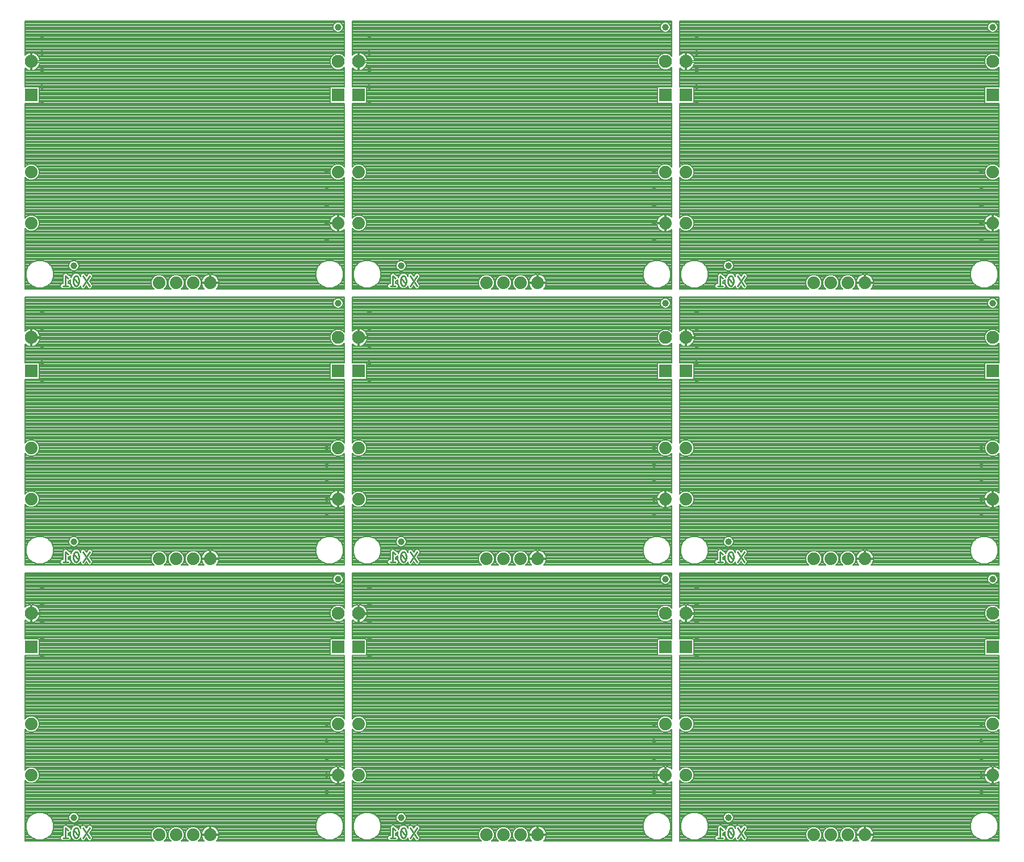
<source format=gbl>
G75*
%MOIN*%
%OFA0B0*%
%FSLAX25Y25*%
%IPPOS*%
%LPD*%
%AMOC8*
5,1,8,0,0,1.08239X$1,22.5*
%
%ADD10C,0.01100*%
%ADD11C,0.07400*%
%ADD12C,0.07600*%
%ADD13R,0.07600X0.07600*%
%ADD14C,0.03937*%
%ADD15C,0.00800*%
%ADD16C,0.02700*%
D10*
X0052286Y0031800D02*
X0055564Y0031800D01*
X0053925Y0031800D02*
X0053925Y0037700D01*
X0055564Y0036389D01*
X0061718Y0034750D02*
X0061716Y0034612D01*
X0061710Y0034474D01*
X0061700Y0034337D01*
X0061687Y0034200D01*
X0061669Y0034063D01*
X0061648Y0033927D01*
X0061623Y0033791D01*
X0061593Y0033657D01*
X0061561Y0033523D01*
X0061524Y0033390D01*
X0061484Y0033258D01*
X0061439Y0033128D01*
X0061392Y0032998D01*
X0061340Y0032871D01*
X0061285Y0032744D01*
X0061226Y0032619D01*
X0061390Y0033111D02*
X0058768Y0036389D01*
X0058932Y0036880D02*
X0058956Y0036944D01*
X0058983Y0037007D01*
X0059014Y0037068D01*
X0059049Y0037127D01*
X0059086Y0037184D01*
X0059127Y0037239D01*
X0059171Y0037291D01*
X0059218Y0037341D01*
X0059267Y0037388D01*
X0059319Y0037433D01*
X0059374Y0037474D01*
X0059431Y0037512D01*
X0059490Y0037547D01*
X0059550Y0037579D01*
X0059613Y0037607D01*
X0059676Y0037631D01*
X0059742Y0037652D01*
X0059808Y0037669D01*
X0059875Y0037683D01*
X0059942Y0037692D01*
X0060011Y0037698D01*
X0060079Y0037700D01*
X0060147Y0037698D01*
X0060216Y0037692D01*
X0060283Y0037683D01*
X0060350Y0037669D01*
X0060416Y0037652D01*
X0060482Y0037631D01*
X0060545Y0037607D01*
X0060608Y0037579D01*
X0060668Y0037547D01*
X0060727Y0037512D01*
X0060784Y0037474D01*
X0060839Y0037433D01*
X0060891Y0037388D01*
X0060940Y0037341D01*
X0060987Y0037291D01*
X0061031Y0037239D01*
X0061072Y0037184D01*
X0061109Y0037127D01*
X0061144Y0037068D01*
X0061175Y0037007D01*
X0061202Y0036944D01*
X0061226Y0036880D01*
X0058932Y0036881D02*
X0058873Y0036756D01*
X0058818Y0036629D01*
X0058766Y0036502D01*
X0058719Y0036372D01*
X0058674Y0036242D01*
X0058634Y0036110D01*
X0058597Y0035977D01*
X0058565Y0035843D01*
X0058535Y0035709D01*
X0058510Y0035573D01*
X0058489Y0035437D01*
X0058471Y0035300D01*
X0058458Y0035163D01*
X0058448Y0035026D01*
X0058442Y0034888D01*
X0058440Y0034750D01*
X0061718Y0034750D02*
X0061716Y0034888D01*
X0061710Y0035026D01*
X0061700Y0035163D01*
X0061687Y0035300D01*
X0061669Y0035437D01*
X0061648Y0035573D01*
X0061623Y0035709D01*
X0061593Y0035843D01*
X0061561Y0035977D01*
X0061524Y0036110D01*
X0061484Y0036242D01*
X0061439Y0036372D01*
X0061392Y0036502D01*
X0061340Y0036629D01*
X0061285Y0036756D01*
X0061226Y0036881D01*
X0058441Y0034750D02*
X0058443Y0034612D01*
X0058449Y0034474D01*
X0058459Y0034337D01*
X0058472Y0034200D01*
X0058490Y0034063D01*
X0058511Y0033927D01*
X0058536Y0033791D01*
X0058566Y0033657D01*
X0058598Y0033523D01*
X0058635Y0033390D01*
X0058675Y0033258D01*
X0058720Y0033128D01*
X0058767Y0032998D01*
X0058819Y0032871D01*
X0058874Y0032744D01*
X0058933Y0032619D01*
X0060079Y0031800D02*
X0060147Y0031802D01*
X0060216Y0031808D01*
X0060283Y0031817D01*
X0060350Y0031831D01*
X0060416Y0031848D01*
X0060482Y0031869D01*
X0060545Y0031893D01*
X0060608Y0031921D01*
X0060668Y0031953D01*
X0060727Y0031988D01*
X0060784Y0032026D01*
X0060839Y0032067D01*
X0060891Y0032112D01*
X0060940Y0032159D01*
X0060987Y0032209D01*
X0061031Y0032261D01*
X0061072Y0032316D01*
X0061109Y0032373D01*
X0061144Y0032432D01*
X0061175Y0032493D01*
X0061202Y0032556D01*
X0061226Y0032620D01*
X0060079Y0031800D02*
X0060011Y0031802D01*
X0059942Y0031808D01*
X0059875Y0031817D01*
X0059808Y0031831D01*
X0059742Y0031848D01*
X0059676Y0031869D01*
X0059613Y0031893D01*
X0059550Y0031921D01*
X0059490Y0031953D01*
X0059431Y0031988D01*
X0059374Y0032026D01*
X0059319Y0032067D01*
X0059267Y0032112D01*
X0059218Y0032159D01*
X0059171Y0032209D01*
X0059127Y0032261D01*
X0059086Y0032316D01*
X0059049Y0032373D01*
X0059014Y0032432D01*
X0058983Y0032493D01*
X0058956Y0032556D01*
X0058932Y0032620D01*
X0064267Y0031800D02*
X0068200Y0037700D01*
X0064267Y0037700D02*
X0068200Y0031800D01*
X0244286Y0031800D02*
X0247564Y0031800D01*
X0245925Y0031800D02*
X0245925Y0037700D01*
X0247564Y0036389D01*
X0253718Y0034750D02*
X0253716Y0034612D01*
X0253710Y0034474D01*
X0253700Y0034337D01*
X0253687Y0034200D01*
X0253669Y0034063D01*
X0253648Y0033927D01*
X0253623Y0033791D01*
X0253593Y0033657D01*
X0253561Y0033523D01*
X0253524Y0033390D01*
X0253484Y0033258D01*
X0253439Y0033128D01*
X0253392Y0032998D01*
X0253340Y0032871D01*
X0253285Y0032744D01*
X0253226Y0032619D01*
X0253390Y0033111D02*
X0250768Y0036389D01*
X0250932Y0036880D02*
X0250956Y0036944D01*
X0250983Y0037007D01*
X0251014Y0037068D01*
X0251049Y0037127D01*
X0251086Y0037184D01*
X0251127Y0037239D01*
X0251171Y0037291D01*
X0251218Y0037341D01*
X0251267Y0037388D01*
X0251319Y0037433D01*
X0251374Y0037474D01*
X0251431Y0037512D01*
X0251490Y0037547D01*
X0251550Y0037579D01*
X0251613Y0037607D01*
X0251676Y0037631D01*
X0251742Y0037652D01*
X0251808Y0037669D01*
X0251875Y0037683D01*
X0251942Y0037692D01*
X0252011Y0037698D01*
X0252079Y0037700D01*
X0252147Y0037698D01*
X0252216Y0037692D01*
X0252283Y0037683D01*
X0252350Y0037669D01*
X0252416Y0037652D01*
X0252482Y0037631D01*
X0252545Y0037607D01*
X0252608Y0037579D01*
X0252668Y0037547D01*
X0252727Y0037512D01*
X0252784Y0037474D01*
X0252839Y0037433D01*
X0252891Y0037388D01*
X0252940Y0037341D01*
X0252987Y0037291D01*
X0253031Y0037239D01*
X0253072Y0037184D01*
X0253109Y0037127D01*
X0253144Y0037068D01*
X0253175Y0037007D01*
X0253202Y0036944D01*
X0253226Y0036880D01*
X0250932Y0036881D02*
X0250873Y0036756D01*
X0250818Y0036629D01*
X0250766Y0036502D01*
X0250719Y0036372D01*
X0250674Y0036242D01*
X0250634Y0036110D01*
X0250597Y0035977D01*
X0250565Y0035843D01*
X0250535Y0035709D01*
X0250510Y0035573D01*
X0250489Y0035437D01*
X0250471Y0035300D01*
X0250458Y0035163D01*
X0250448Y0035026D01*
X0250442Y0034888D01*
X0250440Y0034750D01*
X0253718Y0034750D02*
X0253716Y0034888D01*
X0253710Y0035026D01*
X0253700Y0035163D01*
X0253687Y0035300D01*
X0253669Y0035437D01*
X0253648Y0035573D01*
X0253623Y0035709D01*
X0253593Y0035843D01*
X0253561Y0035977D01*
X0253524Y0036110D01*
X0253484Y0036242D01*
X0253439Y0036372D01*
X0253392Y0036502D01*
X0253340Y0036629D01*
X0253285Y0036756D01*
X0253226Y0036881D01*
X0250441Y0034750D02*
X0250443Y0034612D01*
X0250449Y0034474D01*
X0250459Y0034337D01*
X0250472Y0034200D01*
X0250490Y0034063D01*
X0250511Y0033927D01*
X0250536Y0033791D01*
X0250566Y0033657D01*
X0250598Y0033523D01*
X0250635Y0033390D01*
X0250675Y0033258D01*
X0250720Y0033128D01*
X0250767Y0032998D01*
X0250819Y0032871D01*
X0250874Y0032744D01*
X0250933Y0032619D01*
X0252079Y0031800D02*
X0252147Y0031802D01*
X0252216Y0031808D01*
X0252283Y0031817D01*
X0252350Y0031831D01*
X0252416Y0031848D01*
X0252482Y0031869D01*
X0252545Y0031893D01*
X0252608Y0031921D01*
X0252668Y0031953D01*
X0252727Y0031988D01*
X0252784Y0032026D01*
X0252839Y0032067D01*
X0252891Y0032112D01*
X0252940Y0032159D01*
X0252987Y0032209D01*
X0253031Y0032261D01*
X0253072Y0032316D01*
X0253109Y0032373D01*
X0253144Y0032432D01*
X0253175Y0032493D01*
X0253202Y0032556D01*
X0253226Y0032620D01*
X0252079Y0031800D02*
X0252011Y0031802D01*
X0251942Y0031808D01*
X0251875Y0031817D01*
X0251808Y0031831D01*
X0251742Y0031848D01*
X0251676Y0031869D01*
X0251613Y0031893D01*
X0251550Y0031921D01*
X0251490Y0031953D01*
X0251431Y0031988D01*
X0251374Y0032026D01*
X0251319Y0032067D01*
X0251267Y0032112D01*
X0251218Y0032159D01*
X0251171Y0032209D01*
X0251127Y0032261D01*
X0251086Y0032316D01*
X0251049Y0032373D01*
X0251014Y0032432D01*
X0250983Y0032493D01*
X0250956Y0032556D01*
X0250932Y0032620D01*
X0256267Y0031800D02*
X0260200Y0037700D01*
X0256267Y0037700D02*
X0260200Y0031800D01*
X0436286Y0031800D02*
X0439564Y0031800D01*
X0437925Y0031800D02*
X0437925Y0037700D01*
X0439564Y0036389D01*
X0445718Y0034750D02*
X0445716Y0034612D01*
X0445710Y0034474D01*
X0445700Y0034337D01*
X0445687Y0034200D01*
X0445669Y0034063D01*
X0445648Y0033927D01*
X0445623Y0033791D01*
X0445593Y0033657D01*
X0445561Y0033523D01*
X0445524Y0033390D01*
X0445484Y0033258D01*
X0445439Y0033128D01*
X0445392Y0032998D01*
X0445340Y0032871D01*
X0445285Y0032744D01*
X0445226Y0032619D01*
X0445390Y0033111D02*
X0442768Y0036389D01*
X0442932Y0036880D02*
X0442956Y0036944D01*
X0442983Y0037007D01*
X0443014Y0037068D01*
X0443049Y0037127D01*
X0443086Y0037184D01*
X0443127Y0037239D01*
X0443171Y0037291D01*
X0443218Y0037341D01*
X0443267Y0037388D01*
X0443319Y0037433D01*
X0443374Y0037474D01*
X0443431Y0037512D01*
X0443490Y0037547D01*
X0443550Y0037579D01*
X0443613Y0037607D01*
X0443676Y0037631D01*
X0443742Y0037652D01*
X0443808Y0037669D01*
X0443875Y0037683D01*
X0443942Y0037692D01*
X0444011Y0037698D01*
X0444079Y0037700D01*
X0444147Y0037698D01*
X0444216Y0037692D01*
X0444283Y0037683D01*
X0444350Y0037669D01*
X0444416Y0037652D01*
X0444482Y0037631D01*
X0444545Y0037607D01*
X0444608Y0037579D01*
X0444668Y0037547D01*
X0444727Y0037512D01*
X0444784Y0037474D01*
X0444839Y0037433D01*
X0444891Y0037388D01*
X0444940Y0037341D01*
X0444987Y0037291D01*
X0445031Y0037239D01*
X0445072Y0037184D01*
X0445109Y0037127D01*
X0445144Y0037068D01*
X0445175Y0037007D01*
X0445202Y0036944D01*
X0445226Y0036880D01*
X0442932Y0036881D02*
X0442873Y0036756D01*
X0442818Y0036629D01*
X0442766Y0036502D01*
X0442719Y0036372D01*
X0442674Y0036242D01*
X0442634Y0036110D01*
X0442597Y0035977D01*
X0442565Y0035843D01*
X0442535Y0035709D01*
X0442510Y0035573D01*
X0442489Y0035437D01*
X0442471Y0035300D01*
X0442458Y0035163D01*
X0442448Y0035026D01*
X0442442Y0034888D01*
X0442440Y0034750D01*
X0445718Y0034750D02*
X0445716Y0034888D01*
X0445710Y0035026D01*
X0445700Y0035163D01*
X0445687Y0035300D01*
X0445669Y0035437D01*
X0445648Y0035573D01*
X0445623Y0035709D01*
X0445593Y0035843D01*
X0445561Y0035977D01*
X0445524Y0036110D01*
X0445484Y0036242D01*
X0445439Y0036372D01*
X0445392Y0036502D01*
X0445340Y0036629D01*
X0445285Y0036756D01*
X0445226Y0036881D01*
X0442441Y0034750D02*
X0442443Y0034612D01*
X0442449Y0034474D01*
X0442459Y0034337D01*
X0442472Y0034200D01*
X0442490Y0034063D01*
X0442511Y0033927D01*
X0442536Y0033791D01*
X0442566Y0033657D01*
X0442598Y0033523D01*
X0442635Y0033390D01*
X0442675Y0033258D01*
X0442720Y0033128D01*
X0442767Y0032998D01*
X0442819Y0032871D01*
X0442874Y0032744D01*
X0442933Y0032619D01*
X0444079Y0031800D02*
X0444147Y0031802D01*
X0444216Y0031808D01*
X0444283Y0031817D01*
X0444350Y0031831D01*
X0444416Y0031848D01*
X0444482Y0031869D01*
X0444545Y0031893D01*
X0444608Y0031921D01*
X0444668Y0031953D01*
X0444727Y0031988D01*
X0444784Y0032026D01*
X0444839Y0032067D01*
X0444891Y0032112D01*
X0444940Y0032159D01*
X0444987Y0032209D01*
X0445031Y0032261D01*
X0445072Y0032316D01*
X0445109Y0032373D01*
X0445144Y0032432D01*
X0445175Y0032493D01*
X0445202Y0032556D01*
X0445226Y0032620D01*
X0444079Y0031800D02*
X0444011Y0031802D01*
X0443942Y0031808D01*
X0443875Y0031817D01*
X0443808Y0031831D01*
X0443742Y0031848D01*
X0443676Y0031869D01*
X0443613Y0031893D01*
X0443550Y0031921D01*
X0443490Y0031953D01*
X0443431Y0031988D01*
X0443374Y0032026D01*
X0443319Y0032067D01*
X0443267Y0032112D01*
X0443218Y0032159D01*
X0443171Y0032209D01*
X0443127Y0032261D01*
X0443086Y0032316D01*
X0443049Y0032373D01*
X0443014Y0032432D01*
X0442983Y0032493D01*
X0442956Y0032556D01*
X0442932Y0032620D01*
X0448267Y0031800D02*
X0452200Y0037700D01*
X0448267Y0037700D02*
X0452200Y0031800D01*
X0452200Y0193800D02*
X0448267Y0199700D01*
X0442441Y0196750D02*
X0442443Y0196612D01*
X0442449Y0196474D01*
X0442459Y0196337D01*
X0442472Y0196200D01*
X0442490Y0196063D01*
X0442511Y0195927D01*
X0442536Y0195791D01*
X0442566Y0195657D01*
X0442598Y0195523D01*
X0442635Y0195390D01*
X0442675Y0195258D01*
X0442720Y0195128D01*
X0442767Y0194998D01*
X0442819Y0194871D01*
X0442874Y0194744D01*
X0442933Y0194619D01*
X0444079Y0193800D02*
X0444147Y0193802D01*
X0444216Y0193808D01*
X0444283Y0193817D01*
X0444350Y0193831D01*
X0444416Y0193848D01*
X0444482Y0193869D01*
X0444545Y0193893D01*
X0444608Y0193921D01*
X0444668Y0193953D01*
X0444727Y0193988D01*
X0444784Y0194026D01*
X0444839Y0194067D01*
X0444891Y0194112D01*
X0444940Y0194159D01*
X0444987Y0194209D01*
X0445031Y0194261D01*
X0445072Y0194316D01*
X0445109Y0194373D01*
X0445144Y0194432D01*
X0445175Y0194493D01*
X0445202Y0194556D01*
X0445226Y0194620D01*
X0445390Y0195111D02*
X0442768Y0198389D01*
X0442932Y0198880D02*
X0442956Y0198944D01*
X0442983Y0199007D01*
X0443014Y0199068D01*
X0443049Y0199127D01*
X0443086Y0199184D01*
X0443127Y0199239D01*
X0443171Y0199291D01*
X0443218Y0199341D01*
X0443267Y0199388D01*
X0443319Y0199433D01*
X0443374Y0199474D01*
X0443431Y0199512D01*
X0443490Y0199547D01*
X0443550Y0199579D01*
X0443613Y0199607D01*
X0443676Y0199631D01*
X0443742Y0199652D01*
X0443808Y0199669D01*
X0443875Y0199683D01*
X0443942Y0199692D01*
X0444011Y0199698D01*
X0444079Y0199700D01*
X0444147Y0199698D01*
X0444216Y0199692D01*
X0444283Y0199683D01*
X0444350Y0199669D01*
X0444416Y0199652D01*
X0444482Y0199631D01*
X0444545Y0199607D01*
X0444608Y0199579D01*
X0444668Y0199547D01*
X0444727Y0199512D01*
X0444784Y0199474D01*
X0444839Y0199433D01*
X0444891Y0199388D01*
X0444940Y0199341D01*
X0444987Y0199291D01*
X0445031Y0199239D01*
X0445072Y0199184D01*
X0445109Y0199127D01*
X0445144Y0199068D01*
X0445175Y0199007D01*
X0445202Y0198944D01*
X0445226Y0198880D01*
X0442932Y0198881D02*
X0442873Y0198756D01*
X0442818Y0198629D01*
X0442766Y0198502D01*
X0442719Y0198372D01*
X0442674Y0198242D01*
X0442634Y0198110D01*
X0442597Y0197977D01*
X0442565Y0197843D01*
X0442535Y0197709D01*
X0442510Y0197573D01*
X0442489Y0197437D01*
X0442471Y0197300D01*
X0442458Y0197163D01*
X0442448Y0197026D01*
X0442442Y0196888D01*
X0442440Y0196750D01*
X0445718Y0196750D02*
X0445716Y0196888D01*
X0445710Y0197026D01*
X0445700Y0197163D01*
X0445687Y0197300D01*
X0445669Y0197437D01*
X0445648Y0197573D01*
X0445623Y0197709D01*
X0445593Y0197843D01*
X0445561Y0197977D01*
X0445524Y0198110D01*
X0445484Y0198242D01*
X0445439Y0198372D01*
X0445392Y0198502D01*
X0445340Y0198629D01*
X0445285Y0198756D01*
X0445226Y0198881D01*
X0442932Y0194620D02*
X0442956Y0194556D01*
X0442983Y0194493D01*
X0443014Y0194432D01*
X0443049Y0194373D01*
X0443086Y0194316D01*
X0443127Y0194261D01*
X0443171Y0194209D01*
X0443218Y0194159D01*
X0443267Y0194112D01*
X0443319Y0194067D01*
X0443374Y0194026D01*
X0443431Y0193988D01*
X0443490Y0193953D01*
X0443550Y0193921D01*
X0443613Y0193893D01*
X0443676Y0193869D01*
X0443742Y0193848D01*
X0443808Y0193831D01*
X0443875Y0193817D01*
X0443942Y0193808D01*
X0444011Y0193802D01*
X0444079Y0193800D01*
X0448267Y0193800D02*
X0452200Y0199700D01*
X0445718Y0196750D02*
X0445716Y0196612D01*
X0445710Y0196474D01*
X0445700Y0196337D01*
X0445687Y0196200D01*
X0445669Y0196063D01*
X0445648Y0195927D01*
X0445623Y0195791D01*
X0445593Y0195657D01*
X0445561Y0195523D01*
X0445524Y0195390D01*
X0445484Y0195258D01*
X0445439Y0195128D01*
X0445392Y0194998D01*
X0445340Y0194871D01*
X0445285Y0194744D01*
X0445226Y0194619D01*
X0439564Y0193800D02*
X0436286Y0193800D01*
X0437925Y0193800D02*
X0437925Y0199700D01*
X0439564Y0198389D01*
X0260200Y0199700D02*
X0256267Y0193800D01*
X0250933Y0194619D02*
X0250874Y0194744D01*
X0250819Y0194871D01*
X0250767Y0194998D01*
X0250720Y0195128D01*
X0250675Y0195258D01*
X0250635Y0195390D01*
X0250598Y0195523D01*
X0250566Y0195657D01*
X0250536Y0195791D01*
X0250511Y0195927D01*
X0250490Y0196063D01*
X0250472Y0196200D01*
X0250459Y0196337D01*
X0250449Y0196474D01*
X0250443Y0196612D01*
X0250441Y0196750D01*
X0253718Y0196750D02*
X0253716Y0196888D01*
X0253710Y0197026D01*
X0253700Y0197163D01*
X0253687Y0197300D01*
X0253669Y0197437D01*
X0253648Y0197573D01*
X0253623Y0197709D01*
X0253593Y0197843D01*
X0253561Y0197977D01*
X0253524Y0198110D01*
X0253484Y0198242D01*
X0253439Y0198372D01*
X0253392Y0198502D01*
X0253340Y0198629D01*
X0253285Y0198756D01*
X0253226Y0198881D01*
X0253226Y0198880D02*
X0253202Y0198944D01*
X0253175Y0199007D01*
X0253144Y0199068D01*
X0253109Y0199127D01*
X0253072Y0199184D01*
X0253031Y0199239D01*
X0252987Y0199291D01*
X0252940Y0199341D01*
X0252891Y0199388D01*
X0252839Y0199433D01*
X0252784Y0199474D01*
X0252727Y0199512D01*
X0252668Y0199547D01*
X0252608Y0199579D01*
X0252545Y0199607D01*
X0252482Y0199631D01*
X0252416Y0199652D01*
X0252350Y0199669D01*
X0252283Y0199683D01*
X0252216Y0199692D01*
X0252147Y0199698D01*
X0252079Y0199700D01*
X0252011Y0199698D01*
X0251942Y0199692D01*
X0251875Y0199683D01*
X0251808Y0199669D01*
X0251742Y0199652D01*
X0251676Y0199631D01*
X0251613Y0199607D01*
X0251550Y0199579D01*
X0251490Y0199547D01*
X0251431Y0199512D01*
X0251374Y0199474D01*
X0251319Y0199433D01*
X0251267Y0199388D01*
X0251218Y0199341D01*
X0251171Y0199291D01*
X0251127Y0199239D01*
X0251086Y0199184D01*
X0251049Y0199127D01*
X0251014Y0199068D01*
X0250983Y0199007D01*
X0250956Y0198944D01*
X0250932Y0198880D01*
X0250768Y0198389D02*
X0253390Y0195111D01*
X0252079Y0193800D02*
X0252011Y0193802D01*
X0251942Y0193808D01*
X0251875Y0193817D01*
X0251808Y0193831D01*
X0251742Y0193848D01*
X0251676Y0193869D01*
X0251613Y0193893D01*
X0251550Y0193921D01*
X0251490Y0193953D01*
X0251431Y0193988D01*
X0251374Y0194026D01*
X0251319Y0194067D01*
X0251267Y0194112D01*
X0251218Y0194159D01*
X0251171Y0194209D01*
X0251127Y0194261D01*
X0251086Y0194316D01*
X0251049Y0194373D01*
X0251014Y0194432D01*
X0250983Y0194493D01*
X0250956Y0194556D01*
X0250932Y0194620D01*
X0252079Y0193800D02*
X0252147Y0193802D01*
X0252216Y0193808D01*
X0252283Y0193817D01*
X0252350Y0193831D01*
X0252416Y0193848D01*
X0252482Y0193869D01*
X0252545Y0193893D01*
X0252608Y0193921D01*
X0252668Y0193953D01*
X0252727Y0193988D01*
X0252784Y0194026D01*
X0252839Y0194067D01*
X0252891Y0194112D01*
X0252940Y0194159D01*
X0252987Y0194209D01*
X0253031Y0194261D01*
X0253072Y0194316D01*
X0253109Y0194373D01*
X0253144Y0194432D01*
X0253175Y0194493D01*
X0253202Y0194556D01*
X0253226Y0194620D01*
X0250440Y0196750D02*
X0250442Y0196888D01*
X0250448Y0197026D01*
X0250458Y0197163D01*
X0250471Y0197300D01*
X0250489Y0197437D01*
X0250510Y0197573D01*
X0250535Y0197709D01*
X0250565Y0197843D01*
X0250597Y0197977D01*
X0250634Y0198110D01*
X0250674Y0198242D01*
X0250719Y0198372D01*
X0250766Y0198502D01*
X0250818Y0198629D01*
X0250873Y0198756D01*
X0250932Y0198881D01*
X0253718Y0196750D02*
X0253716Y0196612D01*
X0253710Y0196474D01*
X0253700Y0196337D01*
X0253687Y0196200D01*
X0253669Y0196063D01*
X0253648Y0195927D01*
X0253623Y0195791D01*
X0253593Y0195657D01*
X0253561Y0195523D01*
X0253524Y0195390D01*
X0253484Y0195258D01*
X0253439Y0195128D01*
X0253392Y0194998D01*
X0253340Y0194871D01*
X0253285Y0194744D01*
X0253226Y0194619D01*
X0247564Y0193800D02*
X0244286Y0193800D01*
X0245925Y0193800D02*
X0245925Y0199700D01*
X0247564Y0198389D01*
X0256267Y0199700D02*
X0260200Y0193800D01*
X0068200Y0193800D02*
X0064267Y0199700D01*
X0058441Y0196750D02*
X0058443Y0196612D01*
X0058449Y0196474D01*
X0058459Y0196337D01*
X0058472Y0196200D01*
X0058490Y0196063D01*
X0058511Y0195927D01*
X0058536Y0195791D01*
X0058566Y0195657D01*
X0058598Y0195523D01*
X0058635Y0195390D01*
X0058675Y0195258D01*
X0058720Y0195128D01*
X0058767Y0194998D01*
X0058819Y0194871D01*
X0058874Y0194744D01*
X0058933Y0194619D01*
X0060079Y0193800D02*
X0060147Y0193802D01*
X0060216Y0193808D01*
X0060283Y0193817D01*
X0060350Y0193831D01*
X0060416Y0193848D01*
X0060482Y0193869D01*
X0060545Y0193893D01*
X0060608Y0193921D01*
X0060668Y0193953D01*
X0060727Y0193988D01*
X0060784Y0194026D01*
X0060839Y0194067D01*
X0060891Y0194112D01*
X0060940Y0194159D01*
X0060987Y0194209D01*
X0061031Y0194261D01*
X0061072Y0194316D01*
X0061109Y0194373D01*
X0061144Y0194432D01*
X0061175Y0194493D01*
X0061202Y0194556D01*
X0061226Y0194620D01*
X0061390Y0195111D02*
X0058768Y0198389D01*
X0058932Y0198880D02*
X0058956Y0198944D01*
X0058983Y0199007D01*
X0059014Y0199068D01*
X0059049Y0199127D01*
X0059086Y0199184D01*
X0059127Y0199239D01*
X0059171Y0199291D01*
X0059218Y0199341D01*
X0059267Y0199388D01*
X0059319Y0199433D01*
X0059374Y0199474D01*
X0059431Y0199512D01*
X0059490Y0199547D01*
X0059550Y0199579D01*
X0059613Y0199607D01*
X0059676Y0199631D01*
X0059742Y0199652D01*
X0059808Y0199669D01*
X0059875Y0199683D01*
X0059942Y0199692D01*
X0060011Y0199698D01*
X0060079Y0199700D01*
X0060147Y0199698D01*
X0060216Y0199692D01*
X0060283Y0199683D01*
X0060350Y0199669D01*
X0060416Y0199652D01*
X0060482Y0199631D01*
X0060545Y0199607D01*
X0060608Y0199579D01*
X0060668Y0199547D01*
X0060727Y0199512D01*
X0060784Y0199474D01*
X0060839Y0199433D01*
X0060891Y0199388D01*
X0060940Y0199341D01*
X0060987Y0199291D01*
X0061031Y0199239D01*
X0061072Y0199184D01*
X0061109Y0199127D01*
X0061144Y0199068D01*
X0061175Y0199007D01*
X0061202Y0198944D01*
X0061226Y0198880D01*
X0058932Y0198881D02*
X0058873Y0198756D01*
X0058818Y0198629D01*
X0058766Y0198502D01*
X0058719Y0198372D01*
X0058674Y0198242D01*
X0058634Y0198110D01*
X0058597Y0197977D01*
X0058565Y0197843D01*
X0058535Y0197709D01*
X0058510Y0197573D01*
X0058489Y0197437D01*
X0058471Y0197300D01*
X0058458Y0197163D01*
X0058448Y0197026D01*
X0058442Y0196888D01*
X0058440Y0196750D01*
X0061718Y0196750D02*
X0061716Y0196888D01*
X0061710Y0197026D01*
X0061700Y0197163D01*
X0061687Y0197300D01*
X0061669Y0197437D01*
X0061648Y0197573D01*
X0061623Y0197709D01*
X0061593Y0197843D01*
X0061561Y0197977D01*
X0061524Y0198110D01*
X0061484Y0198242D01*
X0061439Y0198372D01*
X0061392Y0198502D01*
X0061340Y0198629D01*
X0061285Y0198756D01*
X0061226Y0198881D01*
X0058932Y0194620D02*
X0058956Y0194556D01*
X0058983Y0194493D01*
X0059014Y0194432D01*
X0059049Y0194373D01*
X0059086Y0194316D01*
X0059127Y0194261D01*
X0059171Y0194209D01*
X0059218Y0194159D01*
X0059267Y0194112D01*
X0059319Y0194067D01*
X0059374Y0194026D01*
X0059431Y0193988D01*
X0059490Y0193953D01*
X0059550Y0193921D01*
X0059613Y0193893D01*
X0059676Y0193869D01*
X0059742Y0193848D01*
X0059808Y0193831D01*
X0059875Y0193817D01*
X0059942Y0193808D01*
X0060011Y0193802D01*
X0060079Y0193800D01*
X0064267Y0193800D02*
X0068200Y0199700D01*
X0061718Y0196750D02*
X0061716Y0196612D01*
X0061710Y0196474D01*
X0061700Y0196337D01*
X0061687Y0196200D01*
X0061669Y0196063D01*
X0061648Y0195927D01*
X0061623Y0195791D01*
X0061593Y0195657D01*
X0061561Y0195523D01*
X0061524Y0195390D01*
X0061484Y0195258D01*
X0061439Y0195128D01*
X0061392Y0194998D01*
X0061340Y0194871D01*
X0061285Y0194744D01*
X0061226Y0194619D01*
X0055564Y0193800D02*
X0052286Y0193800D01*
X0053925Y0193800D02*
X0053925Y0199700D01*
X0055564Y0198389D01*
X0055564Y0355800D02*
X0052286Y0355800D01*
X0053925Y0355800D02*
X0053925Y0361700D01*
X0055564Y0360389D01*
X0061718Y0358750D02*
X0061716Y0358612D01*
X0061710Y0358474D01*
X0061700Y0358337D01*
X0061687Y0358200D01*
X0061669Y0358063D01*
X0061648Y0357927D01*
X0061623Y0357791D01*
X0061593Y0357657D01*
X0061561Y0357523D01*
X0061524Y0357390D01*
X0061484Y0357258D01*
X0061439Y0357128D01*
X0061392Y0356998D01*
X0061340Y0356871D01*
X0061285Y0356744D01*
X0061226Y0356619D01*
X0061390Y0357111D02*
X0058768Y0360389D01*
X0058932Y0360880D02*
X0058956Y0360944D01*
X0058983Y0361007D01*
X0059014Y0361068D01*
X0059049Y0361127D01*
X0059086Y0361184D01*
X0059127Y0361239D01*
X0059171Y0361291D01*
X0059218Y0361341D01*
X0059267Y0361388D01*
X0059319Y0361433D01*
X0059374Y0361474D01*
X0059431Y0361512D01*
X0059490Y0361547D01*
X0059550Y0361579D01*
X0059613Y0361607D01*
X0059676Y0361631D01*
X0059742Y0361652D01*
X0059808Y0361669D01*
X0059875Y0361683D01*
X0059942Y0361692D01*
X0060011Y0361698D01*
X0060079Y0361700D01*
X0060147Y0361698D01*
X0060216Y0361692D01*
X0060283Y0361683D01*
X0060350Y0361669D01*
X0060416Y0361652D01*
X0060482Y0361631D01*
X0060545Y0361607D01*
X0060608Y0361579D01*
X0060668Y0361547D01*
X0060727Y0361512D01*
X0060784Y0361474D01*
X0060839Y0361433D01*
X0060891Y0361388D01*
X0060940Y0361341D01*
X0060987Y0361291D01*
X0061031Y0361239D01*
X0061072Y0361184D01*
X0061109Y0361127D01*
X0061144Y0361068D01*
X0061175Y0361007D01*
X0061202Y0360944D01*
X0061226Y0360880D01*
X0058932Y0360881D02*
X0058873Y0360756D01*
X0058818Y0360629D01*
X0058766Y0360502D01*
X0058719Y0360372D01*
X0058674Y0360242D01*
X0058634Y0360110D01*
X0058597Y0359977D01*
X0058565Y0359843D01*
X0058535Y0359709D01*
X0058510Y0359573D01*
X0058489Y0359437D01*
X0058471Y0359300D01*
X0058458Y0359163D01*
X0058448Y0359026D01*
X0058442Y0358888D01*
X0058440Y0358750D01*
X0061718Y0358750D02*
X0061716Y0358888D01*
X0061710Y0359026D01*
X0061700Y0359163D01*
X0061687Y0359300D01*
X0061669Y0359437D01*
X0061648Y0359573D01*
X0061623Y0359709D01*
X0061593Y0359843D01*
X0061561Y0359977D01*
X0061524Y0360110D01*
X0061484Y0360242D01*
X0061439Y0360372D01*
X0061392Y0360502D01*
X0061340Y0360629D01*
X0061285Y0360756D01*
X0061226Y0360881D01*
X0058441Y0358750D02*
X0058443Y0358612D01*
X0058449Y0358474D01*
X0058459Y0358337D01*
X0058472Y0358200D01*
X0058490Y0358063D01*
X0058511Y0357927D01*
X0058536Y0357791D01*
X0058566Y0357657D01*
X0058598Y0357523D01*
X0058635Y0357390D01*
X0058675Y0357258D01*
X0058720Y0357128D01*
X0058767Y0356998D01*
X0058819Y0356871D01*
X0058874Y0356744D01*
X0058933Y0356619D01*
X0060079Y0355800D02*
X0060147Y0355802D01*
X0060216Y0355808D01*
X0060283Y0355817D01*
X0060350Y0355831D01*
X0060416Y0355848D01*
X0060482Y0355869D01*
X0060545Y0355893D01*
X0060608Y0355921D01*
X0060668Y0355953D01*
X0060727Y0355988D01*
X0060784Y0356026D01*
X0060839Y0356067D01*
X0060891Y0356112D01*
X0060940Y0356159D01*
X0060987Y0356209D01*
X0061031Y0356261D01*
X0061072Y0356316D01*
X0061109Y0356373D01*
X0061144Y0356432D01*
X0061175Y0356493D01*
X0061202Y0356556D01*
X0061226Y0356620D01*
X0060079Y0355800D02*
X0060011Y0355802D01*
X0059942Y0355808D01*
X0059875Y0355817D01*
X0059808Y0355831D01*
X0059742Y0355848D01*
X0059676Y0355869D01*
X0059613Y0355893D01*
X0059550Y0355921D01*
X0059490Y0355953D01*
X0059431Y0355988D01*
X0059374Y0356026D01*
X0059319Y0356067D01*
X0059267Y0356112D01*
X0059218Y0356159D01*
X0059171Y0356209D01*
X0059127Y0356261D01*
X0059086Y0356316D01*
X0059049Y0356373D01*
X0059014Y0356432D01*
X0058983Y0356493D01*
X0058956Y0356556D01*
X0058932Y0356620D01*
X0064267Y0355800D02*
X0068200Y0361700D01*
X0064267Y0361700D02*
X0068200Y0355800D01*
X0244286Y0355800D02*
X0247564Y0355800D01*
X0245925Y0355800D02*
X0245925Y0361700D01*
X0247564Y0360389D01*
X0253718Y0358750D02*
X0253716Y0358612D01*
X0253710Y0358474D01*
X0253700Y0358337D01*
X0253687Y0358200D01*
X0253669Y0358063D01*
X0253648Y0357927D01*
X0253623Y0357791D01*
X0253593Y0357657D01*
X0253561Y0357523D01*
X0253524Y0357390D01*
X0253484Y0357258D01*
X0253439Y0357128D01*
X0253392Y0356998D01*
X0253340Y0356871D01*
X0253285Y0356744D01*
X0253226Y0356619D01*
X0253390Y0357111D02*
X0250768Y0360389D01*
X0250932Y0360880D02*
X0250956Y0360944D01*
X0250983Y0361007D01*
X0251014Y0361068D01*
X0251049Y0361127D01*
X0251086Y0361184D01*
X0251127Y0361239D01*
X0251171Y0361291D01*
X0251218Y0361341D01*
X0251267Y0361388D01*
X0251319Y0361433D01*
X0251374Y0361474D01*
X0251431Y0361512D01*
X0251490Y0361547D01*
X0251550Y0361579D01*
X0251613Y0361607D01*
X0251676Y0361631D01*
X0251742Y0361652D01*
X0251808Y0361669D01*
X0251875Y0361683D01*
X0251942Y0361692D01*
X0252011Y0361698D01*
X0252079Y0361700D01*
X0252147Y0361698D01*
X0252216Y0361692D01*
X0252283Y0361683D01*
X0252350Y0361669D01*
X0252416Y0361652D01*
X0252482Y0361631D01*
X0252545Y0361607D01*
X0252608Y0361579D01*
X0252668Y0361547D01*
X0252727Y0361512D01*
X0252784Y0361474D01*
X0252839Y0361433D01*
X0252891Y0361388D01*
X0252940Y0361341D01*
X0252987Y0361291D01*
X0253031Y0361239D01*
X0253072Y0361184D01*
X0253109Y0361127D01*
X0253144Y0361068D01*
X0253175Y0361007D01*
X0253202Y0360944D01*
X0253226Y0360880D01*
X0250932Y0360881D02*
X0250873Y0360756D01*
X0250818Y0360629D01*
X0250766Y0360502D01*
X0250719Y0360372D01*
X0250674Y0360242D01*
X0250634Y0360110D01*
X0250597Y0359977D01*
X0250565Y0359843D01*
X0250535Y0359709D01*
X0250510Y0359573D01*
X0250489Y0359437D01*
X0250471Y0359300D01*
X0250458Y0359163D01*
X0250448Y0359026D01*
X0250442Y0358888D01*
X0250440Y0358750D01*
X0253718Y0358750D02*
X0253716Y0358888D01*
X0253710Y0359026D01*
X0253700Y0359163D01*
X0253687Y0359300D01*
X0253669Y0359437D01*
X0253648Y0359573D01*
X0253623Y0359709D01*
X0253593Y0359843D01*
X0253561Y0359977D01*
X0253524Y0360110D01*
X0253484Y0360242D01*
X0253439Y0360372D01*
X0253392Y0360502D01*
X0253340Y0360629D01*
X0253285Y0360756D01*
X0253226Y0360881D01*
X0250441Y0358750D02*
X0250443Y0358612D01*
X0250449Y0358474D01*
X0250459Y0358337D01*
X0250472Y0358200D01*
X0250490Y0358063D01*
X0250511Y0357927D01*
X0250536Y0357791D01*
X0250566Y0357657D01*
X0250598Y0357523D01*
X0250635Y0357390D01*
X0250675Y0357258D01*
X0250720Y0357128D01*
X0250767Y0356998D01*
X0250819Y0356871D01*
X0250874Y0356744D01*
X0250933Y0356619D01*
X0252079Y0355800D02*
X0252147Y0355802D01*
X0252216Y0355808D01*
X0252283Y0355817D01*
X0252350Y0355831D01*
X0252416Y0355848D01*
X0252482Y0355869D01*
X0252545Y0355893D01*
X0252608Y0355921D01*
X0252668Y0355953D01*
X0252727Y0355988D01*
X0252784Y0356026D01*
X0252839Y0356067D01*
X0252891Y0356112D01*
X0252940Y0356159D01*
X0252987Y0356209D01*
X0253031Y0356261D01*
X0253072Y0356316D01*
X0253109Y0356373D01*
X0253144Y0356432D01*
X0253175Y0356493D01*
X0253202Y0356556D01*
X0253226Y0356620D01*
X0252079Y0355800D02*
X0252011Y0355802D01*
X0251942Y0355808D01*
X0251875Y0355817D01*
X0251808Y0355831D01*
X0251742Y0355848D01*
X0251676Y0355869D01*
X0251613Y0355893D01*
X0251550Y0355921D01*
X0251490Y0355953D01*
X0251431Y0355988D01*
X0251374Y0356026D01*
X0251319Y0356067D01*
X0251267Y0356112D01*
X0251218Y0356159D01*
X0251171Y0356209D01*
X0251127Y0356261D01*
X0251086Y0356316D01*
X0251049Y0356373D01*
X0251014Y0356432D01*
X0250983Y0356493D01*
X0250956Y0356556D01*
X0250932Y0356620D01*
X0256267Y0355800D02*
X0260200Y0361700D01*
X0256267Y0361700D02*
X0260200Y0355800D01*
X0436286Y0355800D02*
X0439564Y0355800D01*
X0437925Y0355800D02*
X0437925Y0361700D01*
X0439564Y0360389D01*
X0445718Y0358750D02*
X0445716Y0358612D01*
X0445710Y0358474D01*
X0445700Y0358337D01*
X0445687Y0358200D01*
X0445669Y0358063D01*
X0445648Y0357927D01*
X0445623Y0357791D01*
X0445593Y0357657D01*
X0445561Y0357523D01*
X0445524Y0357390D01*
X0445484Y0357258D01*
X0445439Y0357128D01*
X0445392Y0356998D01*
X0445340Y0356871D01*
X0445285Y0356744D01*
X0445226Y0356619D01*
X0445390Y0357111D02*
X0442768Y0360389D01*
X0442932Y0360880D02*
X0442956Y0360944D01*
X0442983Y0361007D01*
X0443014Y0361068D01*
X0443049Y0361127D01*
X0443086Y0361184D01*
X0443127Y0361239D01*
X0443171Y0361291D01*
X0443218Y0361341D01*
X0443267Y0361388D01*
X0443319Y0361433D01*
X0443374Y0361474D01*
X0443431Y0361512D01*
X0443490Y0361547D01*
X0443550Y0361579D01*
X0443613Y0361607D01*
X0443676Y0361631D01*
X0443742Y0361652D01*
X0443808Y0361669D01*
X0443875Y0361683D01*
X0443942Y0361692D01*
X0444011Y0361698D01*
X0444079Y0361700D01*
X0444147Y0361698D01*
X0444216Y0361692D01*
X0444283Y0361683D01*
X0444350Y0361669D01*
X0444416Y0361652D01*
X0444482Y0361631D01*
X0444545Y0361607D01*
X0444608Y0361579D01*
X0444668Y0361547D01*
X0444727Y0361512D01*
X0444784Y0361474D01*
X0444839Y0361433D01*
X0444891Y0361388D01*
X0444940Y0361341D01*
X0444987Y0361291D01*
X0445031Y0361239D01*
X0445072Y0361184D01*
X0445109Y0361127D01*
X0445144Y0361068D01*
X0445175Y0361007D01*
X0445202Y0360944D01*
X0445226Y0360880D01*
X0442932Y0360881D02*
X0442873Y0360756D01*
X0442818Y0360629D01*
X0442766Y0360502D01*
X0442719Y0360372D01*
X0442674Y0360242D01*
X0442634Y0360110D01*
X0442597Y0359977D01*
X0442565Y0359843D01*
X0442535Y0359709D01*
X0442510Y0359573D01*
X0442489Y0359437D01*
X0442471Y0359300D01*
X0442458Y0359163D01*
X0442448Y0359026D01*
X0442442Y0358888D01*
X0442440Y0358750D01*
X0445718Y0358750D02*
X0445716Y0358888D01*
X0445710Y0359026D01*
X0445700Y0359163D01*
X0445687Y0359300D01*
X0445669Y0359437D01*
X0445648Y0359573D01*
X0445623Y0359709D01*
X0445593Y0359843D01*
X0445561Y0359977D01*
X0445524Y0360110D01*
X0445484Y0360242D01*
X0445439Y0360372D01*
X0445392Y0360502D01*
X0445340Y0360629D01*
X0445285Y0360756D01*
X0445226Y0360881D01*
X0442441Y0358750D02*
X0442443Y0358612D01*
X0442449Y0358474D01*
X0442459Y0358337D01*
X0442472Y0358200D01*
X0442490Y0358063D01*
X0442511Y0357927D01*
X0442536Y0357791D01*
X0442566Y0357657D01*
X0442598Y0357523D01*
X0442635Y0357390D01*
X0442675Y0357258D01*
X0442720Y0357128D01*
X0442767Y0356998D01*
X0442819Y0356871D01*
X0442874Y0356744D01*
X0442933Y0356619D01*
X0444079Y0355800D02*
X0444147Y0355802D01*
X0444216Y0355808D01*
X0444283Y0355817D01*
X0444350Y0355831D01*
X0444416Y0355848D01*
X0444482Y0355869D01*
X0444545Y0355893D01*
X0444608Y0355921D01*
X0444668Y0355953D01*
X0444727Y0355988D01*
X0444784Y0356026D01*
X0444839Y0356067D01*
X0444891Y0356112D01*
X0444940Y0356159D01*
X0444987Y0356209D01*
X0445031Y0356261D01*
X0445072Y0356316D01*
X0445109Y0356373D01*
X0445144Y0356432D01*
X0445175Y0356493D01*
X0445202Y0356556D01*
X0445226Y0356620D01*
X0444079Y0355800D02*
X0444011Y0355802D01*
X0443942Y0355808D01*
X0443875Y0355817D01*
X0443808Y0355831D01*
X0443742Y0355848D01*
X0443676Y0355869D01*
X0443613Y0355893D01*
X0443550Y0355921D01*
X0443490Y0355953D01*
X0443431Y0355988D01*
X0443374Y0356026D01*
X0443319Y0356067D01*
X0443267Y0356112D01*
X0443218Y0356159D01*
X0443171Y0356209D01*
X0443127Y0356261D01*
X0443086Y0356316D01*
X0443049Y0356373D01*
X0443014Y0356432D01*
X0442983Y0356493D01*
X0442956Y0356556D01*
X0442932Y0356620D01*
X0448267Y0355800D02*
X0452200Y0361700D01*
X0448267Y0361700D02*
X0452200Y0355800D01*
D11*
X0492750Y0357750D03*
X0502750Y0357750D03*
X0512750Y0357750D03*
X0522750Y0357750D03*
X0597750Y0392750D03*
X0597750Y0422750D03*
X0417750Y0422750D03*
X0405750Y0422750D03*
X0405750Y0392750D03*
X0417750Y0392750D03*
X0330750Y0357750D03*
X0320750Y0357750D03*
X0310750Y0357750D03*
X0300750Y0357750D03*
X0225750Y0392750D03*
X0213750Y0392750D03*
X0213750Y0422750D03*
X0225750Y0422750D03*
X0138750Y0357750D03*
X0128750Y0357750D03*
X0118750Y0357750D03*
X0108750Y0357750D03*
X0033750Y0392750D03*
X0033750Y0422750D03*
X0033750Y0260750D03*
X0033750Y0230750D03*
X0108750Y0195750D03*
X0118750Y0195750D03*
X0128750Y0195750D03*
X0138750Y0195750D03*
X0213750Y0230750D03*
X0225750Y0230750D03*
X0225750Y0260750D03*
X0213750Y0260750D03*
X0300750Y0195750D03*
X0310750Y0195750D03*
X0320750Y0195750D03*
X0330750Y0195750D03*
X0405750Y0230750D03*
X0417750Y0230750D03*
X0417750Y0260750D03*
X0405750Y0260750D03*
X0492750Y0195750D03*
X0502750Y0195750D03*
X0512750Y0195750D03*
X0522750Y0195750D03*
X0597750Y0230750D03*
X0597750Y0260750D03*
X0597750Y0098750D03*
X0597750Y0068750D03*
X0522750Y0033750D03*
X0512750Y0033750D03*
X0502750Y0033750D03*
X0492750Y0033750D03*
X0417750Y0068750D03*
X0405750Y0068750D03*
X0405750Y0098750D03*
X0417750Y0098750D03*
X0330750Y0033750D03*
X0320750Y0033750D03*
X0310750Y0033750D03*
X0300750Y0033750D03*
X0225750Y0068750D03*
X0213750Y0068750D03*
X0213750Y0098750D03*
X0225750Y0098750D03*
X0138750Y0033750D03*
X0128750Y0033750D03*
X0118750Y0033750D03*
X0108750Y0033750D03*
X0033750Y0068750D03*
X0033750Y0098750D03*
D12*
X0033750Y0163593D03*
X0213750Y0163593D03*
X0225750Y0163593D03*
X0405750Y0163593D03*
X0417750Y0163593D03*
X0597750Y0163593D03*
X0597750Y0325593D03*
X0417750Y0325593D03*
X0405750Y0325593D03*
X0225750Y0325593D03*
X0213750Y0325593D03*
X0033750Y0325593D03*
X0033750Y0487593D03*
X0213750Y0487593D03*
X0225750Y0487593D03*
X0405750Y0487593D03*
X0417750Y0487593D03*
X0597750Y0487593D03*
D13*
X0597750Y0467907D03*
X0417750Y0467907D03*
X0405750Y0467907D03*
X0225750Y0467907D03*
X0213750Y0467907D03*
X0033750Y0467907D03*
X0033750Y0305907D03*
X0213750Y0305907D03*
X0225750Y0305907D03*
X0405750Y0305907D03*
X0417750Y0305907D03*
X0597750Y0305907D03*
X0597750Y0143907D03*
X0417750Y0143907D03*
X0405750Y0143907D03*
X0225750Y0143907D03*
X0213750Y0143907D03*
X0033750Y0143907D03*
D14*
X0058750Y0205750D03*
X0213750Y0183750D03*
X0250750Y0205750D03*
X0405750Y0183750D03*
X0442750Y0205750D03*
X0597750Y0183750D03*
X0442750Y0043750D03*
X0250750Y0043750D03*
X0058750Y0043750D03*
X0213750Y0345750D03*
X0250750Y0367750D03*
X0405750Y0345750D03*
X0442750Y0367750D03*
X0597750Y0345750D03*
X0597750Y0507750D03*
X0405750Y0507750D03*
X0213750Y0507750D03*
X0058750Y0367750D03*
D15*
X0030159Y0065694D02*
X0030150Y0030150D01*
X0105703Y0030150D01*
X0104766Y0031088D01*
X0104050Y0032815D01*
X0104050Y0034685D01*
X0104766Y0036412D01*
X0106088Y0037734D01*
X0107815Y0038450D01*
X0109685Y0038450D01*
X0111412Y0037734D01*
X0112734Y0036412D01*
X0113450Y0034685D01*
X0113450Y0032815D01*
X0112734Y0031088D01*
X0111797Y0030150D01*
X0115703Y0030150D01*
X0114766Y0031088D01*
X0114050Y0032815D01*
X0114050Y0034685D01*
X0114766Y0036412D01*
X0116088Y0037734D01*
X0117815Y0038450D01*
X0119685Y0038450D01*
X0121412Y0037734D01*
X0122734Y0036412D01*
X0123450Y0034685D01*
X0123450Y0032815D01*
X0122734Y0031088D01*
X0121797Y0030150D01*
X0125703Y0030150D01*
X0124766Y0031088D01*
X0124050Y0032815D01*
X0124050Y0034685D01*
X0124766Y0036412D01*
X0126088Y0037734D01*
X0127815Y0038450D01*
X0129685Y0038450D01*
X0131412Y0037734D01*
X0132734Y0036412D01*
X0133450Y0034685D01*
X0133450Y0032815D01*
X0132734Y0031088D01*
X0131797Y0030150D01*
X0135138Y0030150D01*
X0134860Y0030428D01*
X0134388Y0031077D01*
X0134024Y0031792D01*
X0133776Y0032556D01*
X0133650Y0033349D01*
X0133650Y0033350D01*
X0138350Y0033350D01*
X0138350Y0034150D01*
X0138350Y0038850D01*
X0138349Y0038850D01*
X0137556Y0038724D01*
X0136792Y0038476D01*
X0136077Y0038112D01*
X0135428Y0037640D01*
X0134860Y0037072D01*
X0134388Y0036423D01*
X0134024Y0035708D01*
X0133776Y0034944D01*
X0133650Y0034151D01*
X0133650Y0034150D01*
X0138350Y0034150D01*
X0139150Y0034150D01*
X0143850Y0034150D01*
X0143850Y0034151D01*
X0143724Y0034944D01*
X0143476Y0035708D01*
X0143112Y0036423D01*
X0142640Y0037072D01*
X0142072Y0037640D01*
X0141423Y0038112D01*
X0140708Y0038476D01*
X0139944Y0038724D01*
X0139151Y0038850D01*
X0139150Y0038850D01*
X0139150Y0034150D01*
X0139150Y0033350D01*
X0143850Y0033350D01*
X0143850Y0033349D01*
X0143724Y0032556D01*
X0143476Y0031792D01*
X0143112Y0031077D01*
X0142640Y0030428D01*
X0142362Y0030150D01*
X0217350Y0030150D01*
X0217350Y0065138D01*
X0217072Y0064860D01*
X0216423Y0064388D01*
X0215708Y0064024D01*
X0214944Y0063776D01*
X0214151Y0063650D01*
X0214150Y0063650D01*
X0214150Y0068350D01*
X0213350Y0068350D01*
X0213350Y0063650D01*
X0213349Y0063650D01*
X0212556Y0063776D01*
X0211792Y0064024D01*
X0211077Y0064388D01*
X0210428Y0064860D01*
X0209860Y0065428D01*
X0209388Y0066077D01*
X0209024Y0066792D01*
X0208776Y0067556D01*
X0208650Y0068349D01*
X0208650Y0068350D01*
X0213350Y0068350D01*
X0213350Y0069150D01*
X0213350Y0073850D01*
X0213349Y0073850D01*
X0212556Y0073724D01*
X0211792Y0073476D01*
X0211077Y0073112D01*
X0210428Y0072640D01*
X0209860Y0072072D01*
X0209388Y0071423D01*
X0209024Y0070708D01*
X0208776Y0069944D01*
X0208650Y0069151D01*
X0208650Y0069150D01*
X0213350Y0069150D01*
X0214150Y0069150D01*
X0214150Y0073850D01*
X0214151Y0073850D01*
X0214944Y0073724D01*
X0215708Y0073476D01*
X0216423Y0073112D01*
X0217072Y0072640D01*
X0217350Y0072362D01*
X0217350Y0095703D01*
X0216412Y0094766D01*
X0214685Y0094050D01*
X0212815Y0094050D01*
X0211088Y0094766D01*
X0209766Y0096088D01*
X0209050Y0097815D01*
X0209050Y0099685D01*
X0209766Y0101412D01*
X0211088Y0102734D01*
X0212815Y0103450D01*
X0214685Y0103450D01*
X0216412Y0102734D01*
X0217350Y0101797D01*
X0217350Y0139107D01*
X0209536Y0139107D01*
X0208950Y0139693D01*
X0208950Y0148122D01*
X0209536Y0148707D01*
X0217350Y0148707D01*
X0217350Y0160404D01*
X0216469Y0159523D01*
X0214705Y0158793D01*
X0212795Y0158793D01*
X0211031Y0159523D01*
X0209681Y0160874D01*
X0208950Y0162638D01*
X0208950Y0164547D01*
X0209681Y0166311D01*
X0211031Y0167662D01*
X0212795Y0168393D01*
X0214705Y0168393D01*
X0216469Y0167662D01*
X0217350Y0166781D01*
X0217350Y0187350D01*
X0030189Y0187350D01*
X0030184Y0167381D01*
X0030362Y0167559D01*
X0031025Y0168040D01*
X0031754Y0168412D01*
X0032532Y0168664D01*
X0033341Y0168793D01*
X0033350Y0168793D01*
X0033350Y0163993D01*
X0034150Y0163993D01*
X0034150Y0168792D01*
X0034159Y0168793D01*
X0034968Y0168664D01*
X0035746Y0168412D01*
X0036475Y0168040D01*
X0037138Y0167559D01*
X0037716Y0166980D01*
X0038197Y0166318D01*
X0038569Y0165589D01*
X0038822Y0164810D01*
X0038950Y0164002D01*
X0038950Y0163992D01*
X0034150Y0163992D01*
X0034150Y0163193D01*
X0038950Y0163193D01*
X0038950Y0163183D01*
X0038822Y0162375D01*
X0038569Y0161596D01*
X0038197Y0160867D01*
X0037716Y0160205D01*
X0037138Y0159626D01*
X0036475Y0159145D01*
X0035746Y0158773D01*
X0034968Y0158521D01*
X0034159Y0158393D01*
X0034150Y0158393D01*
X0034150Y0163192D01*
X0033350Y0163192D01*
X0033350Y0158393D01*
X0033341Y0158393D01*
X0032532Y0158521D01*
X0031754Y0158773D01*
X0031025Y0159145D01*
X0030362Y0159626D01*
X0030182Y0159806D01*
X0030180Y0148707D01*
X0037964Y0148707D01*
X0038550Y0148122D01*
X0038550Y0139693D01*
X0037964Y0139107D01*
X0030177Y0139107D01*
X0030168Y0101815D01*
X0031088Y0102734D01*
X0032815Y0103450D01*
X0034685Y0103450D01*
X0036412Y0102734D01*
X0037734Y0101412D01*
X0038450Y0099685D01*
X0038450Y0097815D01*
X0037734Y0096088D01*
X0036412Y0094766D01*
X0034685Y0094050D01*
X0032815Y0094050D01*
X0031088Y0094766D01*
X0030166Y0095687D01*
X0030161Y0071807D01*
X0031088Y0072734D01*
X0032815Y0073450D01*
X0034685Y0073450D01*
X0036412Y0072734D01*
X0037734Y0071412D01*
X0038450Y0069685D01*
X0038450Y0067815D01*
X0037734Y0066088D01*
X0036412Y0064766D01*
X0034685Y0064050D01*
X0032815Y0064050D01*
X0031088Y0064766D01*
X0030159Y0065694D01*
X0030159Y0065482D02*
X0030372Y0065482D01*
X0030159Y0064683D02*
X0031287Y0064683D01*
X0030159Y0063884D02*
X0212221Y0063884D01*
X0213350Y0063884D02*
X0214150Y0063884D01*
X0214150Y0064683D02*
X0213350Y0064683D01*
X0213350Y0065482D02*
X0214150Y0065482D01*
X0214150Y0066280D02*
X0213350Y0066280D01*
X0213350Y0067079D02*
X0214150Y0067079D01*
X0214150Y0067877D02*
X0213350Y0067877D01*
X0213350Y0068676D02*
X0038450Y0068676D01*
X0038450Y0069474D02*
X0208701Y0069474D01*
X0208882Y0070273D02*
X0038207Y0070273D01*
X0037876Y0071071D02*
X0209209Y0071071D01*
X0209713Y0071870D02*
X0037277Y0071870D01*
X0036479Y0072668D02*
X0210466Y0072668D01*
X0211773Y0073467D02*
X0030161Y0073467D01*
X0030161Y0074265D02*
X0217350Y0074265D01*
X0217350Y0073467D02*
X0215727Y0073467D01*
X0217034Y0072668D02*
X0217350Y0072668D01*
X0217350Y0075064D02*
X0030161Y0075064D01*
X0030162Y0075862D02*
X0217350Y0075862D01*
X0217350Y0076661D02*
X0030162Y0076661D01*
X0030162Y0077459D02*
X0217350Y0077459D01*
X0217350Y0078258D02*
X0030162Y0078258D01*
X0030162Y0079056D02*
X0217350Y0079056D01*
X0217350Y0079855D02*
X0030163Y0079855D01*
X0030163Y0080653D02*
X0217350Y0080653D01*
X0217350Y0081452D02*
X0030163Y0081452D01*
X0030163Y0082250D02*
X0217350Y0082250D01*
X0217350Y0083049D02*
X0030163Y0083049D01*
X0030164Y0083847D02*
X0217350Y0083847D01*
X0217350Y0084646D02*
X0030164Y0084646D01*
X0030164Y0085444D02*
X0217350Y0085444D01*
X0217350Y0086243D02*
X0030164Y0086243D01*
X0030164Y0087041D02*
X0217350Y0087041D01*
X0217350Y0087840D02*
X0030165Y0087840D01*
X0030165Y0088638D02*
X0217350Y0088638D01*
X0217350Y0089437D02*
X0030165Y0089437D01*
X0030165Y0090235D02*
X0217350Y0090235D01*
X0217350Y0091034D02*
X0030165Y0091034D01*
X0030166Y0091832D02*
X0217350Y0091832D01*
X0217350Y0092631D02*
X0030166Y0092631D01*
X0030166Y0093429D02*
X0217350Y0093429D01*
X0217350Y0094228D02*
X0215114Y0094228D01*
X0216673Y0095026D02*
X0217350Y0095026D01*
X0222166Y0095026D02*
X0222827Y0095026D01*
X0223088Y0094766D02*
X0224815Y0094050D01*
X0226685Y0094050D01*
X0228412Y0094766D01*
X0229734Y0096088D01*
X0230450Y0097815D01*
X0230450Y0099685D01*
X0229734Y0101412D01*
X0228412Y0102734D01*
X0226685Y0103450D01*
X0224815Y0103450D01*
X0223088Y0102734D01*
X0222168Y0101815D01*
X0222177Y0139107D01*
X0229964Y0139107D01*
X0230550Y0139693D01*
X0230550Y0148122D01*
X0229964Y0148707D01*
X0222180Y0148707D01*
X0222182Y0159806D01*
X0222362Y0159626D01*
X0223025Y0159145D01*
X0223754Y0158773D01*
X0224532Y0158521D01*
X0225341Y0158393D01*
X0225350Y0158393D01*
X0225350Y0163192D01*
X0226150Y0163192D01*
X0226150Y0158393D01*
X0226159Y0158393D01*
X0226968Y0158521D01*
X0227746Y0158773D01*
X0228475Y0159145D01*
X0229138Y0159626D01*
X0229716Y0160205D01*
X0230197Y0160867D01*
X0230569Y0161596D01*
X0230822Y0162375D01*
X0230950Y0163183D01*
X0230950Y0163193D01*
X0226150Y0163193D01*
X0226150Y0163992D01*
X0230950Y0163992D01*
X0230950Y0164002D01*
X0230822Y0164810D01*
X0230569Y0165589D01*
X0230197Y0166318D01*
X0229716Y0166980D01*
X0229138Y0167559D01*
X0228475Y0168040D01*
X0227746Y0168412D01*
X0226968Y0168664D01*
X0226159Y0168793D01*
X0226150Y0168792D01*
X0226150Y0163993D01*
X0225350Y0163993D01*
X0225350Y0168793D01*
X0225341Y0168793D01*
X0224532Y0168664D01*
X0223754Y0168412D01*
X0223025Y0168040D01*
X0222362Y0167559D01*
X0222184Y0167381D01*
X0222189Y0187350D01*
X0409350Y0187350D01*
X0409350Y0166781D01*
X0408469Y0167662D01*
X0406705Y0168393D01*
X0404795Y0168393D01*
X0403031Y0167662D01*
X0401681Y0166311D01*
X0400950Y0164547D01*
X0400950Y0162638D01*
X0401681Y0160874D01*
X0403031Y0159523D01*
X0404795Y0158793D01*
X0406705Y0158793D01*
X0408469Y0159523D01*
X0409350Y0160404D01*
X0409350Y0148707D01*
X0401536Y0148707D01*
X0400950Y0148122D01*
X0400950Y0139693D01*
X0401536Y0139107D01*
X0409350Y0139107D01*
X0409350Y0101797D01*
X0408412Y0102734D01*
X0406685Y0103450D01*
X0404815Y0103450D01*
X0403088Y0102734D01*
X0401766Y0101412D01*
X0401050Y0099685D01*
X0401050Y0097815D01*
X0401766Y0096088D01*
X0403088Y0094766D01*
X0404815Y0094050D01*
X0406685Y0094050D01*
X0408412Y0094766D01*
X0409350Y0095703D01*
X0409350Y0072362D01*
X0409072Y0072640D01*
X0408423Y0073112D01*
X0407708Y0073476D01*
X0406944Y0073724D01*
X0406151Y0073850D01*
X0406150Y0073850D01*
X0406150Y0069150D01*
X0405350Y0069150D01*
X0405350Y0073850D01*
X0405349Y0073850D01*
X0404556Y0073724D01*
X0403792Y0073476D01*
X0403077Y0073112D01*
X0402428Y0072640D01*
X0401860Y0072072D01*
X0401388Y0071423D01*
X0401024Y0070708D01*
X0400776Y0069944D01*
X0400650Y0069151D01*
X0400650Y0069150D01*
X0405350Y0069150D01*
X0405350Y0068350D01*
X0406150Y0068350D01*
X0406150Y0063650D01*
X0406151Y0063650D01*
X0406944Y0063776D01*
X0407708Y0064024D01*
X0408423Y0064388D01*
X0409072Y0064860D01*
X0409350Y0065138D01*
X0409350Y0030150D01*
X0334362Y0030150D01*
X0334640Y0030428D01*
X0335112Y0031077D01*
X0335476Y0031792D01*
X0335724Y0032556D01*
X0335850Y0033349D01*
X0335850Y0033350D01*
X0331150Y0033350D01*
X0331150Y0034150D01*
X0335850Y0034150D01*
X0335850Y0034151D01*
X0335724Y0034944D01*
X0335476Y0035708D01*
X0335112Y0036423D01*
X0334640Y0037072D01*
X0334072Y0037640D01*
X0333423Y0038112D01*
X0332708Y0038476D01*
X0331944Y0038724D01*
X0331151Y0038850D01*
X0331150Y0038850D01*
X0331150Y0034150D01*
X0330350Y0034150D01*
X0330350Y0038850D01*
X0330349Y0038850D01*
X0329556Y0038724D01*
X0328792Y0038476D01*
X0328077Y0038112D01*
X0327428Y0037640D01*
X0326860Y0037072D01*
X0326388Y0036423D01*
X0326024Y0035708D01*
X0325776Y0034944D01*
X0325650Y0034151D01*
X0325650Y0034150D01*
X0330350Y0034150D01*
X0330350Y0033350D01*
X0325650Y0033350D01*
X0325650Y0033349D01*
X0325776Y0032556D01*
X0326024Y0031792D01*
X0326388Y0031077D01*
X0326860Y0030428D01*
X0327138Y0030150D01*
X0323797Y0030150D01*
X0324734Y0031088D01*
X0325450Y0032815D01*
X0325450Y0034685D01*
X0324734Y0036412D01*
X0323412Y0037734D01*
X0321685Y0038450D01*
X0319815Y0038450D01*
X0318088Y0037734D01*
X0316766Y0036412D01*
X0316050Y0034685D01*
X0316050Y0032815D01*
X0316766Y0031088D01*
X0317703Y0030150D01*
X0313797Y0030150D01*
X0314734Y0031088D01*
X0315450Y0032815D01*
X0315450Y0034685D01*
X0314734Y0036412D01*
X0313412Y0037734D01*
X0311685Y0038450D01*
X0309815Y0038450D01*
X0308088Y0037734D01*
X0306766Y0036412D01*
X0306050Y0034685D01*
X0306050Y0032815D01*
X0306766Y0031088D01*
X0307703Y0030150D01*
X0303797Y0030150D01*
X0304734Y0031088D01*
X0305450Y0032815D01*
X0305450Y0034685D01*
X0304734Y0036412D01*
X0303412Y0037734D01*
X0301685Y0038450D01*
X0299815Y0038450D01*
X0298088Y0037734D01*
X0296766Y0036412D01*
X0296050Y0034685D01*
X0296050Y0032815D01*
X0296766Y0031088D01*
X0297703Y0030150D01*
X0222150Y0030150D01*
X0222159Y0065694D01*
X0223088Y0064766D01*
X0224815Y0064050D01*
X0226685Y0064050D01*
X0228412Y0064766D01*
X0229734Y0066088D01*
X0230450Y0067815D01*
X0230450Y0069685D01*
X0229734Y0071412D01*
X0228412Y0072734D01*
X0226685Y0073450D01*
X0224815Y0073450D01*
X0223088Y0072734D01*
X0222161Y0071807D01*
X0222166Y0095687D01*
X0223088Y0094766D01*
X0222166Y0094228D02*
X0224386Y0094228D01*
X0222166Y0093429D02*
X0409350Y0093429D01*
X0409350Y0092631D02*
X0222166Y0092631D01*
X0222166Y0091832D02*
X0409350Y0091832D01*
X0409350Y0091034D02*
X0222165Y0091034D01*
X0222165Y0090235D02*
X0409350Y0090235D01*
X0409350Y0089437D02*
X0222165Y0089437D01*
X0222165Y0088638D02*
X0409350Y0088638D01*
X0409350Y0087840D02*
X0222165Y0087840D01*
X0222164Y0087041D02*
X0409350Y0087041D01*
X0409350Y0086243D02*
X0222164Y0086243D01*
X0222164Y0085444D02*
X0409350Y0085444D01*
X0409350Y0084646D02*
X0222164Y0084646D01*
X0222164Y0083847D02*
X0409350Y0083847D01*
X0409350Y0083049D02*
X0222163Y0083049D01*
X0222163Y0082250D02*
X0409350Y0082250D01*
X0409350Y0081452D02*
X0222163Y0081452D01*
X0222163Y0080653D02*
X0409350Y0080653D01*
X0409350Y0079855D02*
X0222163Y0079855D01*
X0222162Y0079056D02*
X0409350Y0079056D01*
X0409350Y0078258D02*
X0222162Y0078258D01*
X0222162Y0077459D02*
X0409350Y0077459D01*
X0409350Y0076661D02*
X0222162Y0076661D01*
X0222162Y0075862D02*
X0409350Y0075862D01*
X0409350Y0075064D02*
X0222161Y0075064D01*
X0222161Y0074265D02*
X0409350Y0074265D01*
X0409350Y0073467D02*
X0407727Y0073467D01*
X0409034Y0072668D02*
X0409350Y0072668D01*
X0406150Y0072668D02*
X0405350Y0072668D01*
X0405350Y0071870D02*
X0406150Y0071870D01*
X0406150Y0071071D02*
X0405350Y0071071D01*
X0405350Y0070273D02*
X0406150Y0070273D01*
X0406150Y0069474D02*
X0405350Y0069474D01*
X0405350Y0068676D02*
X0230450Y0068676D01*
X0230450Y0069474D02*
X0400701Y0069474D01*
X0400882Y0070273D02*
X0230207Y0070273D01*
X0229876Y0071071D02*
X0401209Y0071071D01*
X0401713Y0071870D02*
X0229277Y0071870D01*
X0228479Y0072668D02*
X0402466Y0072668D01*
X0403773Y0073467D02*
X0222161Y0073467D01*
X0222161Y0072668D02*
X0223021Y0072668D01*
X0222223Y0071870D02*
X0222161Y0071870D01*
X0222159Y0065482D02*
X0222372Y0065482D01*
X0222159Y0064683D02*
X0223287Y0064683D01*
X0222159Y0063884D02*
X0404221Y0063884D01*
X0404556Y0063776D02*
X0405349Y0063650D01*
X0405350Y0063650D01*
X0405350Y0068350D01*
X0400650Y0068350D01*
X0400650Y0068349D01*
X0400776Y0067556D01*
X0401024Y0066792D01*
X0401388Y0066077D01*
X0401860Y0065428D01*
X0402428Y0064860D01*
X0403077Y0064388D01*
X0403792Y0064024D01*
X0404556Y0063776D01*
X0405350Y0063884D02*
X0406150Y0063884D01*
X0406150Y0064683D02*
X0405350Y0064683D01*
X0405350Y0065482D02*
X0406150Y0065482D01*
X0406150Y0066280D02*
X0405350Y0066280D01*
X0405350Y0067079D02*
X0406150Y0067079D01*
X0406150Y0067877D02*
X0405350Y0067877D01*
X0402671Y0064683D02*
X0228213Y0064683D01*
X0229128Y0065482D02*
X0401821Y0065482D01*
X0401285Y0066280D02*
X0229814Y0066280D01*
X0230145Y0067079D02*
X0400931Y0067079D01*
X0400725Y0067877D02*
X0230450Y0067877D01*
X0222158Y0063086D02*
X0409350Y0063086D01*
X0409350Y0063884D02*
X0407279Y0063884D01*
X0408829Y0064683D02*
X0409350Y0064683D01*
X0409350Y0062287D02*
X0222158Y0062287D01*
X0222158Y0061489D02*
X0409350Y0061489D01*
X0409350Y0060690D02*
X0222158Y0060690D01*
X0222158Y0059892D02*
X0409350Y0059892D01*
X0409350Y0059093D02*
X0222157Y0059093D01*
X0222157Y0058295D02*
X0409350Y0058295D01*
X0409350Y0057496D02*
X0222157Y0057496D01*
X0222157Y0056698D02*
X0409350Y0056698D01*
X0409350Y0055899D02*
X0222157Y0055899D01*
X0222156Y0055101D02*
X0409350Y0055101D01*
X0409350Y0054302D02*
X0222156Y0054302D01*
X0222156Y0053504D02*
X0409350Y0053504D01*
X0409350Y0052705D02*
X0222156Y0052705D01*
X0222156Y0051907D02*
X0409350Y0051907D01*
X0409350Y0051108D02*
X0222155Y0051108D01*
X0222155Y0050310D02*
X0409350Y0050310D01*
X0409350Y0049511D02*
X0222155Y0049511D01*
X0222155Y0048713D02*
X0409350Y0048713D01*
X0409350Y0047914D02*
X0222155Y0047914D01*
X0222154Y0047116D02*
X0409350Y0047116D01*
X0409350Y0046317D02*
X0403647Y0046317D01*
X0402361Y0046850D02*
X0405338Y0045617D01*
X0405338Y0045617D01*
X0407617Y0043338D01*
X0407617Y0043338D01*
X0408850Y0040361D01*
X0408850Y0037139D01*
X0407617Y0034162D01*
X0407617Y0034162D01*
X0405338Y0031883D01*
X0402361Y0030650D01*
X0402361Y0030650D01*
X0400419Y0030650D01*
X0399139Y0030650D01*
X0396162Y0031883D01*
X0396162Y0031883D01*
X0393883Y0034162D01*
X0393883Y0034162D01*
X0392650Y0037139D01*
X0392650Y0040361D01*
X0393883Y0043338D01*
X0393883Y0043338D01*
X0396162Y0045617D01*
X0396162Y0045617D01*
X0399139Y0046850D01*
X0402361Y0046850D01*
X0405436Y0045519D02*
X0409350Y0045519D01*
X0409350Y0044720D02*
X0406235Y0044720D01*
X0407033Y0043922D02*
X0409350Y0043922D01*
X0409350Y0043123D02*
X0407706Y0043123D01*
X0408037Y0042325D02*
X0409350Y0042325D01*
X0409350Y0041526D02*
X0408367Y0041526D01*
X0408698Y0040728D02*
X0409350Y0040728D01*
X0409350Y0039929D02*
X0408850Y0039929D01*
X0408850Y0039131D02*
X0409350Y0039131D01*
X0409350Y0038332D02*
X0408850Y0038332D01*
X0408850Y0037534D02*
X0409350Y0037534D01*
X0409350Y0036735D02*
X0408683Y0036735D01*
X0408352Y0035937D02*
X0409350Y0035937D01*
X0409350Y0035138D02*
X0408021Y0035138D01*
X0407691Y0034340D02*
X0409350Y0034340D01*
X0409350Y0033541D02*
X0406996Y0033541D01*
X0406198Y0032743D02*
X0409350Y0032743D01*
X0409350Y0031944D02*
X0405399Y0031944D01*
X0403557Y0031146D02*
X0409350Y0031146D01*
X0409350Y0030347D02*
X0334559Y0030347D01*
X0335147Y0031146D02*
X0397942Y0031146D01*
X0396101Y0031944D02*
X0335526Y0031944D01*
X0335754Y0032743D02*
X0395302Y0032743D01*
X0394504Y0033541D02*
X0331150Y0033541D01*
X0331150Y0034340D02*
X0330350Y0034340D01*
X0330350Y0035138D02*
X0331150Y0035138D01*
X0331150Y0035937D02*
X0330350Y0035937D01*
X0330350Y0036735D02*
X0331150Y0036735D01*
X0331150Y0037534D02*
X0330350Y0037534D01*
X0330350Y0038332D02*
X0331150Y0038332D01*
X0332991Y0038332D02*
X0392650Y0038332D01*
X0392650Y0037534D02*
X0334179Y0037534D01*
X0334885Y0036735D02*
X0392817Y0036735D01*
X0393148Y0035937D02*
X0335360Y0035937D01*
X0335661Y0035138D02*
X0393479Y0035138D01*
X0393809Y0034340D02*
X0335820Y0034340D01*
X0330350Y0033541D02*
X0325450Y0033541D01*
X0325450Y0034340D02*
X0325680Y0034340D01*
X0325839Y0035138D02*
X0325262Y0035138D01*
X0324932Y0035937D02*
X0326140Y0035937D01*
X0326615Y0036735D02*
X0324412Y0036735D01*
X0323613Y0037534D02*
X0327321Y0037534D01*
X0328509Y0038332D02*
X0321969Y0038332D01*
X0319531Y0038332D02*
X0311969Y0038332D01*
X0313613Y0037534D02*
X0317887Y0037534D01*
X0317088Y0036735D02*
X0314412Y0036735D01*
X0314932Y0035937D02*
X0316568Y0035937D01*
X0316238Y0035138D02*
X0315262Y0035138D01*
X0315450Y0034340D02*
X0316050Y0034340D01*
X0316050Y0033541D02*
X0315450Y0033541D01*
X0315420Y0032743D02*
X0316080Y0032743D01*
X0316411Y0031944D02*
X0315089Y0031944D01*
X0314758Y0031146D02*
X0316742Y0031146D01*
X0317506Y0030347D02*
X0313994Y0030347D01*
X0307506Y0030347D02*
X0303994Y0030347D01*
X0304758Y0031146D02*
X0306742Y0031146D01*
X0306411Y0031944D02*
X0305089Y0031944D01*
X0305420Y0032743D02*
X0306080Y0032743D01*
X0306050Y0033541D02*
X0305450Y0033541D01*
X0305450Y0034340D02*
X0306050Y0034340D01*
X0306238Y0035138D02*
X0305262Y0035138D01*
X0304932Y0035937D02*
X0306568Y0035937D01*
X0307088Y0036735D02*
X0304412Y0036735D01*
X0303613Y0037534D02*
X0307887Y0037534D01*
X0309531Y0038332D02*
X0301969Y0038332D01*
X0299531Y0038332D02*
X0261654Y0038332D01*
X0261594Y0038634D02*
X0260526Y0039346D01*
X0259266Y0039094D01*
X0258233Y0037544D01*
X0257200Y0039094D01*
X0255941Y0039346D01*
X0254873Y0038634D01*
X0254648Y0037512D01*
X0254406Y0038221D01*
X0252965Y0039250D01*
X0251194Y0039250D01*
X0249753Y0038221D01*
X0249753Y0038221D01*
X0249753Y0038221D01*
X0249497Y0037474D01*
X0249403Y0037282D01*
X0249299Y0037198D01*
X0249280Y0037028D01*
X0249095Y0036649D01*
X0249034Y0037198D01*
X0246961Y0038857D01*
X0246567Y0039250D01*
X0246469Y0039250D01*
X0246392Y0039311D01*
X0245839Y0039250D01*
X0245283Y0039250D01*
X0245214Y0039180D01*
X0245116Y0039170D01*
X0244769Y0038735D01*
X0244375Y0038342D01*
X0244375Y0038244D01*
X0244314Y0038167D01*
X0244375Y0037614D01*
X0244375Y0033350D01*
X0243644Y0033350D01*
X0242736Y0032442D01*
X0242736Y0031158D01*
X0243644Y0030250D01*
X0248206Y0030250D01*
X0249114Y0031158D01*
X0249114Y0032442D01*
X0248206Y0033350D01*
X0247475Y0033350D01*
X0247475Y0034819D01*
X0248373Y0034919D01*
X0248890Y0035566D01*
X0248890Y0033270D01*
X0249497Y0032026D01*
X0249753Y0031279D01*
X0251194Y0030250D01*
X0252965Y0030250D01*
X0254406Y0031279D01*
X0254406Y0031279D01*
X0254406Y0031279D01*
X0254648Y0031988D01*
X0254873Y0030866D01*
X0255941Y0030154D01*
X0257200Y0030406D01*
X0258233Y0031956D01*
X0259266Y0030406D01*
X0260526Y0030154D01*
X0261594Y0030866D01*
X0261846Y0032126D01*
X0260096Y0034750D01*
X0261846Y0037374D01*
X0261594Y0038634D01*
X0260848Y0039131D02*
X0392650Y0039131D01*
X0392650Y0039929D02*
X0238850Y0039929D01*
X0238850Y0040361D02*
X0237617Y0043338D01*
X0237617Y0043338D01*
X0235338Y0045617D01*
X0232361Y0046850D01*
X0229139Y0046850D01*
X0226162Y0045617D01*
X0226162Y0045617D01*
X0223883Y0043338D01*
X0222650Y0040361D01*
X0222650Y0037139D01*
X0223883Y0034162D01*
X0226162Y0031883D01*
X0229139Y0030650D01*
X0231081Y0030650D01*
X0232361Y0030650D01*
X0232361Y0030650D01*
X0235338Y0031883D01*
X0235338Y0031883D01*
X0237617Y0034162D01*
X0238850Y0037139D01*
X0238850Y0040361D01*
X0238698Y0040728D02*
X0392802Y0040728D01*
X0393133Y0041526D02*
X0252724Y0041526D01*
X0252432Y0041233D02*
X0253267Y0042068D01*
X0253718Y0043160D01*
X0253718Y0044340D01*
X0253267Y0045432D01*
X0252432Y0046267D01*
X0251340Y0046718D01*
X0250160Y0046718D01*
X0249068Y0046267D01*
X0248233Y0045432D01*
X0247781Y0044340D01*
X0247781Y0043160D01*
X0248233Y0042068D01*
X0249068Y0041233D01*
X0250160Y0040781D01*
X0251340Y0040781D01*
X0252432Y0041233D01*
X0253373Y0042325D02*
X0393463Y0042325D01*
X0393794Y0043123D02*
X0253703Y0043123D01*
X0253718Y0043922D02*
X0394467Y0043922D01*
X0395265Y0044720D02*
X0253561Y0044720D01*
X0253179Y0045519D02*
X0396064Y0045519D01*
X0397853Y0046317D02*
X0252309Y0046317D01*
X0249191Y0046317D02*
X0233647Y0046317D01*
X0235338Y0045617D02*
X0235338Y0045617D01*
X0235436Y0045519D02*
X0248321Y0045519D01*
X0247939Y0044720D02*
X0236235Y0044720D01*
X0237033Y0043922D02*
X0247781Y0043922D01*
X0247797Y0043123D02*
X0237706Y0043123D01*
X0238037Y0042325D02*
X0248127Y0042325D01*
X0248776Y0041526D02*
X0238367Y0041526D01*
X0238850Y0039131D02*
X0245085Y0039131D01*
X0244375Y0038332D02*
X0238850Y0038332D01*
X0238850Y0037534D02*
X0244375Y0037534D01*
X0244375Y0036735D02*
X0238683Y0036735D01*
X0238352Y0035937D02*
X0244375Y0035937D01*
X0244375Y0035138D02*
X0238021Y0035138D01*
X0237691Y0034340D02*
X0244375Y0034340D01*
X0244375Y0033541D02*
X0236996Y0033541D01*
X0237617Y0034162D02*
X0237617Y0034162D01*
X0236198Y0032743D02*
X0243037Y0032743D01*
X0242736Y0031944D02*
X0235399Y0031944D01*
X0233558Y0031146D02*
X0242749Y0031146D01*
X0243547Y0030347D02*
X0222150Y0030347D01*
X0222151Y0031146D02*
X0227942Y0031146D01*
X0226162Y0031883D02*
X0226162Y0031883D01*
X0226101Y0031944D02*
X0222151Y0031944D01*
X0222151Y0032743D02*
X0225302Y0032743D01*
X0224504Y0033541D02*
X0222151Y0033541D01*
X0222151Y0034340D02*
X0223809Y0034340D01*
X0223883Y0034162D02*
X0223883Y0034162D01*
X0223479Y0035138D02*
X0222152Y0035138D01*
X0222152Y0035937D02*
X0223148Y0035937D01*
X0222817Y0036735D02*
X0222152Y0036735D01*
X0222152Y0037534D02*
X0222650Y0037534D01*
X0222650Y0038332D02*
X0222152Y0038332D01*
X0222153Y0039131D02*
X0222650Y0039131D01*
X0222650Y0039929D02*
X0222153Y0039929D01*
X0222153Y0040728D02*
X0222802Y0040728D01*
X0223133Y0041526D02*
X0222153Y0041526D01*
X0222153Y0042325D02*
X0223463Y0042325D01*
X0223794Y0043123D02*
X0222154Y0043123D01*
X0222154Y0043922D02*
X0224467Y0043922D01*
X0223883Y0043338D02*
X0223883Y0043338D01*
X0225265Y0044720D02*
X0222154Y0044720D01*
X0222154Y0045519D02*
X0226064Y0045519D01*
X0227853Y0046317D02*
X0222154Y0046317D01*
X0217350Y0046317D02*
X0211647Y0046317D01*
X0210361Y0046850D02*
X0207139Y0046850D01*
X0204162Y0045617D01*
X0204162Y0045617D01*
X0201883Y0043338D01*
X0200650Y0040361D01*
X0200650Y0037139D01*
X0201883Y0034162D01*
X0204162Y0031883D01*
X0207139Y0030650D01*
X0209081Y0030650D01*
X0210361Y0030650D01*
X0210361Y0030650D01*
X0213338Y0031883D01*
X0213338Y0031883D01*
X0215617Y0034162D01*
X0216850Y0037139D01*
X0216850Y0040361D01*
X0215617Y0043338D01*
X0215617Y0043338D01*
X0213338Y0045617D01*
X0210361Y0046850D01*
X0213338Y0045617D02*
X0213338Y0045617D01*
X0213436Y0045519D02*
X0217350Y0045519D01*
X0217350Y0044720D02*
X0214235Y0044720D01*
X0215033Y0043922D02*
X0217350Y0043922D01*
X0217350Y0043123D02*
X0215706Y0043123D01*
X0216037Y0042325D02*
X0217350Y0042325D01*
X0217350Y0041526D02*
X0216367Y0041526D01*
X0216698Y0040728D02*
X0217350Y0040728D01*
X0217350Y0039929D02*
X0216850Y0039929D01*
X0216850Y0039131D02*
X0217350Y0039131D01*
X0217350Y0038332D02*
X0216850Y0038332D01*
X0216850Y0037534D02*
X0217350Y0037534D01*
X0217350Y0036735D02*
X0216683Y0036735D01*
X0216352Y0035937D02*
X0217350Y0035937D01*
X0217350Y0035138D02*
X0216021Y0035138D01*
X0215691Y0034340D02*
X0217350Y0034340D01*
X0217350Y0033541D02*
X0214996Y0033541D01*
X0215617Y0034162D02*
X0215617Y0034162D01*
X0214198Y0032743D02*
X0217350Y0032743D01*
X0217350Y0031944D02*
X0213399Y0031944D01*
X0211558Y0031146D02*
X0217350Y0031146D01*
X0217350Y0030347D02*
X0142559Y0030347D01*
X0143147Y0031146D02*
X0205942Y0031146D01*
X0204162Y0031883D02*
X0204162Y0031883D01*
X0204101Y0031944D02*
X0143526Y0031944D01*
X0143754Y0032743D02*
X0203302Y0032743D01*
X0202504Y0033541D02*
X0139150Y0033541D01*
X0139150Y0034340D02*
X0138350Y0034340D01*
X0138350Y0035138D02*
X0139150Y0035138D01*
X0139150Y0035937D02*
X0138350Y0035937D01*
X0138350Y0036735D02*
X0139150Y0036735D01*
X0139150Y0037534D02*
X0138350Y0037534D01*
X0138350Y0038332D02*
X0139150Y0038332D01*
X0140991Y0038332D02*
X0200650Y0038332D01*
X0200650Y0037534D02*
X0142179Y0037534D01*
X0142885Y0036735D02*
X0200817Y0036735D01*
X0201148Y0035937D02*
X0143360Y0035937D01*
X0143661Y0035138D02*
X0201479Y0035138D01*
X0201809Y0034340D02*
X0143820Y0034340D01*
X0138350Y0033541D02*
X0133450Y0033541D01*
X0133450Y0034340D02*
X0133680Y0034340D01*
X0133839Y0035138D02*
X0133262Y0035138D01*
X0132932Y0035937D02*
X0134140Y0035937D01*
X0134615Y0036735D02*
X0132412Y0036735D01*
X0131613Y0037534D02*
X0135321Y0037534D01*
X0136509Y0038332D02*
X0129969Y0038332D01*
X0127531Y0038332D02*
X0119969Y0038332D01*
X0121613Y0037534D02*
X0125887Y0037534D01*
X0125088Y0036735D02*
X0122412Y0036735D01*
X0122932Y0035937D02*
X0124568Y0035937D01*
X0124238Y0035138D02*
X0123262Y0035138D01*
X0123450Y0034340D02*
X0124050Y0034340D01*
X0124050Y0033541D02*
X0123450Y0033541D01*
X0123420Y0032743D02*
X0124080Y0032743D01*
X0124411Y0031944D02*
X0123089Y0031944D01*
X0122758Y0031146D02*
X0124742Y0031146D01*
X0125506Y0030347D02*
X0121994Y0030347D01*
X0115506Y0030347D02*
X0111994Y0030347D01*
X0112758Y0031146D02*
X0114742Y0031146D01*
X0114411Y0031944D02*
X0113089Y0031944D01*
X0113420Y0032743D02*
X0114080Y0032743D01*
X0114050Y0033541D02*
X0113450Y0033541D01*
X0113450Y0034340D02*
X0114050Y0034340D01*
X0114238Y0035138D02*
X0113262Y0035138D01*
X0112932Y0035937D02*
X0114568Y0035937D01*
X0115088Y0036735D02*
X0112412Y0036735D01*
X0111613Y0037534D02*
X0115887Y0037534D01*
X0117531Y0038332D02*
X0109969Y0038332D01*
X0107531Y0038332D02*
X0069654Y0038332D01*
X0069594Y0038634D02*
X0068526Y0039346D01*
X0067266Y0039094D01*
X0066233Y0037544D01*
X0065200Y0039094D01*
X0063941Y0039346D01*
X0062873Y0038634D01*
X0062648Y0037512D01*
X0062406Y0038221D01*
X0060965Y0039250D01*
X0059194Y0039250D01*
X0057753Y0038221D01*
X0057753Y0038221D01*
X0057753Y0038221D01*
X0057497Y0037474D01*
X0057403Y0037282D01*
X0057299Y0037198D01*
X0057280Y0037028D01*
X0057095Y0036649D01*
X0057034Y0037198D01*
X0054961Y0038857D01*
X0054567Y0039250D01*
X0054469Y0039250D01*
X0054392Y0039311D01*
X0053839Y0039250D01*
X0053283Y0039250D01*
X0053214Y0039180D01*
X0053116Y0039170D01*
X0052769Y0038735D01*
X0052375Y0038342D01*
X0052375Y0038244D01*
X0052314Y0038167D01*
X0052375Y0037614D01*
X0052375Y0033350D01*
X0051644Y0033350D01*
X0050736Y0032442D01*
X0050736Y0031158D01*
X0051644Y0030250D01*
X0056206Y0030250D01*
X0057114Y0031158D01*
X0057114Y0032442D01*
X0056206Y0033350D01*
X0055475Y0033350D01*
X0055475Y0034819D01*
X0056373Y0034919D01*
X0056890Y0035566D01*
X0056890Y0033270D01*
X0057497Y0032026D01*
X0057753Y0031279D01*
X0059194Y0030250D01*
X0060965Y0030250D01*
X0062406Y0031279D01*
X0062406Y0031279D01*
X0062406Y0031279D01*
X0062648Y0031988D01*
X0062873Y0030866D01*
X0063941Y0030154D01*
X0065200Y0030406D01*
X0066233Y0031956D01*
X0067266Y0030406D01*
X0068526Y0030154D01*
X0069594Y0030866D01*
X0069846Y0032126D01*
X0068096Y0034750D01*
X0069846Y0037374D01*
X0069594Y0038634D01*
X0068848Y0039131D02*
X0200650Y0039131D01*
X0200650Y0039929D02*
X0046850Y0039929D01*
X0046850Y0040361D02*
X0045617Y0043338D01*
X0045617Y0043338D01*
X0043338Y0045617D01*
X0040361Y0046850D01*
X0037139Y0046850D01*
X0034162Y0045617D01*
X0031883Y0043338D01*
X0030650Y0040361D01*
X0030650Y0037139D01*
X0031883Y0034162D01*
X0034162Y0031883D01*
X0037139Y0030650D01*
X0038419Y0030650D01*
X0040361Y0030650D01*
X0043338Y0031883D01*
X0043338Y0031883D01*
X0045617Y0034162D01*
X0046850Y0037139D01*
X0046850Y0040361D01*
X0046698Y0040728D02*
X0200802Y0040728D01*
X0201133Y0041526D02*
X0060724Y0041526D01*
X0060432Y0041233D02*
X0061267Y0042068D01*
X0061718Y0043160D01*
X0061718Y0044340D01*
X0061267Y0045432D01*
X0060432Y0046267D01*
X0059340Y0046718D01*
X0058160Y0046718D01*
X0057068Y0046267D01*
X0056233Y0045432D01*
X0055781Y0044340D01*
X0055781Y0043160D01*
X0056233Y0042068D01*
X0057068Y0041233D01*
X0058160Y0040781D01*
X0059340Y0040781D01*
X0060432Y0041233D01*
X0061373Y0042325D02*
X0201463Y0042325D01*
X0201794Y0043123D02*
X0061703Y0043123D01*
X0061718Y0043922D02*
X0202467Y0043922D01*
X0201883Y0043338D02*
X0201883Y0043338D01*
X0203265Y0044720D02*
X0061561Y0044720D01*
X0061179Y0045519D02*
X0204064Y0045519D01*
X0205853Y0046317D02*
X0060309Y0046317D01*
X0057191Y0046317D02*
X0041647Y0046317D01*
X0043338Y0045617D02*
X0043338Y0045617D01*
X0043436Y0045519D02*
X0056321Y0045519D01*
X0055939Y0044720D02*
X0044235Y0044720D01*
X0045033Y0043922D02*
X0055781Y0043922D01*
X0055797Y0043123D02*
X0045706Y0043123D01*
X0046037Y0042325D02*
X0056127Y0042325D01*
X0056776Y0041526D02*
X0046367Y0041526D01*
X0046850Y0039131D02*
X0053085Y0039131D01*
X0052375Y0038332D02*
X0046850Y0038332D01*
X0046850Y0037534D02*
X0052375Y0037534D01*
X0052375Y0036735D02*
X0046683Y0036735D01*
X0046352Y0035937D02*
X0052375Y0035937D01*
X0052375Y0035138D02*
X0046021Y0035138D01*
X0045691Y0034340D02*
X0052375Y0034340D01*
X0052375Y0033541D02*
X0044996Y0033541D01*
X0045617Y0034162D02*
X0045617Y0034162D01*
X0044198Y0032743D02*
X0051037Y0032743D01*
X0050736Y0031944D02*
X0043399Y0031944D01*
X0041558Y0031146D02*
X0050749Y0031146D01*
X0051547Y0030347D02*
X0030150Y0030347D01*
X0030151Y0031146D02*
X0035942Y0031146D01*
X0034162Y0031883D02*
X0034162Y0031883D01*
X0034101Y0031944D02*
X0030151Y0031944D01*
X0030151Y0032743D02*
X0033302Y0032743D01*
X0032504Y0033541D02*
X0030151Y0033541D01*
X0030151Y0034340D02*
X0031809Y0034340D01*
X0031883Y0034162D02*
X0031883Y0034162D01*
X0031479Y0035138D02*
X0030152Y0035138D01*
X0030152Y0035937D02*
X0031148Y0035937D01*
X0030817Y0036735D02*
X0030152Y0036735D01*
X0030152Y0037534D02*
X0030650Y0037534D01*
X0030650Y0038332D02*
X0030152Y0038332D01*
X0030153Y0039131D02*
X0030650Y0039131D01*
X0030650Y0039929D02*
X0030153Y0039929D01*
X0030153Y0040728D02*
X0030802Y0040728D01*
X0031133Y0041526D02*
X0030153Y0041526D01*
X0030153Y0042325D02*
X0031463Y0042325D01*
X0031794Y0043123D02*
X0030154Y0043123D01*
X0030154Y0043922D02*
X0032467Y0043922D01*
X0031883Y0043338D02*
X0031883Y0043338D01*
X0033265Y0044720D02*
X0030154Y0044720D01*
X0030154Y0045519D02*
X0034064Y0045519D01*
X0035853Y0046317D02*
X0030154Y0046317D01*
X0030154Y0047116D02*
X0217350Y0047116D01*
X0217350Y0047914D02*
X0030155Y0047914D01*
X0030155Y0048713D02*
X0217350Y0048713D01*
X0217350Y0049511D02*
X0030155Y0049511D01*
X0030155Y0050310D02*
X0217350Y0050310D01*
X0217350Y0051108D02*
X0030155Y0051108D01*
X0030156Y0051907D02*
X0217350Y0051907D01*
X0217350Y0052705D02*
X0030156Y0052705D01*
X0030156Y0053504D02*
X0217350Y0053504D01*
X0217350Y0054302D02*
X0030156Y0054302D01*
X0030156Y0055101D02*
X0217350Y0055101D01*
X0217350Y0055899D02*
X0030157Y0055899D01*
X0030157Y0056698D02*
X0217350Y0056698D01*
X0217350Y0057496D02*
X0030157Y0057496D01*
X0030157Y0058295D02*
X0217350Y0058295D01*
X0217350Y0059093D02*
X0030157Y0059093D01*
X0030158Y0059892D02*
X0217350Y0059892D01*
X0217350Y0060690D02*
X0030158Y0060690D01*
X0030158Y0061489D02*
X0217350Y0061489D01*
X0217350Y0062287D02*
X0030158Y0062287D01*
X0030158Y0063086D02*
X0217350Y0063086D01*
X0217350Y0063884D02*
X0215279Y0063884D01*
X0216829Y0064683D02*
X0217350Y0064683D01*
X0214150Y0069474D02*
X0213350Y0069474D01*
X0213350Y0070273D02*
X0214150Y0070273D01*
X0214150Y0071071D02*
X0213350Y0071071D01*
X0213350Y0071870D02*
X0214150Y0071870D01*
X0214150Y0072668D02*
X0213350Y0072668D01*
X0213350Y0073467D02*
X0214150Y0073467D01*
X0208725Y0067877D02*
X0038450Y0067877D01*
X0038145Y0067079D02*
X0208931Y0067079D01*
X0209285Y0066280D02*
X0037814Y0066280D01*
X0037128Y0065482D02*
X0209821Y0065482D01*
X0210671Y0064683D02*
X0036213Y0064683D01*
X0030223Y0071870D02*
X0030161Y0071870D01*
X0030161Y0072668D02*
X0031021Y0072668D01*
X0030166Y0094228D02*
X0032386Y0094228D01*
X0030827Y0095026D02*
X0030166Y0095026D01*
X0035114Y0094228D02*
X0212386Y0094228D01*
X0210827Y0095026D02*
X0036673Y0095026D01*
X0037472Y0095825D02*
X0210028Y0095825D01*
X0209544Y0096623D02*
X0037956Y0096623D01*
X0038287Y0097422D02*
X0209213Y0097422D01*
X0209050Y0098220D02*
X0038450Y0098220D01*
X0038450Y0099019D02*
X0209050Y0099019D01*
X0209105Y0099818D02*
X0038395Y0099818D01*
X0038064Y0100616D02*
X0209436Y0100616D01*
X0209768Y0101415D02*
X0037732Y0101415D01*
X0036934Y0102213D02*
X0210566Y0102213D01*
X0211757Y0103012D02*
X0035743Y0103012D01*
X0031757Y0103012D02*
X0030168Y0103012D01*
X0030168Y0103810D02*
X0217350Y0103810D01*
X0217350Y0103012D02*
X0215743Y0103012D01*
X0216934Y0102213D02*
X0217350Y0102213D01*
X0217350Y0104609D02*
X0030169Y0104609D01*
X0030169Y0105407D02*
X0217350Y0105407D01*
X0217350Y0106206D02*
X0030169Y0106206D01*
X0030169Y0107004D02*
X0217350Y0107004D01*
X0217350Y0107803D02*
X0030169Y0107803D01*
X0030170Y0108601D02*
X0217350Y0108601D01*
X0217350Y0109400D02*
X0030170Y0109400D01*
X0030170Y0110198D02*
X0217350Y0110198D01*
X0217350Y0110997D02*
X0030170Y0110997D01*
X0030170Y0111795D02*
X0217350Y0111795D01*
X0217350Y0112594D02*
X0030171Y0112594D01*
X0030171Y0113392D02*
X0217350Y0113392D01*
X0217350Y0114191D02*
X0030171Y0114191D01*
X0030171Y0114989D02*
X0217350Y0114989D01*
X0217350Y0115788D02*
X0030171Y0115788D01*
X0030172Y0116586D02*
X0217350Y0116586D01*
X0217350Y0117385D02*
X0030172Y0117385D01*
X0030172Y0118183D02*
X0217350Y0118183D01*
X0217350Y0118982D02*
X0030172Y0118982D01*
X0030172Y0119780D02*
X0217350Y0119780D01*
X0217350Y0120579D02*
X0030173Y0120579D01*
X0030173Y0121377D02*
X0217350Y0121377D01*
X0217350Y0122176D02*
X0030173Y0122176D01*
X0030173Y0122974D02*
X0217350Y0122974D01*
X0217350Y0123773D02*
X0030173Y0123773D01*
X0030174Y0124571D02*
X0217350Y0124571D01*
X0217350Y0125370D02*
X0030174Y0125370D01*
X0030174Y0126168D02*
X0217350Y0126168D01*
X0217350Y0126967D02*
X0030174Y0126967D01*
X0030174Y0127765D02*
X0217350Y0127765D01*
X0217350Y0128564D02*
X0030175Y0128564D01*
X0030175Y0129362D02*
X0217350Y0129362D01*
X0217350Y0130161D02*
X0030175Y0130161D01*
X0030175Y0130959D02*
X0217350Y0130959D01*
X0217350Y0131758D02*
X0030175Y0131758D01*
X0030176Y0132556D02*
X0217350Y0132556D01*
X0217350Y0133355D02*
X0030176Y0133355D01*
X0030176Y0134153D02*
X0217350Y0134153D01*
X0217350Y0134952D02*
X0030176Y0134952D01*
X0030176Y0135751D02*
X0217350Y0135751D01*
X0217350Y0136549D02*
X0030177Y0136549D01*
X0030177Y0137348D02*
X0217350Y0137348D01*
X0217350Y0138146D02*
X0030177Y0138146D01*
X0030177Y0138945D02*
X0217350Y0138945D01*
X0222177Y0138945D02*
X0409350Y0138945D01*
X0409350Y0138146D02*
X0222177Y0138146D01*
X0222177Y0137348D02*
X0409350Y0137348D01*
X0409350Y0136549D02*
X0222177Y0136549D01*
X0222176Y0135751D02*
X0409350Y0135751D01*
X0409350Y0134952D02*
X0222176Y0134952D01*
X0222176Y0134153D02*
X0409350Y0134153D01*
X0409350Y0133355D02*
X0222176Y0133355D01*
X0222176Y0132556D02*
X0409350Y0132556D01*
X0409350Y0131758D02*
X0222175Y0131758D01*
X0222175Y0130959D02*
X0409350Y0130959D01*
X0409350Y0130161D02*
X0222175Y0130161D01*
X0222175Y0129362D02*
X0409350Y0129362D01*
X0409350Y0128564D02*
X0222175Y0128564D01*
X0222174Y0127765D02*
X0409350Y0127765D01*
X0409350Y0126967D02*
X0222174Y0126967D01*
X0222174Y0126168D02*
X0409350Y0126168D01*
X0409350Y0125370D02*
X0222174Y0125370D01*
X0222174Y0124571D02*
X0409350Y0124571D01*
X0409350Y0123773D02*
X0222173Y0123773D01*
X0222173Y0122974D02*
X0409350Y0122974D01*
X0409350Y0122176D02*
X0222173Y0122176D01*
X0222173Y0121377D02*
X0409350Y0121377D01*
X0409350Y0120579D02*
X0222173Y0120579D01*
X0222172Y0119780D02*
X0409350Y0119780D01*
X0409350Y0118982D02*
X0222172Y0118982D01*
X0222172Y0118183D02*
X0409350Y0118183D01*
X0409350Y0117385D02*
X0222172Y0117385D01*
X0222172Y0116586D02*
X0409350Y0116586D01*
X0409350Y0115788D02*
X0222171Y0115788D01*
X0222171Y0114989D02*
X0409350Y0114989D01*
X0409350Y0114191D02*
X0222171Y0114191D01*
X0222171Y0113392D02*
X0409350Y0113392D01*
X0409350Y0112594D02*
X0222171Y0112594D01*
X0222170Y0111795D02*
X0409350Y0111795D01*
X0409350Y0110997D02*
X0222170Y0110997D01*
X0222170Y0110198D02*
X0409350Y0110198D01*
X0409350Y0109400D02*
X0222170Y0109400D01*
X0222170Y0108601D02*
X0409350Y0108601D01*
X0409350Y0107803D02*
X0222169Y0107803D01*
X0222169Y0107004D02*
X0409350Y0107004D01*
X0409350Y0106206D02*
X0222169Y0106206D01*
X0222169Y0105407D02*
X0409350Y0105407D01*
X0409350Y0104609D02*
X0222169Y0104609D01*
X0222168Y0103810D02*
X0409350Y0103810D01*
X0409350Y0103012D02*
X0407743Y0103012D01*
X0408934Y0102213D02*
X0409350Y0102213D01*
X0414168Y0102213D02*
X0414566Y0102213D01*
X0414168Y0101815D02*
X0414177Y0139107D01*
X0421964Y0139107D01*
X0422550Y0139693D01*
X0422550Y0148122D01*
X0421964Y0148707D01*
X0414180Y0148707D01*
X0414182Y0159806D01*
X0414362Y0159626D01*
X0415025Y0159145D01*
X0415754Y0158773D01*
X0416532Y0158521D01*
X0417341Y0158393D01*
X0417350Y0158393D01*
X0417350Y0163192D01*
X0418150Y0163192D01*
X0418150Y0158393D01*
X0418159Y0158393D01*
X0418968Y0158521D01*
X0419746Y0158773D01*
X0420475Y0159145D01*
X0421138Y0159626D01*
X0421716Y0160205D01*
X0422197Y0160867D01*
X0422569Y0161596D01*
X0422822Y0162375D01*
X0422950Y0163183D01*
X0422950Y0163193D01*
X0418150Y0163193D01*
X0418150Y0163992D01*
X0422950Y0163992D01*
X0422950Y0164002D01*
X0422822Y0164810D01*
X0422569Y0165589D01*
X0422197Y0166318D01*
X0421716Y0166980D01*
X0421138Y0167559D01*
X0420475Y0168040D01*
X0419746Y0168412D01*
X0418968Y0168664D01*
X0418159Y0168793D01*
X0418150Y0168792D01*
X0418150Y0163993D01*
X0417350Y0163993D01*
X0417350Y0168793D01*
X0417341Y0168793D01*
X0416532Y0168664D01*
X0415754Y0168412D01*
X0415025Y0168040D01*
X0414362Y0167559D01*
X0414184Y0167381D01*
X0414189Y0187350D01*
X0601350Y0187350D01*
X0601350Y0166781D01*
X0600469Y0167662D01*
X0598705Y0168393D01*
X0596795Y0168393D01*
X0595031Y0167662D01*
X0593681Y0166311D01*
X0592950Y0164547D01*
X0592950Y0162638D01*
X0593681Y0160874D01*
X0595031Y0159523D01*
X0596795Y0158793D01*
X0598705Y0158793D01*
X0600469Y0159523D01*
X0601350Y0160404D01*
X0601350Y0148707D01*
X0593536Y0148707D01*
X0592950Y0148122D01*
X0592950Y0139693D01*
X0593536Y0139107D01*
X0601350Y0139107D01*
X0601350Y0101797D01*
X0600412Y0102734D01*
X0598685Y0103450D01*
X0596815Y0103450D01*
X0595088Y0102734D01*
X0593766Y0101412D01*
X0593050Y0099685D01*
X0593050Y0097815D01*
X0593766Y0096088D01*
X0595088Y0094766D01*
X0596815Y0094050D01*
X0598685Y0094050D01*
X0600412Y0094766D01*
X0601350Y0095703D01*
X0601350Y0072362D01*
X0601072Y0072640D01*
X0600423Y0073112D01*
X0599708Y0073476D01*
X0598944Y0073724D01*
X0598151Y0073850D01*
X0598150Y0073850D01*
X0598150Y0069150D01*
X0597350Y0069150D01*
X0597350Y0073850D01*
X0597349Y0073850D01*
X0596556Y0073724D01*
X0595792Y0073476D01*
X0595077Y0073112D01*
X0594428Y0072640D01*
X0593860Y0072072D01*
X0593388Y0071423D01*
X0593024Y0070708D01*
X0592776Y0069944D01*
X0592650Y0069151D01*
X0592650Y0069150D01*
X0597350Y0069150D01*
X0597350Y0068350D01*
X0598150Y0068350D01*
X0598150Y0063650D01*
X0598151Y0063650D01*
X0598944Y0063776D01*
X0599708Y0064024D01*
X0600423Y0064388D01*
X0601072Y0064860D01*
X0601350Y0065138D01*
X0601350Y0030150D01*
X0526362Y0030150D01*
X0526640Y0030428D01*
X0527112Y0031077D01*
X0527476Y0031792D01*
X0527724Y0032556D01*
X0527850Y0033349D01*
X0527850Y0033350D01*
X0523150Y0033350D01*
X0523150Y0034150D01*
X0527850Y0034150D01*
X0527850Y0034151D01*
X0527724Y0034944D01*
X0527476Y0035708D01*
X0527112Y0036423D01*
X0526640Y0037072D01*
X0526072Y0037640D01*
X0525423Y0038112D01*
X0524708Y0038476D01*
X0523944Y0038724D01*
X0523151Y0038850D01*
X0523150Y0038850D01*
X0523150Y0034150D01*
X0522350Y0034150D01*
X0522350Y0038850D01*
X0522349Y0038850D01*
X0521556Y0038724D01*
X0520792Y0038476D01*
X0520077Y0038112D01*
X0519428Y0037640D01*
X0518860Y0037072D01*
X0518388Y0036423D01*
X0518024Y0035708D01*
X0517776Y0034944D01*
X0517650Y0034151D01*
X0517650Y0034150D01*
X0522350Y0034150D01*
X0522350Y0033350D01*
X0517650Y0033350D01*
X0517650Y0033349D01*
X0517776Y0032556D01*
X0518024Y0031792D01*
X0518388Y0031077D01*
X0518860Y0030428D01*
X0519138Y0030150D01*
X0515797Y0030150D01*
X0516734Y0031088D01*
X0517450Y0032815D01*
X0517450Y0034685D01*
X0516734Y0036412D01*
X0515412Y0037734D01*
X0513685Y0038450D01*
X0511815Y0038450D01*
X0510088Y0037734D01*
X0508766Y0036412D01*
X0508050Y0034685D01*
X0508050Y0032815D01*
X0508766Y0031088D01*
X0509703Y0030150D01*
X0505797Y0030150D01*
X0506734Y0031088D01*
X0507450Y0032815D01*
X0507450Y0034685D01*
X0506734Y0036412D01*
X0505412Y0037734D01*
X0503685Y0038450D01*
X0501815Y0038450D01*
X0500088Y0037734D01*
X0498766Y0036412D01*
X0498050Y0034685D01*
X0498050Y0032815D01*
X0498766Y0031088D01*
X0499703Y0030150D01*
X0495797Y0030150D01*
X0496734Y0031088D01*
X0497450Y0032815D01*
X0497450Y0034685D01*
X0496734Y0036412D01*
X0495412Y0037734D01*
X0493685Y0038450D01*
X0491815Y0038450D01*
X0490088Y0037734D01*
X0488766Y0036412D01*
X0488050Y0034685D01*
X0488050Y0032815D01*
X0488766Y0031088D01*
X0489703Y0030150D01*
X0414150Y0030150D01*
X0414159Y0065694D01*
X0415088Y0064766D01*
X0416815Y0064050D01*
X0418685Y0064050D01*
X0420412Y0064766D01*
X0421734Y0066088D01*
X0422450Y0067815D01*
X0422450Y0069685D01*
X0421734Y0071412D01*
X0420412Y0072734D01*
X0418685Y0073450D01*
X0416815Y0073450D01*
X0415088Y0072734D01*
X0414161Y0071807D01*
X0414166Y0095687D01*
X0415088Y0094766D01*
X0416815Y0094050D01*
X0418685Y0094050D01*
X0420412Y0094766D01*
X0421734Y0096088D01*
X0422450Y0097815D01*
X0422450Y0099685D01*
X0421734Y0101412D01*
X0420412Y0102734D01*
X0418685Y0103450D01*
X0416815Y0103450D01*
X0415088Y0102734D01*
X0414168Y0101815D01*
X0414168Y0103012D02*
X0415757Y0103012D01*
X0414168Y0103810D02*
X0601350Y0103810D01*
X0601350Y0103012D02*
X0599743Y0103012D01*
X0600934Y0102213D02*
X0601350Y0102213D01*
X0601350Y0104609D02*
X0414169Y0104609D01*
X0414169Y0105407D02*
X0601350Y0105407D01*
X0601350Y0106206D02*
X0414169Y0106206D01*
X0414169Y0107004D02*
X0601350Y0107004D01*
X0601350Y0107803D02*
X0414169Y0107803D01*
X0414170Y0108601D02*
X0601350Y0108601D01*
X0601350Y0109400D02*
X0414170Y0109400D01*
X0414170Y0110198D02*
X0601350Y0110198D01*
X0601350Y0110997D02*
X0414170Y0110997D01*
X0414170Y0111795D02*
X0601350Y0111795D01*
X0601350Y0112594D02*
X0414171Y0112594D01*
X0414171Y0113392D02*
X0601350Y0113392D01*
X0601350Y0114191D02*
X0414171Y0114191D01*
X0414171Y0114989D02*
X0601350Y0114989D01*
X0601350Y0115788D02*
X0414171Y0115788D01*
X0414172Y0116586D02*
X0601350Y0116586D01*
X0601350Y0117385D02*
X0414172Y0117385D01*
X0414172Y0118183D02*
X0601350Y0118183D01*
X0601350Y0118982D02*
X0414172Y0118982D01*
X0414172Y0119780D02*
X0601350Y0119780D01*
X0601350Y0120579D02*
X0414173Y0120579D01*
X0414173Y0121377D02*
X0601350Y0121377D01*
X0601350Y0122176D02*
X0414173Y0122176D01*
X0414173Y0122974D02*
X0601350Y0122974D01*
X0601350Y0123773D02*
X0414173Y0123773D01*
X0414174Y0124571D02*
X0601350Y0124571D01*
X0601350Y0125370D02*
X0414174Y0125370D01*
X0414174Y0126168D02*
X0601350Y0126168D01*
X0601350Y0126967D02*
X0414174Y0126967D01*
X0414174Y0127765D02*
X0601350Y0127765D01*
X0601350Y0128564D02*
X0414175Y0128564D01*
X0414175Y0129362D02*
X0601350Y0129362D01*
X0601350Y0130161D02*
X0414175Y0130161D01*
X0414175Y0130959D02*
X0601350Y0130959D01*
X0601350Y0131758D02*
X0414175Y0131758D01*
X0414176Y0132556D02*
X0601350Y0132556D01*
X0601350Y0133355D02*
X0414176Y0133355D01*
X0414176Y0134153D02*
X0601350Y0134153D01*
X0601350Y0134952D02*
X0414176Y0134952D01*
X0414176Y0135751D02*
X0601350Y0135751D01*
X0601350Y0136549D02*
X0414177Y0136549D01*
X0414177Y0137348D02*
X0601350Y0137348D01*
X0601350Y0138146D02*
X0414177Y0138146D01*
X0414177Y0138945D02*
X0601350Y0138945D01*
X0592950Y0139743D02*
X0422550Y0139743D01*
X0422550Y0140542D02*
X0592950Y0140542D01*
X0592950Y0141340D02*
X0422550Y0141340D01*
X0422550Y0142139D02*
X0592950Y0142139D01*
X0592950Y0142937D02*
X0422550Y0142937D01*
X0422550Y0143736D02*
X0592950Y0143736D01*
X0592950Y0144534D02*
X0422550Y0144534D01*
X0422550Y0145333D02*
X0592950Y0145333D01*
X0592950Y0146131D02*
X0422550Y0146131D01*
X0422550Y0146930D02*
X0592950Y0146930D01*
X0592950Y0147728D02*
X0422550Y0147728D01*
X0422145Y0148527D02*
X0593355Y0148527D01*
X0601350Y0149325D02*
X0414180Y0149325D01*
X0414180Y0150124D02*
X0601350Y0150124D01*
X0601350Y0150922D02*
X0414180Y0150922D01*
X0414180Y0151721D02*
X0601350Y0151721D01*
X0601350Y0152519D02*
X0414180Y0152519D01*
X0414181Y0153318D02*
X0601350Y0153318D01*
X0601350Y0154116D02*
X0414181Y0154116D01*
X0414181Y0154915D02*
X0601350Y0154915D01*
X0601350Y0155713D02*
X0414181Y0155713D01*
X0414181Y0156512D02*
X0601350Y0156512D01*
X0601350Y0157310D02*
X0414182Y0157310D01*
X0414182Y0158109D02*
X0601350Y0158109D01*
X0601350Y0158907D02*
X0598982Y0158907D01*
X0600652Y0159706D02*
X0601350Y0159706D01*
X0596518Y0158907D02*
X0420009Y0158907D01*
X0421217Y0159706D02*
X0594848Y0159706D01*
X0594050Y0160504D02*
X0421934Y0160504D01*
X0422419Y0161303D02*
X0593503Y0161303D01*
X0593172Y0162101D02*
X0422733Y0162101D01*
X0422905Y0162900D02*
X0592950Y0162900D01*
X0592950Y0163698D02*
X0418150Y0163698D01*
X0418150Y0162900D02*
X0417350Y0162900D01*
X0417350Y0162101D02*
X0418150Y0162101D01*
X0418150Y0161303D02*
X0417350Y0161303D01*
X0417350Y0160504D02*
X0418150Y0160504D01*
X0418150Y0159706D02*
X0417350Y0159706D01*
X0417350Y0158907D02*
X0418150Y0158907D01*
X0415491Y0158907D02*
X0414182Y0158907D01*
X0414182Y0159706D02*
X0414283Y0159706D01*
X0409350Y0159706D02*
X0408652Y0159706D01*
X0409350Y0158907D02*
X0406982Y0158907D01*
X0404518Y0158907D02*
X0228009Y0158907D01*
X0229217Y0159706D02*
X0402848Y0159706D01*
X0402050Y0160504D02*
X0229934Y0160504D01*
X0230419Y0161303D02*
X0401503Y0161303D01*
X0401172Y0162101D02*
X0230733Y0162101D01*
X0230905Y0162900D02*
X0400950Y0162900D01*
X0400950Y0163698D02*
X0226150Y0163698D01*
X0226150Y0162900D02*
X0225350Y0162900D01*
X0225350Y0162101D02*
X0226150Y0162101D01*
X0226150Y0161303D02*
X0225350Y0161303D01*
X0225350Y0160504D02*
X0226150Y0160504D01*
X0226150Y0159706D02*
X0225350Y0159706D01*
X0225350Y0158907D02*
X0226150Y0158907D01*
X0223491Y0158907D02*
X0222182Y0158907D01*
X0222182Y0158109D02*
X0409350Y0158109D01*
X0409350Y0157310D02*
X0222182Y0157310D01*
X0222181Y0156512D02*
X0409350Y0156512D01*
X0409350Y0155713D02*
X0222181Y0155713D01*
X0222181Y0154915D02*
X0409350Y0154915D01*
X0409350Y0154116D02*
X0222181Y0154116D01*
X0222181Y0153318D02*
X0409350Y0153318D01*
X0409350Y0152519D02*
X0222180Y0152519D01*
X0222180Y0151721D02*
X0409350Y0151721D01*
X0409350Y0150922D02*
X0222180Y0150922D01*
X0222180Y0150124D02*
X0409350Y0150124D01*
X0409350Y0149325D02*
X0222180Y0149325D01*
X0217350Y0149325D02*
X0030180Y0149325D01*
X0030180Y0150124D02*
X0217350Y0150124D01*
X0217350Y0150922D02*
X0030180Y0150922D01*
X0030180Y0151721D02*
X0217350Y0151721D01*
X0217350Y0152519D02*
X0030180Y0152519D01*
X0030181Y0153318D02*
X0217350Y0153318D01*
X0217350Y0154116D02*
X0030181Y0154116D01*
X0030181Y0154915D02*
X0217350Y0154915D01*
X0217350Y0155713D02*
X0030181Y0155713D01*
X0030181Y0156512D02*
X0217350Y0156512D01*
X0217350Y0157310D02*
X0030182Y0157310D01*
X0030182Y0158109D02*
X0217350Y0158109D01*
X0217350Y0158907D02*
X0214982Y0158907D01*
X0216652Y0159706D02*
X0217350Y0159706D01*
X0222182Y0159706D02*
X0222283Y0159706D01*
X0225350Y0164497D02*
X0226150Y0164497D01*
X0226150Y0165295D02*
X0225350Y0165295D01*
X0225350Y0166094D02*
X0226150Y0166094D01*
X0226150Y0166892D02*
X0225350Y0166892D01*
X0225350Y0167691D02*
X0226150Y0167691D01*
X0226150Y0168489D02*
X0225350Y0168489D01*
X0223994Y0168489D02*
X0222184Y0168489D01*
X0222184Y0167691D02*
X0222544Y0167691D01*
X0222185Y0169288D02*
X0409350Y0169288D01*
X0409350Y0170087D02*
X0222185Y0170087D01*
X0222185Y0170885D02*
X0409350Y0170885D01*
X0409350Y0171684D02*
X0222185Y0171684D01*
X0222185Y0172482D02*
X0409350Y0172482D01*
X0409350Y0173281D02*
X0222186Y0173281D01*
X0222186Y0174079D02*
X0409350Y0174079D01*
X0409350Y0174878D02*
X0222186Y0174878D01*
X0222186Y0175676D02*
X0409350Y0175676D01*
X0409350Y0176475D02*
X0222186Y0176475D01*
X0222187Y0177273D02*
X0409350Y0177273D01*
X0409350Y0178072D02*
X0222187Y0178072D01*
X0222187Y0178870D02*
X0409350Y0178870D01*
X0409350Y0179669D02*
X0222187Y0179669D01*
X0222187Y0180467D02*
X0409350Y0180467D01*
X0409350Y0181266D02*
X0407464Y0181266D01*
X0407432Y0181233D02*
X0408267Y0182068D01*
X0408718Y0183160D01*
X0408718Y0184340D01*
X0408267Y0185432D01*
X0407432Y0186267D01*
X0406340Y0186718D01*
X0405160Y0186718D01*
X0404068Y0186267D01*
X0403233Y0185432D01*
X0402781Y0184340D01*
X0402781Y0183160D01*
X0403233Y0182068D01*
X0404068Y0181233D01*
X0405160Y0180781D01*
X0406340Y0180781D01*
X0407432Y0181233D01*
X0408262Y0182064D02*
X0409350Y0182064D01*
X0409350Y0182863D02*
X0408596Y0182863D01*
X0408718Y0183661D02*
X0409350Y0183661D01*
X0409350Y0184460D02*
X0408669Y0184460D01*
X0408338Y0185258D02*
X0409350Y0185258D01*
X0409350Y0186057D02*
X0407641Y0186057D01*
X0409350Y0186855D02*
X0222189Y0186855D01*
X0222189Y0186057D02*
X0403859Y0186057D01*
X0403162Y0185258D02*
X0222188Y0185258D01*
X0222188Y0184460D02*
X0402831Y0184460D01*
X0402781Y0183661D02*
X0222188Y0183661D01*
X0222188Y0182863D02*
X0402904Y0182863D01*
X0403238Y0182064D02*
X0222188Y0182064D01*
X0222188Y0181266D02*
X0404036Y0181266D01*
X0414188Y0181266D02*
X0596036Y0181266D01*
X0596068Y0181233D02*
X0597160Y0180781D01*
X0598340Y0180781D01*
X0599432Y0181233D01*
X0600267Y0182068D01*
X0600718Y0183160D01*
X0600718Y0184340D01*
X0600267Y0185432D01*
X0599432Y0186267D01*
X0598340Y0186718D01*
X0597160Y0186718D01*
X0596068Y0186267D01*
X0595233Y0185432D01*
X0594781Y0184340D01*
X0594781Y0183160D01*
X0595233Y0182068D01*
X0596068Y0181233D01*
X0595238Y0182064D02*
X0414188Y0182064D01*
X0414188Y0182863D02*
X0594904Y0182863D01*
X0594781Y0183661D02*
X0414188Y0183661D01*
X0414188Y0184460D02*
X0594831Y0184460D01*
X0595162Y0185258D02*
X0414188Y0185258D01*
X0414189Y0186057D02*
X0595859Y0186057D01*
X0599641Y0186057D02*
X0601350Y0186057D01*
X0601350Y0186855D02*
X0414189Y0186855D01*
X0414150Y0192150D02*
X0414159Y0227694D01*
X0415088Y0226766D01*
X0416815Y0226050D01*
X0418685Y0226050D01*
X0420412Y0226766D01*
X0421734Y0228088D01*
X0422450Y0229815D01*
X0422450Y0231685D01*
X0421734Y0233412D01*
X0420412Y0234734D01*
X0418685Y0235450D01*
X0416815Y0235450D01*
X0415088Y0234734D01*
X0414161Y0233807D01*
X0414166Y0257687D01*
X0415088Y0256766D01*
X0416815Y0256050D01*
X0418685Y0256050D01*
X0420412Y0256766D01*
X0421734Y0258088D01*
X0422450Y0259815D01*
X0422450Y0261685D01*
X0421734Y0263412D01*
X0420412Y0264734D01*
X0418685Y0265450D01*
X0416815Y0265450D01*
X0415088Y0264734D01*
X0414168Y0263815D01*
X0414177Y0301107D01*
X0421964Y0301107D01*
X0422550Y0301693D01*
X0422550Y0310122D01*
X0421964Y0310707D01*
X0414180Y0310707D01*
X0414182Y0321806D01*
X0414362Y0321626D01*
X0415025Y0321145D01*
X0415754Y0320773D01*
X0416532Y0320521D01*
X0417341Y0320393D01*
X0417350Y0320393D01*
X0417350Y0325192D01*
X0418150Y0325192D01*
X0418150Y0320393D01*
X0418159Y0320393D01*
X0418968Y0320521D01*
X0419746Y0320773D01*
X0420475Y0321145D01*
X0421138Y0321626D01*
X0421716Y0322205D01*
X0422197Y0322867D01*
X0422569Y0323596D01*
X0422822Y0324375D01*
X0422950Y0325183D01*
X0422950Y0325193D01*
X0418150Y0325193D01*
X0418150Y0325992D01*
X0422950Y0325992D01*
X0422950Y0326002D01*
X0422822Y0326810D01*
X0422569Y0327589D01*
X0422197Y0328318D01*
X0421716Y0328980D01*
X0421138Y0329559D01*
X0420475Y0330040D01*
X0419746Y0330412D01*
X0418968Y0330664D01*
X0418159Y0330793D01*
X0418150Y0330792D01*
X0418150Y0325993D01*
X0417350Y0325993D01*
X0417350Y0330793D01*
X0417341Y0330793D01*
X0416532Y0330664D01*
X0415754Y0330412D01*
X0415025Y0330040D01*
X0414362Y0329559D01*
X0414184Y0329381D01*
X0414189Y0349350D01*
X0601350Y0349350D01*
X0601350Y0328781D01*
X0600469Y0329662D01*
X0598705Y0330393D01*
X0596795Y0330393D01*
X0595031Y0329662D01*
X0593681Y0328311D01*
X0592950Y0326547D01*
X0592950Y0324638D01*
X0593681Y0322874D01*
X0595031Y0321523D01*
X0596795Y0320793D01*
X0598705Y0320793D01*
X0600469Y0321523D01*
X0601350Y0322404D01*
X0601350Y0310707D01*
X0593536Y0310707D01*
X0592950Y0310122D01*
X0592950Y0301693D01*
X0593536Y0301107D01*
X0601350Y0301107D01*
X0601350Y0263797D01*
X0600412Y0264734D01*
X0598685Y0265450D01*
X0596815Y0265450D01*
X0595088Y0264734D01*
X0593766Y0263412D01*
X0593050Y0261685D01*
X0593050Y0259815D01*
X0593766Y0258088D01*
X0595088Y0256766D01*
X0596815Y0256050D01*
X0598685Y0256050D01*
X0600412Y0256766D01*
X0601350Y0257703D01*
X0601350Y0234362D01*
X0601072Y0234640D01*
X0600423Y0235112D01*
X0599708Y0235476D01*
X0598944Y0235724D01*
X0598151Y0235850D01*
X0598150Y0235850D01*
X0598150Y0231150D01*
X0597350Y0231150D01*
X0597350Y0235850D01*
X0597349Y0235850D01*
X0596556Y0235724D01*
X0595792Y0235476D01*
X0595077Y0235112D01*
X0594428Y0234640D01*
X0593860Y0234072D01*
X0593388Y0233423D01*
X0593024Y0232708D01*
X0592776Y0231944D01*
X0592650Y0231151D01*
X0592650Y0231150D01*
X0597350Y0231150D01*
X0597350Y0230350D01*
X0598150Y0230350D01*
X0598150Y0225650D01*
X0598151Y0225650D01*
X0598944Y0225776D01*
X0599708Y0226024D01*
X0600423Y0226388D01*
X0601072Y0226860D01*
X0601350Y0227138D01*
X0601350Y0192150D01*
X0526362Y0192150D01*
X0526640Y0192428D01*
X0527112Y0193077D01*
X0527476Y0193792D01*
X0527724Y0194556D01*
X0527850Y0195349D01*
X0527850Y0195350D01*
X0523150Y0195350D01*
X0523150Y0196150D01*
X0527850Y0196150D01*
X0527850Y0196151D01*
X0527724Y0196944D01*
X0527476Y0197708D01*
X0527112Y0198423D01*
X0526640Y0199072D01*
X0526072Y0199640D01*
X0525423Y0200112D01*
X0524708Y0200476D01*
X0523944Y0200724D01*
X0523151Y0200850D01*
X0523150Y0200850D01*
X0523150Y0196150D01*
X0522350Y0196150D01*
X0522350Y0200850D01*
X0522349Y0200850D01*
X0521556Y0200724D01*
X0520792Y0200476D01*
X0520077Y0200112D01*
X0519428Y0199640D01*
X0518860Y0199072D01*
X0518388Y0198423D01*
X0518024Y0197708D01*
X0517776Y0196944D01*
X0517650Y0196151D01*
X0517650Y0196150D01*
X0522350Y0196150D01*
X0522350Y0195350D01*
X0517650Y0195350D01*
X0517650Y0195349D01*
X0517776Y0194556D01*
X0518024Y0193792D01*
X0518388Y0193077D01*
X0518860Y0192428D01*
X0519138Y0192150D01*
X0515797Y0192150D01*
X0516734Y0193088D01*
X0517450Y0194815D01*
X0517450Y0196685D01*
X0516734Y0198412D01*
X0515412Y0199734D01*
X0513685Y0200450D01*
X0511815Y0200450D01*
X0510088Y0199734D01*
X0508766Y0198412D01*
X0508050Y0196685D01*
X0508050Y0194815D01*
X0508766Y0193088D01*
X0509703Y0192150D01*
X0505797Y0192150D01*
X0506734Y0193088D01*
X0507450Y0194815D01*
X0507450Y0196685D01*
X0506734Y0198412D01*
X0505412Y0199734D01*
X0503685Y0200450D01*
X0501815Y0200450D01*
X0500088Y0199734D01*
X0498766Y0198412D01*
X0498050Y0196685D01*
X0498050Y0194815D01*
X0498766Y0193088D01*
X0499703Y0192150D01*
X0495797Y0192150D01*
X0496734Y0193088D01*
X0497450Y0194815D01*
X0497450Y0196685D01*
X0496734Y0198412D01*
X0495412Y0199734D01*
X0493685Y0200450D01*
X0491815Y0200450D01*
X0490088Y0199734D01*
X0488766Y0198412D01*
X0488050Y0196685D01*
X0488050Y0194815D01*
X0488766Y0193088D01*
X0489703Y0192150D01*
X0414150Y0192150D01*
X0414150Y0192445D02*
X0435450Y0192445D01*
X0435644Y0192250D02*
X0440206Y0192250D01*
X0441114Y0193158D01*
X0441114Y0194442D01*
X0440206Y0195350D01*
X0439475Y0195350D01*
X0439475Y0196819D01*
X0440373Y0196919D01*
X0440890Y0197566D01*
X0440890Y0195270D01*
X0441497Y0194026D01*
X0441753Y0193279D01*
X0443194Y0192250D01*
X0444965Y0192250D01*
X0446406Y0193279D01*
X0446406Y0193279D01*
X0446406Y0193279D01*
X0446648Y0193988D01*
X0446873Y0192866D01*
X0447941Y0192154D01*
X0449200Y0192406D01*
X0450233Y0193956D01*
X0451266Y0192406D01*
X0452526Y0192154D01*
X0453594Y0192866D01*
X0453846Y0194126D01*
X0452096Y0196750D01*
X0453846Y0199374D01*
X0453594Y0200634D01*
X0452526Y0201346D01*
X0451266Y0201094D01*
X0450233Y0199544D01*
X0449200Y0201094D01*
X0447941Y0201346D01*
X0446873Y0200634D01*
X0446648Y0199512D01*
X0446406Y0200221D01*
X0444965Y0201250D01*
X0443194Y0201250D01*
X0441753Y0200221D01*
X0441753Y0200221D01*
X0441753Y0200221D01*
X0441497Y0199474D01*
X0441403Y0199282D01*
X0441299Y0199198D01*
X0441280Y0199028D01*
X0441095Y0198649D01*
X0441034Y0199198D01*
X0438961Y0200857D01*
X0438567Y0201250D01*
X0438469Y0201250D01*
X0438392Y0201311D01*
X0437839Y0201250D01*
X0437283Y0201250D01*
X0437214Y0201180D01*
X0437116Y0201170D01*
X0436769Y0200735D01*
X0436375Y0200342D01*
X0436375Y0200244D01*
X0436314Y0200167D01*
X0436375Y0199614D01*
X0436375Y0195350D01*
X0435644Y0195350D01*
X0434736Y0194442D01*
X0434736Y0193158D01*
X0435644Y0192250D01*
X0434736Y0193243D02*
X0425794Y0193243D01*
X0424361Y0192650D02*
X0427338Y0193883D01*
X0429617Y0196162D01*
X0430850Y0199139D01*
X0430850Y0202361D01*
X0429617Y0205338D01*
X0429617Y0205338D01*
X0427338Y0207617D01*
X0424361Y0208850D01*
X0421139Y0208850D01*
X0418162Y0207617D01*
X0418162Y0207617D01*
X0415883Y0205338D01*
X0414650Y0202361D01*
X0414650Y0199139D01*
X0415883Y0196162D01*
X0418162Y0193883D01*
X0421139Y0192650D01*
X0422419Y0192650D01*
X0424361Y0192650D01*
X0427497Y0194042D02*
X0434736Y0194042D01*
X0435135Y0194840D02*
X0428295Y0194840D01*
X0429094Y0195639D02*
X0436375Y0195639D01*
X0436375Y0196437D02*
X0429731Y0196437D01*
X0429617Y0196162D02*
X0429617Y0196162D01*
X0429617Y0196162D01*
X0430062Y0197236D02*
X0436375Y0197236D01*
X0436375Y0198034D02*
X0430393Y0198034D01*
X0430723Y0198833D02*
X0436375Y0198833D01*
X0436373Y0199631D02*
X0430850Y0199631D01*
X0430850Y0200430D02*
X0436463Y0200430D01*
X0437262Y0201228D02*
X0430850Y0201228D01*
X0430850Y0202027D02*
X0584650Y0202027D01*
X0584650Y0202361D02*
X0584650Y0199139D01*
X0585883Y0196162D01*
X0588162Y0193883D01*
X0591139Y0192650D01*
X0592419Y0192650D01*
X0594361Y0192650D01*
X0597338Y0193883D01*
X0597338Y0193883D01*
X0599617Y0196162D01*
X0600850Y0199139D01*
X0600850Y0202361D01*
X0599617Y0205338D01*
X0599617Y0205338D01*
X0597338Y0207617D01*
X0594361Y0208850D01*
X0591139Y0208850D01*
X0588162Y0207617D01*
X0585883Y0205338D01*
X0584650Y0202361D01*
X0584842Y0202825D02*
X0443447Y0202825D01*
X0443340Y0202781D02*
X0444432Y0203233D01*
X0445267Y0204068D01*
X0445718Y0205160D01*
X0445718Y0206340D01*
X0445267Y0207432D01*
X0444432Y0208267D01*
X0443340Y0208718D01*
X0442160Y0208718D01*
X0441068Y0208267D01*
X0440233Y0207432D01*
X0439781Y0206340D01*
X0439781Y0205160D01*
X0440233Y0204068D01*
X0441068Y0203233D01*
X0442160Y0202781D01*
X0443340Y0202781D01*
X0442053Y0202825D02*
X0430658Y0202825D01*
X0430327Y0203624D02*
X0440678Y0203624D01*
X0440087Y0204422D02*
X0429996Y0204422D01*
X0429665Y0205221D02*
X0439781Y0205221D01*
X0439781Y0206020D02*
X0428936Y0206020D01*
X0428137Y0206818D02*
X0439979Y0206818D01*
X0440418Y0207617D02*
X0427339Y0207617D01*
X0427338Y0207617D02*
X0427338Y0207617D01*
X0425411Y0208415D02*
X0441427Y0208415D01*
X0444073Y0208415D02*
X0590089Y0208415D01*
X0588162Y0207617D02*
X0588162Y0207617D01*
X0588161Y0207617D02*
X0445082Y0207617D01*
X0445521Y0206818D02*
X0587363Y0206818D01*
X0586564Y0206020D02*
X0445718Y0206020D01*
X0445718Y0205221D02*
X0585835Y0205221D01*
X0585883Y0205338D02*
X0585883Y0205338D01*
X0585504Y0204422D02*
X0445413Y0204422D01*
X0444822Y0203624D02*
X0585173Y0203624D01*
X0584650Y0201228D02*
X0452702Y0201228D01*
X0451939Y0201228D02*
X0448528Y0201228D01*
X0447765Y0201228D02*
X0444995Y0201228D01*
X0446113Y0200430D02*
X0446832Y0200430D01*
X0446406Y0200221D02*
X0446406Y0200221D01*
X0446608Y0199631D02*
X0446672Y0199631D01*
X0449643Y0200430D02*
X0450824Y0200430D01*
X0450291Y0199631D02*
X0450175Y0199631D01*
X0452952Y0198034D02*
X0488609Y0198034D01*
X0488278Y0197236D02*
X0452420Y0197236D01*
X0452305Y0196437D02*
X0488050Y0196437D01*
X0488050Y0195639D02*
X0452837Y0195639D01*
X0453369Y0194840D02*
X0488050Y0194840D01*
X0488370Y0194042D02*
X0453829Y0194042D01*
X0453669Y0193243D02*
X0488701Y0193243D01*
X0489408Y0192445D02*
X0452962Y0192445D01*
X0451241Y0192445D02*
X0449226Y0192445D01*
X0449758Y0193243D02*
X0450708Y0193243D01*
X0447505Y0192445D02*
X0445237Y0192445D01*
X0446355Y0193243D02*
X0446797Y0193243D01*
X0442921Y0192445D02*
X0440401Y0192445D01*
X0441114Y0193243D02*
X0441803Y0193243D01*
X0441753Y0193279D02*
X0441753Y0193279D01*
X0441489Y0194042D02*
X0441114Y0194042D01*
X0441100Y0194840D02*
X0440716Y0194840D01*
X0440890Y0195639D02*
X0439475Y0195639D01*
X0439475Y0196437D02*
X0440890Y0196437D01*
X0440890Y0197236D02*
X0440627Y0197236D01*
X0441074Y0198833D02*
X0441185Y0198833D01*
X0441551Y0199631D02*
X0440492Y0199631D01*
X0439494Y0200430D02*
X0442046Y0200430D01*
X0443164Y0201228D02*
X0438589Y0201228D01*
X0453635Y0200430D02*
X0491767Y0200430D01*
X0489985Y0199631D02*
X0453794Y0199631D01*
X0453485Y0198833D02*
X0489186Y0198833D01*
X0493733Y0200430D02*
X0501767Y0200430D01*
X0499985Y0199631D02*
X0495515Y0199631D01*
X0496314Y0198833D02*
X0499186Y0198833D01*
X0498609Y0198034D02*
X0496891Y0198034D01*
X0497222Y0197236D02*
X0498278Y0197236D01*
X0498050Y0196437D02*
X0497450Y0196437D01*
X0497450Y0195639D02*
X0498050Y0195639D01*
X0498050Y0194840D02*
X0497450Y0194840D01*
X0497130Y0194042D02*
X0498370Y0194042D01*
X0498701Y0193243D02*
X0496799Y0193243D01*
X0496092Y0192445D02*
X0499408Y0192445D01*
X0506092Y0192445D02*
X0509408Y0192445D01*
X0508701Y0193243D02*
X0506799Y0193243D01*
X0507130Y0194042D02*
X0508370Y0194042D01*
X0508050Y0194840D02*
X0507450Y0194840D01*
X0507450Y0195639D02*
X0508050Y0195639D01*
X0508050Y0196437D02*
X0507450Y0196437D01*
X0507222Y0197236D02*
X0508278Y0197236D01*
X0508609Y0198034D02*
X0506891Y0198034D01*
X0506314Y0198833D02*
X0509186Y0198833D01*
X0509985Y0199631D02*
X0505515Y0199631D01*
X0503733Y0200430D02*
X0511767Y0200430D01*
X0513733Y0200430D02*
X0520701Y0200430D01*
X0519419Y0199631D02*
X0515515Y0199631D01*
X0516314Y0198833D02*
X0518686Y0198833D01*
X0518190Y0198034D02*
X0516891Y0198034D01*
X0517222Y0197236D02*
X0517870Y0197236D01*
X0517695Y0196437D02*
X0517450Y0196437D01*
X0517450Y0195639D02*
X0522350Y0195639D01*
X0522350Y0196437D02*
X0523150Y0196437D01*
X0523150Y0195639D02*
X0586406Y0195639D01*
X0585883Y0196162D02*
X0585883Y0196162D01*
X0585769Y0196437D02*
X0527805Y0196437D01*
X0527630Y0197236D02*
X0585438Y0197236D01*
X0585107Y0198034D02*
X0527310Y0198034D01*
X0526814Y0198833D02*
X0584777Y0198833D01*
X0584650Y0199631D02*
X0526081Y0199631D01*
X0524799Y0200430D02*
X0584650Y0200430D01*
X0587205Y0194840D02*
X0527769Y0194840D01*
X0527557Y0194042D02*
X0588003Y0194042D01*
X0588162Y0193883D02*
X0588162Y0193883D01*
X0588162Y0193883D01*
X0589706Y0193243D02*
X0527197Y0193243D01*
X0526653Y0192445D02*
X0601350Y0192445D01*
X0601350Y0193243D02*
X0595794Y0193243D01*
X0597497Y0194042D02*
X0601350Y0194042D01*
X0601350Y0194840D02*
X0598295Y0194840D01*
X0599094Y0195639D02*
X0601350Y0195639D01*
X0601350Y0196437D02*
X0599731Y0196437D01*
X0599617Y0196162D02*
X0599617Y0196162D01*
X0600062Y0197236D02*
X0601350Y0197236D01*
X0601350Y0198034D02*
X0600393Y0198034D01*
X0600723Y0198833D02*
X0601350Y0198833D01*
X0601350Y0199631D02*
X0600850Y0199631D01*
X0600850Y0200430D02*
X0601350Y0200430D01*
X0601350Y0201228D02*
X0600850Y0201228D01*
X0600850Y0202027D02*
X0601350Y0202027D01*
X0601350Y0202825D02*
X0600658Y0202825D01*
X0600327Y0203624D02*
X0601350Y0203624D01*
X0601350Y0204422D02*
X0599996Y0204422D01*
X0599665Y0205221D02*
X0601350Y0205221D01*
X0601350Y0206020D02*
X0598936Y0206020D01*
X0598137Y0206818D02*
X0601350Y0206818D01*
X0601350Y0207617D02*
X0597339Y0207617D01*
X0597338Y0207617D02*
X0597338Y0207617D01*
X0595411Y0208415D02*
X0601350Y0208415D01*
X0601350Y0209214D02*
X0414155Y0209214D01*
X0414155Y0210012D02*
X0601350Y0210012D01*
X0601350Y0210811D02*
X0414155Y0210811D01*
X0414155Y0211609D02*
X0601350Y0211609D01*
X0601350Y0212408D02*
X0414155Y0212408D01*
X0414155Y0213206D02*
X0601350Y0213206D01*
X0601350Y0214005D02*
X0414156Y0214005D01*
X0414156Y0214803D02*
X0601350Y0214803D01*
X0601350Y0215602D02*
X0414156Y0215602D01*
X0414156Y0216400D02*
X0601350Y0216400D01*
X0601350Y0217199D02*
X0414156Y0217199D01*
X0414157Y0217997D02*
X0601350Y0217997D01*
X0601350Y0218796D02*
X0414157Y0218796D01*
X0414157Y0219594D02*
X0601350Y0219594D01*
X0601350Y0220393D02*
X0414157Y0220393D01*
X0414157Y0221191D02*
X0601350Y0221191D01*
X0601350Y0221990D02*
X0414158Y0221990D01*
X0414158Y0222788D02*
X0601350Y0222788D01*
X0601350Y0223587D02*
X0414158Y0223587D01*
X0414158Y0224385D02*
X0601350Y0224385D01*
X0601350Y0225184D02*
X0414158Y0225184D01*
X0414159Y0225982D02*
X0595920Y0225982D01*
X0595792Y0226024D02*
X0596556Y0225776D01*
X0597349Y0225650D01*
X0597350Y0225650D01*
X0597350Y0230350D01*
X0592650Y0230350D01*
X0592650Y0230349D01*
X0592776Y0229556D01*
X0593024Y0228792D01*
X0593388Y0228077D01*
X0593860Y0227428D01*
X0594428Y0226860D01*
X0595077Y0226388D01*
X0595792Y0226024D01*
X0594536Y0226781D02*
X0420428Y0226781D01*
X0421226Y0227579D02*
X0593750Y0227579D01*
X0593235Y0228378D02*
X0421855Y0228378D01*
X0422185Y0229176D02*
X0592899Y0229176D01*
X0592709Y0229975D02*
X0422450Y0229975D01*
X0422450Y0230773D02*
X0597350Y0230773D01*
X0597350Y0229975D02*
X0598150Y0229975D01*
X0598150Y0229176D02*
X0597350Y0229176D01*
X0597350Y0228378D02*
X0598150Y0228378D01*
X0598150Y0227579D02*
X0597350Y0227579D01*
X0597350Y0226781D02*
X0598150Y0226781D01*
X0598150Y0225982D02*
X0597350Y0225982D01*
X0599580Y0225982D02*
X0601350Y0225982D01*
X0601350Y0226781D02*
X0600963Y0226781D01*
X0598150Y0231572D02*
X0597350Y0231572D01*
X0597350Y0232370D02*
X0598150Y0232370D01*
X0598150Y0233169D02*
X0597350Y0233169D01*
X0597350Y0233967D02*
X0598150Y0233967D01*
X0598150Y0234766D02*
X0597350Y0234766D01*
X0597350Y0235564D02*
X0598150Y0235564D01*
X0599437Y0235564D02*
X0601350Y0235564D01*
X0601350Y0234766D02*
X0600899Y0234766D01*
X0601350Y0236363D02*
X0414161Y0236363D01*
X0414161Y0237161D02*
X0601350Y0237161D01*
X0601350Y0237960D02*
X0414162Y0237960D01*
X0414162Y0238758D02*
X0601350Y0238758D01*
X0601350Y0239557D02*
X0414162Y0239557D01*
X0414162Y0240355D02*
X0601350Y0240355D01*
X0601350Y0241154D02*
X0414162Y0241154D01*
X0414163Y0241953D02*
X0601350Y0241953D01*
X0601350Y0242751D02*
X0414163Y0242751D01*
X0414163Y0243550D02*
X0601350Y0243550D01*
X0601350Y0244348D02*
X0414163Y0244348D01*
X0414163Y0245147D02*
X0601350Y0245147D01*
X0601350Y0245945D02*
X0414164Y0245945D01*
X0414164Y0246744D02*
X0601350Y0246744D01*
X0601350Y0247542D02*
X0414164Y0247542D01*
X0414164Y0248341D02*
X0601350Y0248341D01*
X0601350Y0249139D02*
X0414164Y0249139D01*
X0414165Y0249938D02*
X0601350Y0249938D01*
X0601350Y0250736D02*
X0414165Y0250736D01*
X0414165Y0251535D02*
X0601350Y0251535D01*
X0601350Y0252333D02*
X0414165Y0252333D01*
X0414165Y0253132D02*
X0601350Y0253132D01*
X0601350Y0253930D02*
X0414166Y0253930D01*
X0414166Y0254729D02*
X0601350Y0254729D01*
X0601350Y0255527D02*
X0414166Y0255527D01*
X0414166Y0256326D02*
X0416149Y0256326D01*
X0414729Y0257124D02*
X0414166Y0257124D01*
X0409350Y0257124D02*
X0408771Y0257124D01*
X0408412Y0256766D02*
X0409350Y0257703D01*
X0409350Y0234362D01*
X0409072Y0234640D01*
X0408423Y0235112D01*
X0407708Y0235476D01*
X0406944Y0235724D01*
X0406151Y0235850D01*
X0406150Y0235850D01*
X0406150Y0231150D01*
X0405350Y0231150D01*
X0405350Y0235850D01*
X0405349Y0235850D01*
X0404556Y0235724D01*
X0403792Y0235476D01*
X0403077Y0235112D01*
X0402428Y0234640D01*
X0401860Y0234072D01*
X0401388Y0233423D01*
X0401024Y0232708D01*
X0400776Y0231944D01*
X0400650Y0231151D01*
X0400650Y0231150D01*
X0405350Y0231150D01*
X0405350Y0230350D01*
X0406150Y0230350D01*
X0406150Y0225650D01*
X0406151Y0225650D01*
X0406944Y0225776D01*
X0407708Y0226024D01*
X0408423Y0226388D01*
X0409072Y0226860D01*
X0409350Y0227138D01*
X0409350Y0192150D01*
X0334362Y0192150D01*
X0334640Y0192428D01*
X0335112Y0193077D01*
X0335476Y0193792D01*
X0335724Y0194556D01*
X0335850Y0195349D01*
X0335850Y0195350D01*
X0331150Y0195350D01*
X0331150Y0196150D01*
X0335850Y0196150D01*
X0335850Y0196151D01*
X0335724Y0196944D01*
X0335476Y0197708D01*
X0335112Y0198423D01*
X0334640Y0199072D01*
X0334072Y0199640D01*
X0333423Y0200112D01*
X0332708Y0200476D01*
X0331944Y0200724D01*
X0331151Y0200850D01*
X0331150Y0200850D01*
X0331150Y0196150D01*
X0330350Y0196150D01*
X0330350Y0200850D01*
X0330349Y0200850D01*
X0329556Y0200724D01*
X0328792Y0200476D01*
X0328077Y0200112D01*
X0327428Y0199640D01*
X0326860Y0199072D01*
X0326388Y0198423D01*
X0326024Y0197708D01*
X0325776Y0196944D01*
X0325650Y0196151D01*
X0325650Y0196150D01*
X0330350Y0196150D01*
X0330350Y0195350D01*
X0325650Y0195350D01*
X0325650Y0195349D01*
X0325776Y0194556D01*
X0326024Y0193792D01*
X0326388Y0193077D01*
X0326860Y0192428D01*
X0327138Y0192150D01*
X0323797Y0192150D01*
X0324734Y0193088D01*
X0325450Y0194815D01*
X0325450Y0196685D01*
X0324734Y0198412D01*
X0323412Y0199734D01*
X0321685Y0200450D01*
X0319815Y0200450D01*
X0318088Y0199734D01*
X0316766Y0198412D01*
X0316050Y0196685D01*
X0316050Y0194815D01*
X0316766Y0193088D01*
X0317703Y0192150D01*
X0313797Y0192150D01*
X0314734Y0193088D01*
X0315450Y0194815D01*
X0315450Y0196685D01*
X0314734Y0198412D01*
X0313412Y0199734D01*
X0311685Y0200450D01*
X0309815Y0200450D01*
X0308088Y0199734D01*
X0306766Y0198412D01*
X0306050Y0196685D01*
X0306050Y0194815D01*
X0306766Y0193088D01*
X0307703Y0192150D01*
X0303797Y0192150D01*
X0304734Y0193088D01*
X0305450Y0194815D01*
X0305450Y0196685D01*
X0304734Y0198412D01*
X0303412Y0199734D01*
X0301685Y0200450D01*
X0299815Y0200450D01*
X0298088Y0199734D01*
X0296766Y0198412D01*
X0296050Y0196685D01*
X0296050Y0194815D01*
X0296766Y0193088D01*
X0297703Y0192150D01*
X0222150Y0192150D01*
X0222159Y0227694D01*
X0223088Y0226766D01*
X0224815Y0226050D01*
X0226685Y0226050D01*
X0228412Y0226766D01*
X0229734Y0228088D01*
X0230450Y0229815D01*
X0230450Y0231685D01*
X0229734Y0233412D01*
X0228412Y0234734D01*
X0226685Y0235450D01*
X0224815Y0235450D01*
X0223088Y0234734D01*
X0222161Y0233807D01*
X0222166Y0257687D01*
X0223088Y0256766D01*
X0224815Y0256050D01*
X0226685Y0256050D01*
X0228412Y0256766D01*
X0229734Y0258088D01*
X0230450Y0259815D01*
X0230450Y0261685D01*
X0229734Y0263412D01*
X0228412Y0264734D01*
X0226685Y0265450D01*
X0224815Y0265450D01*
X0223088Y0264734D01*
X0222168Y0263815D01*
X0222177Y0301107D01*
X0229964Y0301107D01*
X0230550Y0301693D01*
X0230550Y0310122D01*
X0229964Y0310707D01*
X0222180Y0310707D01*
X0222182Y0321806D01*
X0222362Y0321626D01*
X0223025Y0321145D01*
X0223754Y0320773D01*
X0224532Y0320521D01*
X0225341Y0320393D01*
X0225350Y0320393D01*
X0225350Y0325192D01*
X0226150Y0325192D01*
X0226150Y0320393D01*
X0226159Y0320393D01*
X0226968Y0320521D01*
X0227746Y0320773D01*
X0228475Y0321145D01*
X0229138Y0321626D01*
X0229716Y0322205D01*
X0230197Y0322867D01*
X0230569Y0323596D01*
X0230822Y0324375D01*
X0230950Y0325183D01*
X0230950Y0325193D01*
X0226150Y0325193D01*
X0226150Y0325992D01*
X0230950Y0325992D01*
X0230950Y0326002D01*
X0230822Y0326810D01*
X0230569Y0327589D01*
X0230197Y0328318D01*
X0229716Y0328980D01*
X0229138Y0329559D01*
X0228475Y0330040D01*
X0227746Y0330412D01*
X0226968Y0330664D01*
X0226159Y0330793D01*
X0226150Y0330792D01*
X0226150Y0325993D01*
X0225350Y0325993D01*
X0225350Y0330793D01*
X0225341Y0330793D01*
X0224532Y0330664D01*
X0223754Y0330412D01*
X0223025Y0330040D01*
X0222362Y0329559D01*
X0222184Y0329381D01*
X0222189Y0349350D01*
X0409350Y0349350D01*
X0409350Y0328781D01*
X0408469Y0329662D01*
X0406705Y0330393D01*
X0404795Y0330393D01*
X0403031Y0329662D01*
X0401681Y0328311D01*
X0400950Y0326547D01*
X0400950Y0324638D01*
X0401681Y0322874D01*
X0403031Y0321523D01*
X0404795Y0320793D01*
X0406705Y0320793D01*
X0408469Y0321523D01*
X0409350Y0322404D01*
X0409350Y0310707D01*
X0401536Y0310707D01*
X0400950Y0310122D01*
X0400950Y0301693D01*
X0401536Y0301107D01*
X0409350Y0301107D01*
X0409350Y0263797D01*
X0408412Y0264734D01*
X0406685Y0265450D01*
X0404815Y0265450D01*
X0403088Y0264734D01*
X0401766Y0263412D01*
X0401050Y0261685D01*
X0401050Y0259815D01*
X0401766Y0258088D01*
X0403088Y0256766D01*
X0404815Y0256050D01*
X0406685Y0256050D01*
X0408412Y0256766D01*
X0409350Y0256326D02*
X0407351Y0256326D01*
X0409350Y0255527D02*
X0222166Y0255527D01*
X0222166Y0254729D02*
X0409350Y0254729D01*
X0409350Y0253930D02*
X0222166Y0253930D01*
X0222165Y0253132D02*
X0409350Y0253132D01*
X0409350Y0252333D02*
X0222165Y0252333D01*
X0222165Y0251535D02*
X0409350Y0251535D01*
X0409350Y0250736D02*
X0222165Y0250736D01*
X0222165Y0249938D02*
X0409350Y0249938D01*
X0409350Y0249139D02*
X0222164Y0249139D01*
X0222164Y0248341D02*
X0409350Y0248341D01*
X0409350Y0247542D02*
X0222164Y0247542D01*
X0222164Y0246744D02*
X0409350Y0246744D01*
X0409350Y0245945D02*
X0222164Y0245945D01*
X0222163Y0245147D02*
X0409350Y0245147D01*
X0409350Y0244348D02*
X0222163Y0244348D01*
X0222163Y0243550D02*
X0409350Y0243550D01*
X0409350Y0242751D02*
X0222163Y0242751D01*
X0222163Y0241953D02*
X0409350Y0241953D01*
X0409350Y0241154D02*
X0222162Y0241154D01*
X0222162Y0240355D02*
X0409350Y0240355D01*
X0409350Y0239557D02*
X0222162Y0239557D01*
X0222162Y0238758D02*
X0409350Y0238758D01*
X0409350Y0237960D02*
X0222162Y0237960D01*
X0222161Y0237161D02*
X0409350Y0237161D01*
X0409350Y0236363D02*
X0222161Y0236363D01*
X0222161Y0235564D02*
X0404063Y0235564D01*
X0405350Y0235564D02*
X0406150Y0235564D01*
X0406150Y0234766D02*
X0405350Y0234766D01*
X0405350Y0233967D02*
X0406150Y0233967D01*
X0406150Y0233169D02*
X0405350Y0233169D01*
X0405350Y0232370D02*
X0406150Y0232370D01*
X0406150Y0231572D02*
X0405350Y0231572D01*
X0405350Y0230773D02*
X0230450Y0230773D01*
X0230450Y0229975D02*
X0400709Y0229975D01*
X0400650Y0230349D02*
X0400776Y0229556D01*
X0401024Y0228792D01*
X0401388Y0228077D01*
X0401860Y0227428D01*
X0402428Y0226860D01*
X0403077Y0226388D01*
X0403792Y0226024D01*
X0404556Y0225776D01*
X0405349Y0225650D01*
X0405350Y0225650D01*
X0405350Y0230350D01*
X0400650Y0230350D01*
X0400650Y0230349D01*
X0400899Y0229176D02*
X0230185Y0229176D01*
X0229855Y0228378D02*
X0401235Y0228378D01*
X0401750Y0227579D02*
X0229226Y0227579D01*
X0228428Y0226781D02*
X0402536Y0226781D01*
X0403920Y0225982D02*
X0222159Y0225982D01*
X0222158Y0225184D02*
X0409350Y0225184D01*
X0409350Y0225982D02*
X0407580Y0225982D01*
X0406150Y0225982D02*
X0405350Y0225982D01*
X0405350Y0226781D02*
X0406150Y0226781D01*
X0406150Y0227579D02*
X0405350Y0227579D01*
X0405350Y0228378D02*
X0406150Y0228378D01*
X0406150Y0229176D02*
X0405350Y0229176D01*
X0405350Y0229975D02*
X0406150Y0229975D01*
X0408963Y0226781D02*
X0409350Y0226781D01*
X0409350Y0224385D02*
X0222158Y0224385D01*
X0222158Y0223587D02*
X0409350Y0223587D01*
X0409350Y0222788D02*
X0222158Y0222788D01*
X0222158Y0221990D02*
X0409350Y0221990D01*
X0409350Y0221191D02*
X0222157Y0221191D01*
X0222157Y0220393D02*
X0409350Y0220393D01*
X0409350Y0219594D02*
X0222157Y0219594D01*
X0222157Y0218796D02*
X0409350Y0218796D01*
X0409350Y0217997D02*
X0222157Y0217997D01*
X0222156Y0217199D02*
X0409350Y0217199D01*
X0409350Y0216400D02*
X0222156Y0216400D01*
X0222156Y0215602D02*
X0409350Y0215602D01*
X0409350Y0214803D02*
X0222156Y0214803D01*
X0222156Y0214005D02*
X0409350Y0214005D01*
X0409350Y0213206D02*
X0222155Y0213206D01*
X0222155Y0212408D02*
X0409350Y0212408D01*
X0409350Y0211609D02*
X0222155Y0211609D01*
X0222155Y0210811D02*
X0409350Y0210811D01*
X0409350Y0210012D02*
X0222155Y0210012D01*
X0222155Y0209214D02*
X0409350Y0209214D01*
X0409350Y0208415D02*
X0403411Y0208415D01*
X0402361Y0208850D02*
X0399139Y0208850D01*
X0396162Y0207617D01*
X0396162Y0207617D01*
X0393883Y0205338D01*
X0392650Y0202361D01*
X0392650Y0199139D01*
X0393883Y0196162D01*
X0396162Y0193883D01*
X0399139Y0192650D01*
X0400419Y0192650D01*
X0402361Y0192650D01*
X0405338Y0193883D01*
X0407617Y0196162D01*
X0408850Y0199139D01*
X0408850Y0202361D01*
X0407617Y0205338D01*
X0407617Y0205338D01*
X0405338Y0207617D01*
X0402361Y0208850D01*
X0405338Y0207617D02*
X0405338Y0207617D01*
X0405339Y0207617D02*
X0409350Y0207617D01*
X0409350Y0206818D02*
X0406137Y0206818D01*
X0406936Y0206020D02*
X0409350Y0206020D01*
X0409350Y0205221D02*
X0407665Y0205221D01*
X0407996Y0204422D02*
X0409350Y0204422D01*
X0409350Y0203624D02*
X0408327Y0203624D01*
X0408658Y0202825D02*
X0409350Y0202825D01*
X0409350Y0202027D02*
X0408850Y0202027D01*
X0408850Y0201228D02*
X0409350Y0201228D01*
X0409350Y0200430D02*
X0408850Y0200430D01*
X0408850Y0199631D02*
X0409350Y0199631D01*
X0409350Y0198833D02*
X0408723Y0198833D01*
X0408393Y0198034D02*
X0409350Y0198034D01*
X0409350Y0197236D02*
X0408062Y0197236D01*
X0407731Y0196437D02*
X0409350Y0196437D01*
X0409350Y0195639D02*
X0407094Y0195639D01*
X0407617Y0196162D02*
X0407617Y0196162D01*
X0406295Y0194840D02*
X0409350Y0194840D01*
X0409350Y0194042D02*
X0405497Y0194042D01*
X0403794Y0193243D02*
X0409350Y0193243D01*
X0409350Y0192445D02*
X0334653Y0192445D01*
X0335197Y0193243D02*
X0397706Y0193243D01*
X0396162Y0193883D02*
X0396162Y0193883D01*
X0396003Y0194042D02*
X0335557Y0194042D01*
X0335769Y0194840D02*
X0395205Y0194840D01*
X0394406Y0195639D02*
X0331150Y0195639D01*
X0331150Y0196437D02*
X0330350Y0196437D01*
X0330350Y0195639D02*
X0325450Y0195639D01*
X0325450Y0196437D02*
X0325695Y0196437D01*
X0325870Y0197236D02*
X0325222Y0197236D01*
X0324891Y0198034D02*
X0326190Y0198034D01*
X0326686Y0198833D02*
X0324314Y0198833D01*
X0323515Y0199631D02*
X0327419Y0199631D01*
X0328701Y0200430D02*
X0321733Y0200430D01*
X0319767Y0200430D02*
X0311733Y0200430D01*
X0313515Y0199631D02*
X0317985Y0199631D01*
X0317186Y0198833D02*
X0314314Y0198833D01*
X0314891Y0198034D02*
X0316609Y0198034D01*
X0316278Y0197236D02*
X0315222Y0197236D01*
X0315450Y0196437D02*
X0316050Y0196437D01*
X0316050Y0195639D02*
X0315450Y0195639D01*
X0315450Y0194840D02*
X0316050Y0194840D01*
X0316370Y0194042D02*
X0315130Y0194042D01*
X0314799Y0193243D02*
X0316701Y0193243D01*
X0317408Y0192445D02*
X0314092Y0192445D01*
X0307408Y0192445D02*
X0304092Y0192445D01*
X0304799Y0193243D02*
X0306701Y0193243D01*
X0306370Y0194042D02*
X0305130Y0194042D01*
X0305450Y0194840D02*
X0306050Y0194840D01*
X0306050Y0195639D02*
X0305450Y0195639D01*
X0305450Y0196437D02*
X0306050Y0196437D01*
X0306278Y0197236D02*
X0305222Y0197236D01*
X0304891Y0198034D02*
X0306609Y0198034D01*
X0307186Y0198833D02*
X0304314Y0198833D01*
X0303515Y0199631D02*
X0307985Y0199631D01*
X0309767Y0200430D02*
X0301733Y0200430D01*
X0299767Y0200430D02*
X0261635Y0200430D01*
X0261594Y0200634D02*
X0260526Y0201346D01*
X0259266Y0201094D01*
X0258233Y0199544D01*
X0257200Y0201094D01*
X0255941Y0201346D01*
X0254873Y0200634D01*
X0254648Y0199512D01*
X0254406Y0200221D01*
X0252965Y0201250D01*
X0251194Y0201250D01*
X0249753Y0200221D01*
X0249753Y0200221D01*
X0249753Y0200221D01*
X0249497Y0199474D01*
X0249403Y0199282D01*
X0249299Y0199198D01*
X0249280Y0199028D01*
X0249095Y0198649D01*
X0249034Y0199198D01*
X0246961Y0200857D01*
X0246567Y0201250D01*
X0246469Y0201250D01*
X0246392Y0201311D01*
X0245839Y0201250D01*
X0245283Y0201250D01*
X0245214Y0201180D01*
X0245116Y0201170D01*
X0244769Y0200735D01*
X0244375Y0200342D01*
X0244375Y0200244D01*
X0244314Y0200167D01*
X0244375Y0199614D01*
X0244375Y0195350D01*
X0243644Y0195350D01*
X0242736Y0194442D01*
X0242736Y0193158D01*
X0243644Y0192250D01*
X0248206Y0192250D01*
X0249114Y0193158D01*
X0249114Y0194442D01*
X0248206Y0195350D01*
X0247475Y0195350D01*
X0247475Y0196819D01*
X0248373Y0196919D01*
X0248890Y0197566D01*
X0248890Y0195270D01*
X0249497Y0194026D01*
X0249753Y0193279D01*
X0251194Y0192250D01*
X0252965Y0192250D01*
X0254406Y0193279D01*
X0254406Y0193279D01*
X0254406Y0193279D01*
X0254648Y0193988D01*
X0254873Y0192866D01*
X0255941Y0192154D01*
X0257200Y0192406D01*
X0258233Y0193956D01*
X0259266Y0192406D01*
X0260526Y0192154D01*
X0261594Y0192866D01*
X0261846Y0194126D01*
X0260096Y0196750D01*
X0261846Y0199374D01*
X0261594Y0200634D01*
X0261794Y0199631D02*
X0297985Y0199631D01*
X0297186Y0198833D02*
X0261485Y0198833D01*
X0260952Y0198034D02*
X0296609Y0198034D01*
X0296278Y0197236D02*
X0260420Y0197236D01*
X0260305Y0196437D02*
X0296050Y0196437D01*
X0296050Y0195639D02*
X0260837Y0195639D01*
X0261369Y0194840D02*
X0296050Y0194840D01*
X0296370Y0194042D02*
X0261829Y0194042D01*
X0261669Y0193243D02*
X0296701Y0193243D01*
X0297408Y0192445D02*
X0260962Y0192445D01*
X0259241Y0192445D02*
X0257226Y0192445D01*
X0257758Y0193243D02*
X0258708Y0193243D01*
X0255505Y0192445D02*
X0253237Y0192445D01*
X0254355Y0193243D02*
X0254797Y0193243D01*
X0250921Y0192445D02*
X0248401Y0192445D01*
X0249114Y0193243D02*
X0249803Y0193243D01*
X0249753Y0193279D02*
X0249753Y0193279D01*
X0249489Y0194042D02*
X0249114Y0194042D01*
X0249100Y0194840D02*
X0248716Y0194840D01*
X0248890Y0195639D02*
X0247475Y0195639D01*
X0247475Y0196437D02*
X0248890Y0196437D01*
X0248890Y0197236D02*
X0248627Y0197236D01*
X0249074Y0198833D02*
X0249184Y0198833D01*
X0249551Y0199631D02*
X0248492Y0199631D01*
X0247494Y0200430D02*
X0250046Y0200430D01*
X0251164Y0201228D02*
X0246589Y0201228D01*
X0245262Y0201228D02*
X0238850Y0201228D01*
X0238850Y0200430D02*
X0244463Y0200430D01*
X0244373Y0199631D02*
X0238850Y0199631D01*
X0238850Y0199139D02*
X0238850Y0202361D01*
X0237617Y0205338D01*
X0237617Y0205338D01*
X0235338Y0207617D01*
X0232361Y0208850D01*
X0229139Y0208850D01*
X0226162Y0207617D01*
X0226162Y0207617D01*
X0223883Y0205338D01*
X0222650Y0202361D01*
X0222650Y0199139D01*
X0223883Y0196162D01*
X0226162Y0193883D01*
X0229139Y0192650D01*
X0231081Y0192650D01*
X0232361Y0192650D01*
X0232361Y0192650D01*
X0235338Y0193883D01*
X0235338Y0193883D01*
X0237617Y0196162D01*
X0238850Y0199139D01*
X0238723Y0198833D02*
X0244375Y0198833D01*
X0244375Y0198034D02*
X0238393Y0198034D01*
X0238062Y0197236D02*
X0244375Y0197236D01*
X0244375Y0196437D02*
X0237731Y0196437D01*
X0237617Y0196162D02*
X0237617Y0196162D01*
X0237094Y0195639D02*
X0244375Y0195639D01*
X0243135Y0194840D02*
X0236295Y0194840D01*
X0235497Y0194042D02*
X0242736Y0194042D01*
X0242736Y0193243D02*
X0233794Y0193243D01*
X0227706Y0193243D02*
X0222151Y0193243D01*
X0222150Y0192445D02*
X0243450Y0192445D01*
X0238850Y0202027D02*
X0392650Y0202027D01*
X0392650Y0201228D02*
X0260702Y0201228D01*
X0259939Y0201228D02*
X0256528Y0201228D01*
X0255765Y0201228D02*
X0252995Y0201228D01*
X0254113Y0200430D02*
X0254832Y0200430D01*
X0254406Y0200221D02*
X0254406Y0200221D01*
X0254608Y0199631D02*
X0254672Y0199631D01*
X0257643Y0200430D02*
X0258824Y0200430D01*
X0258291Y0199631D02*
X0258175Y0199631D01*
X0253267Y0204068D02*
X0253718Y0205160D01*
X0253718Y0206340D01*
X0253267Y0207432D01*
X0252432Y0208267D01*
X0251340Y0208718D01*
X0250160Y0208718D01*
X0249068Y0208267D01*
X0248233Y0207432D01*
X0247781Y0206340D01*
X0247781Y0205160D01*
X0248233Y0204068D01*
X0249068Y0203233D01*
X0250160Y0202781D01*
X0251340Y0202781D01*
X0252432Y0203233D01*
X0253267Y0204068D01*
X0253413Y0204422D02*
X0393504Y0204422D01*
X0393173Y0203624D02*
X0252822Y0203624D01*
X0251447Y0202825D02*
X0392842Y0202825D01*
X0392650Y0200430D02*
X0332799Y0200430D01*
X0334081Y0199631D02*
X0392650Y0199631D01*
X0392777Y0198833D02*
X0334814Y0198833D01*
X0335310Y0198034D02*
X0393107Y0198034D01*
X0393438Y0197236D02*
X0335630Y0197236D01*
X0335805Y0196437D02*
X0393769Y0196437D01*
X0393883Y0196162D02*
X0393883Y0196162D01*
X0393835Y0205221D02*
X0253718Y0205221D01*
X0253718Y0206020D02*
X0394564Y0206020D01*
X0393883Y0205338D02*
X0393883Y0205338D01*
X0395363Y0206818D02*
X0253521Y0206818D01*
X0253082Y0207617D02*
X0396161Y0207617D01*
X0398089Y0208415D02*
X0252073Y0208415D01*
X0249427Y0208415D02*
X0233411Y0208415D01*
X0235338Y0207617D02*
X0235338Y0207617D01*
X0235339Y0207617D02*
X0248418Y0207617D01*
X0247979Y0206818D02*
X0236137Y0206818D01*
X0236936Y0206020D02*
X0247781Y0206020D01*
X0247781Y0205221D02*
X0237665Y0205221D01*
X0237996Y0204422D02*
X0248087Y0204422D01*
X0248678Y0203624D02*
X0238327Y0203624D01*
X0238658Y0202825D02*
X0250053Y0202825D01*
X0228089Y0208415D02*
X0222154Y0208415D01*
X0222154Y0207617D02*
X0226161Y0207617D01*
X0225363Y0206818D02*
X0222154Y0206818D01*
X0222154Y0206020D02*
X0224564Y0206020D01*
X0223883Y0205338D02*
X0223883Y0205338D01*
X0223835Y0205221D02*
X0222154Y0205221D01*
X0222153Y0204422D02*
X0223504Y0204422D01*
X0223173Y0203624D02*
X0222153Y0203624D01*
X0222153Y0202825D02*
X0222842Y0202825D01*
X0222650Y0202027D02*
X0222153Y0202027D01*
X0222153Y0201228D02*
X0222650Y0201228D01*
X0222650Y0200430D02*
X0222152Y0200430D01*
X0222152Y0199631D02*
X0222650Y0199631D01*
X0222777Y0198833D02*
X0222152Y0198833D01*
X0222152Y0198034D02*
X0223107Y0198034D01*
X0223438Y0197236D02*
X0222152Y0197236D01*
X0222151Y0196437D02*
X0223769Y0196437D01*
X0223883Y0196162D02*
X0223883Y0196162D01*
X0224406Y0195639D02*
X0222151Y0195639D01*
X0222151Y0194840D02*
X0225205Y0194840D01*
X0226003Y0194042D02*
X0222151Y0194042D01*
X0226162Y0193883D02*
X0226162Y0193883D01*
X0217350Y0194042D02*
X0213497Y0194042D01*
X0213338Y0193883D02*
X0215617Y0196162D01*
X0216850Y0199139D01*
X0216850Y0202361D01*
X0215617Y0205338D01*
X0215617Y0205338D01*
X0213338Y0207617D01*
X0210361Y0208850D01*
X0207139Y0208850D01*
X0204162Y0207617D01*
X0204162Y0207617D01*
X0201883Y0205338D01*
X0200650Y0202361D01*
X0200650Y0199139D01*
X0201883Y0196162D01*
X0204162Y0193883D01*
X0207139Y0192650D01*
X0209081Y0192650D01*
X0210361Y0192650D01*
X0210361Y0192650D01*
X0213338Y0193883D01*
X0213338Y0193883D01*
X0214295Y0194840D02*
X0217350Y0194840D01*
X0217350Y0195639D02*
X0215094Y0195639D01*
X0215617Y0196162D02*
X0215617Y0196162D01*
X0215731Y0196437D02*
X0217350Y0196437D01*
X0217350Y0197236D02*
X0216062Y0197236D01*
X0216393Y0198034D02*
X0217350Y0198034D01*
X0217350Y0198833D02*
X0216723Y0198833D01*
X0216850Y0199631D02*
X0217350Y0199631D01*
X0217350Y0200430D02*
X0216850Y0200430D01*
X0216850Y0201228D02*
X0217350Y0201228D01*
X0217350Y0202027D02*
X0216850Y0202027D01*
X0216658Y0202825D02*
X0217350Y0202825D01*
X0217350Y0203624D02*
X0216327Y0203624D01*
X0215996Y0204422D02*
X0217350Y0204422D01*
X0217350Y0205221D02*
X0215665Y0205221D01*
X0214936Y0206020D02*
X0217350Y0206020D01*
X0217350Y0206818D02*
X0214137Y0206818D01*
X0213339Y0207617D02*
X0217350Y0207617D01*
X0217350Y0208415D02*
X0211411Y0208415D01*
X0213338Y0207617D02*
X0213338Y0207617D01*
X0217350Y0209214D02*
X0030155Y0209214D01*
X0030155Y0210012D02*
X0217350Y0210012D01*
X0217350Y0210811D02*
X0030155Y0210811D01*
X0030155Y0211609D02*
X0217350Y0211609D01*
X0217350Y0212408D02*
X0030155Y0212408D01*
X0030155Y0213206D02*
X0217350Y0213206D01*
X0217350Y0214005D02*
X0030156Y0214005D01*
X0030156Y0214803D02*
X0217350Y0214803D01*
X0217350Y0215602D02*
X0030156Y0215602D01*
X0030156Y0216400D02*
X0217350Y0216400D01*
X0217350Y0217199D02*
X0030156Y0217199D01*
X0030157Y0217997D02*
X0217350Y0217997D01*
X0217350Y0218796D02*
X0030157Y0218796D01*
X0030157Y0219594D02*
X0217350Y0219594D01*
X0217350Y0220393D02*
X0030157Y0220393D01*
X0030157Y0221191D02*
X0217350Y0221191D01*
X0217350Y0221990D02*
X0030158Y0221990D01*
X0030158Y0222788D02*
X0217350Y0222788D01*
X0217350Y0223587D02*
X0030158Y0223587D01*
X0030158Y0224385D02*
X0217350Y0224385D01*
X0217350Y0225184D02*
X0030158Y0225184D01*
X0030159Y0225982D02*
X0211920Y0225982D01*
X0211792Y0226024D02*
X0212556Y0225776D01*
X0213349Y0225650D01*
X0213350Y0225650D01*
X0213350Y0230350D01*
X0214150Y0230350D01*
X0214150Y0225650D01*
X0214151Y0225650D01*
X0214944Y0225776D01*
X0215708Y0226024D01*
X0216423Y0226388D01*
X0217072Y0226860D01*
X0217350Y0227138D01*
X0217350Y0192150D01*
X0142362Y0192150D01*
X0142640Y0192428D01*
X0143112Y0193077D01*
X0143476Y0193792D01*
X0143724Y0194556D01*
X0143850Y0195349D01*
X0143850Y0195350D01*
X0139150Y0195350D01*
X0139150Y0196150D01*
X0143850Y0196150D01*
X0143850Y0196151D01*
X0143724Y0196944D01*
X0143476Y0197708D01*
X0143112Y0198423D01*
X0142640Y0199072D01*
X0142072Y0199640D01*
X0141423Y0200112D01*
X0140708Y0200476D01*
X0139944Y0200724D01*
X0139151Y0200850D01*
X0139150Y0200850D01*
X0139150Y0196150D01*
X0138350Y0196150D01*
X0138350Y0200850D01*
X0138349Y0200850D01*
X0137556Y0200724D01*
X0136792Y0200476D01*
X0136077Y0200112D01*
X0135428Y0199640D01*
X0134860Y0199072D01*
X0134388Y0198423D01*
X0134024Y0197708D01*
X0133776Y0196944D01*
X0133650Y0196151D01*
X0133650Y0196150D01*
X0138350Y0196150D01*
X0138350Y0195350D01*
X0133650Y0195350D01*
X0133650Y0195349D01*
X0133776Y0194556D01*
X0134024Y0193792D01*
X0134388Y0193077D01*
X0134860Y0192428D01*
X0135138Y0192150D01*
X0131797Y0192150D01*
X0132734Y0193088D01*
X0133450Y0194815D01*
X0133450Y0196685D01*
X0132734Y0198412D01*
X0131412Y0199734D01*
X0129685Y0200450D01*
X0127815Y0200450D01*
X0126088Y0199734D01*
X0124766Y0198412D01*
X0124050Y0196685D01*
X0124050Y0194815D01*
X0124766Y0193088D01*
X0125703Y0192150D01*
X0121797Y0192150D01*
X0122734Y0193088D01*
X0123450Y0194815D01*
X0123450Y0196685D01*
X0122734Y0198412D01*
X0121412Y0199734D01*
X0119685Y0200450D01*
X0117815Y0200450D01*
X0116088Y0199734D01*
X0114766Y0198412D01*
X0114050Y0196685D01*
X0114050Y0194815D01*
X0114766Y0193088D01*
X0115703Y0192150D01*
X0111797Y0192150D01*
X0112734Y0193088D01*
X0113450Y0194815D01*
X0113450Y0196685D01*
X0112734Y0198412D01*
X0111412Y0199734D01*
X0109685Y0200450D01*
X0107815Y0200450D01*
X0106088Y0199734D01*
X0104766Y0198412D01*
X0104050Y0196685D01*
X0104050Y0194815D01*
X0104766Y0193088D01*
X0105703Y0192150D01*
X0030150Y0192150D01*
X0030159Y0227694D01*
X0031088Y0226766D01*
X0032815Y0226050D01*
X0034685Y0226050D01*
X0036412Y0226766D01*
X0037734Y0228088D01*
X0038450Y0229815D01*
X0038450Y0231685D01*
X0037734Y0233412D01*
X0036412Y0234734D01*
X0034685Y0235450D01*
X0032815Y0235450D01*
X0031088Y0234734D01*
X0030161Y0233807D01*
X0030166Y0257687D01*
X0031088Y0256766D01*
X0032815Y0256050D01*
X0034685Y0256050D01*
X0036412Y0256766D01*
X0037734Y0258088D01*
X0038450Y0259815D01*
X0038450Y0261685D01*
X0037734Y0263412D01*
X0036412Y0264734D01*
X0034685Y0265450D01*
X0032815Y0265450D01*
X0031088Y0264734D01*
X0030168Y0263815D01*
X0030177Y0301107D01*
X0037964Y0301107D01*
X0038550Y0301693D01*
X0038550Y0310122D01*
X0037964Y0310707D01*
X0030180Y0310707D01*
X0030182Y0321806D01*
X0030362Y0321626D01*
X0031025Y0321145D01*
X0031754Y0320773D01*
X0032532Y0320521D01*
X0033341Y0320393D01*
X0033350Y0320393D01*
X0033350Y0325192D01*
X0034150Y0325192D01*
X0034150Y0320393D01*
X0034159Y0320393D01*
X0034968Y0320521D01*
X0035746Y0320773D01*
X0036475Y0321145D01*
X0037138Y0321626D01*
X0037716Y0322205D01*
X0038197Y0322867D01*
X0038569Y0323596D01*
X0038822Y0324375D01*
X0038950Y0325183D01*
X0038950Y0325193D01*
X0034150Y0325193D01*
X0034150Y0325992D01*
X0038950Y0325992D01*
X0038950Y0326002D01*
X0038822Y0326810D01*
X0038569Y0327589D01*
X0038197Y0328318D01*
X0037716Y0328980D01*
X0037138Y0329559D01*
X0036475Y0330040D01*
X0035746Y0330412D01*
X0034968Y0330664D01*
X0034159Y0330793D01*
X0034150Y0330792D01*
X0034150Y0325993D01*
X0033350Y0325993D01*
X0033350Y0330793D01*
X0033341Y0330793D01*
X0032532Y0330664D01*
X0031754Y0330412D01*
X0031025Y0330040D01*
X0030362Y0329559D01*
X0030184Y0329381D01*
X0030189Y0349350D01*
X0217350Y0349350D01*
X0217350Y0328781D01*
X0216469Y0329662D01*
X0214705Y0330393D01*
X0212795Y0330393D01*
X0211031Y0329662D01*
X0209681Y0328311D01*
X0208950Y0326547D01*
X0208950Y0324638D01*
X0209681Y0322874D01*
X0211031Y0321523D01*
X0212795Y0320793D01*
X0214705Y0320793D01*
X0216469Y0321523D01*
X0217350Y0322404D01*
X0217350Y0310707D01*
X0209536Y0310707D01*
X0208950Y0310122D01*
X0208950Y0301693D01*
X0209536Y0301107D01*
X0217350Y0301107D01*
X0217350Y0263797D01*
X0216412Y0264734D01*
X0214685Y0265450D01*
X0212815Y0265450D01*
X0211088Y0264734D01*
X0209766Y0263412D01*
X0209050Y0261685D01*
X0209050Y0259815D01*
X0209766Y0258088D01*
X0211088Y0256766D01*
X0212815Y0256050D01*
X0214685Y0256050D01*
X0216412Y0256766D01*
X0217350Y0257703D01*
X0217350Y0234362D01*
X0217072Y0234640D01*
X0216423Y0235112D01*
X0215708Y0235476D01*
X0214944Y0235724D01*
X0214151Y0235850D01*
X0214150Y0235850D01*
X0214150Y0231150D01*
X0213350Y0231150D01*
X0213350Y0235850D01*
X0213349Y0235850D01*
X0212556Y0235724D01*
X0211792Y0235476D01*
X0211077Y0235112D01*
X0210428Y0234640D01*
X0209860Y0234072D01*
X0209388Y0233423D01*
X0209024Y0232708D01*
X0208776Y0231944D01*
X0208650Y0231151D01*
X0208650Y0231150D01*
X0213350Y0231150D01*
X0213350Y0230350D01*
X0208650Y0230350D01*
X0208650Y0230349D01*
X0208776Y0229556D01*
X0209024Y0228792D01*
X0209388Y0228077D01*
X0209860Y0227428D01*
X0210428Y0226860D01*
X0211077Y0226388D01*
X0211792Y0226024D01*
X0210536Y0226781D02*
X0036428Y0226781D01*
X0037226Y0227579D02*
X0209750Y0227579D01*
X0209235Y0228378D02*
X0037855Y0228378D01*
X0038185Y0229176D02*
X0208899Y0229176D01*
X0208709Y0229975D02*
X0038450Y0229975D01*
X0038450Y0230773D02*
X0213350Y0230773D01*
X0213350Y0229975D02*
X0214150Y0229975D01*
X0214150Y0229176D02*
X0213350Y0229176D01*
X0213350Y0228378D02*
X0214150Y0228378D01*
X0214150Y0227579D02*
X0213350Y0227579D01*
X0213350Y0226781D02*
X0214150Y0226781D01*
X0214150Y0225982D02*
X0213350Y0225982D01*
X0215580Y0225982D02*
X0217350Y0225982D01*
X0217350Y0226781D02*
X0216963Y0226781D01*
X0222159Y0226781D02*
X0223072Y0226781D01*
X0222274Y0227579D02*
X0222159Y0227579D01*
X0222161Y0233967D02*
X0222321Y0233967D01*
X0222161Y0234766D02*
X0223164Y0234766D01*
X0228336Y0234766D02*
X0402601Y0234766D01*
X0401784Y0233967D02*
X0229179Y0233967D01*
X0229835Y0233169D02*
X0401259Y0233169D01*
X0400914Y0232370D02*
X0230166Y0232370D01*
X0230450Y0231572D02*
X0400717Y0231572D01*
X0407437Y0235564D02*
X0409350Y0235564D01*
X0409350Y0234766D02*
X0408899Y0234766D01*
X0414161Y0234766D02*
X0415164Y0234766D01*
X0414321Y0233967D02*
X0414161Y0233967D01*
X0414161Y0235564D02*
X0596063Y0235564D01*
X0594601Y0234766D02*
X0420336Y0234766D01*
X0421179Y0233967D02*
X0593784Y0233967D01*
X0593259Y0233169D02*
X0421835Y0233169D01*
X0422166Y0232370D02*
X0592914Y0232370D01*
X0592717Y0231572D02*
X0422450Y0231572D01*
X0415072Y0226781D02*
X0414159Y0226781D01*
X0414159Y0227579D02*
X0414274Y0227579D01*
X0414154Y0208415D02*
X0420089Y0208415D01*
X0418161Y0207617D02*
X0414154Y0207617D01*
X0414154Y0206818D02*
X0417363Y0206818D01*
X0416564Y0206020D02*
X0414154Y0206020D01*
X0414154Y0205221D02*
X0415835Y0205221D01*
X0415883Y0205338D02*
X0415883Y0205338D01*
X0415504Y0204422D02*
X0414153Y0204422D01*
X0414153Y0203624D02*
X0415173Y0203624D01*
X0414842Y0202825D02*
X0414153Y0202825D01*
X0414153Y0202027D02*
X0414650Y0202027D01*
X0414650Y0201228D02*
X0414153Y0201228D01*
X0414152Y0200430D02*
X0414650Y0200430D01*
X0414650Y0199631D02*
X0414152Y0199631D01*
X0414152Y0198833D02*
X0414777Y0198833D01*
X0415107Y0198034D02*
X0414152Y0198034D01*
X0414152Y0197236D02*
X0415438Y0197236D01*
X0415769Y0196437D02*
X0414151Y0196437D01*
X0414151Y0195639D02*
X0416406Y0195639D01*
X0415883Y0196162D02*
X0415883Y0196162D01*
X0417205Y0194840D02*
X0414151Y0194840D01*
X0414151Y0194042D02*
X0418003Y0194042D01*
X0418162Y0193883D02*
X0418162Y0193883D01*
X0419706Y0193243D02*
X0414151Y0193243D01*
X0402361Y0192650D02*
X0402361Y0192650D01*
X0414187Y0180467D02*
X0601350Y0180467D01*
X0601350Y0179669D02*
X0414187Y0179669D01*
X0414187Y0178870D02*
X0601350Y0178870D01*
X0601350Y0178072D02*
X0414187Y0178072D01*
X0414187Y0177273D02*
X0601350Y0177273D01*
X0601350Y0176475D02*
X0414186Y0176475D01*
X0414186Y0175676D02*
X0601350Y0175676D01*
X0601350Y0174878D02*
X0414186Y0174878D01*
X0414186Y0174079D02*
X0601350Y0174079D01*
X0601350Y0173281D02*
X0414186Y0173281D01*
X0414185Y0172482D02*
X0601350Y0172482D01*
X0601350Y0171684D02*
X0414185Y0171684D01*
X0414185Y0170885D02*
X0601350Y0170885D01*
X0601350Y0170087D02*
X0414185Y0170087D01*
X0414185Y0169288D02*
X0601350Y0169288D01*
X0601350Y0168489D02*
X0419506Y0168489D01*
X0418150Y0168489D02*
X0417350Y0168489D01*
X0417350Y0167691D02*
X0418150Y0167691D01*
X0418150Y0166892D02*
X0417350Y0166892D01*
X0417350Y0166094D02*
X0418150Y0166094D01*
X0418150Y0165295D02*
X0417350Y0165295D01*
X0417350Y0164497D02*
X0418150Y0164497D01*
X0420956Y0167691D02*
X0595102Y0167691D01*
X0594262Y0166892D02*
X0421780Y0166892D01*
X0422312Y0166094D02*
X0593591Y0166094D01*
X0593260Y0165295D02*
X0422664Y0165295D01*
X0422872Y0164497D02*
X0592950Y0164497D01*
X0600398Y0167691D02*
X0601350Y0167691D01*
X0601350Y0166892D02*
X0601238Y0166892D01*
X0601350Y0181266D02*
X0599464Y0181266D01*
X0600262Y0182064D02*
X0601350Y0182064D01*
X0601350Y0182863D02*
X0600596Y0182863D01*
X0600718Y0183661D02*
X0601350Y0183661D01*
X0601350Y0184460D02*
X0600669Y0184460D01*
X0600338Y0185258D02*
X0601350Y0185258D01*
X0523150Y0197236D02*
X0522350Y0197236D01*
X0522350Y0198034D02*
X0523150Y0198034D01*
X0523150Y0198833D02*
X0522350Y0198833D01*
X0522350Y0199631D02*
X0523150Y0199631D01*
X0523150Y0200430D02*
X0522350Y0200430D01*
X0517730Y0194840D02*
X0517450Y0194840D01*
X0517130Y0194042D02*
X0517943Y0194042D01*
X0518303Y0193243D02*
X0516799Y0193243D01*
X0516092Y0192445D02*
X0518847Y0192445D01*
X0593930Y0257923D02*
X0421570Y0257923D01*
X0421997Y0258721D02*
X0593503Y0258721D01*
X0593172Y0259520D02*
X0422328Y0259520D01*
X0422450Y0260318D02*
X0593050Y0260318D01*
X0593050Y0261117D02*
X0422450Y0261117D01*
X0422355Y0261915D02*
X0593145Y0261915D01*
X0593476Y0262714D02*
X0422024Y0262714D01*
X0421634Y0263512D02*
X0593866Y0263512D01*
X0594664Y0264311D02*
X0420836Y0264311D01*
X0419507Y0265109D02*
X0595993Y0265109D01*
X0599507Y0265109D02*
X0601350Y0265109D01*
X0601350Y0264311D02*
X0600836Y0264311D01*
X0601350Y0265908D02*
X0414168Y0265908D01*
X0414169Y0266706D02*
X0601350Y0266706D01*
X0601350Y0267505D02*
X0414169Y0267505D01*
X0414169Y0268303D02*
X0601350Y0268303D01*
X0601350Y0269102D02*
X0414169Y0269102D01*
X0414169Y0269900D02*
X0601350Y0269900D01*
X0601350Y0270699D02*
X0414170Y0270699D01*
X0414170Y0271497D02*
X0601350Y0271497D01*
X0601350Y0272296D02*
X0414170Y0272296D01*
X0414170Y0273094D02*
X0601350Y0273094D01*
X0601350Y0273893D02*
X0414170Y0273893D01*
X0414171Y0274691D02*
X0601350Y0274691D01*
X0601350Y0275490D02*
X0414171Y0275490D01*
X0414171Y0276289D02*
X0601350Y0276289D01*
X0601350Y0277087D02*
X0414171Y0277087D01*
X0414171Y0277886D02*
X0601350Y0277886D01*
X0601350Y0278684D02*
X0414172Y0278684D01*
X0414172Y0279483D02*
X0601350Y0279483D01*
X0601350Y0280281D02*
X0414172Y0280281D01*
X0414172Y0281080D02*
X0601350Y0281080D01*
X0601350Y0281878D02*
X0414172Y0281878D01*
X0414173Y0282677D02*
X0601350Y0282677D01*
X0601350Y0283475D02*
X0414173Y0283475D01*
X0414173Y0284274D02*
X0601350Y0284274D01*
X0601350Y0285072D02*
X0414173Y0285072D01*
X0414173Y0285871D02*
X0601350Y0285871D01*
X0601350Y0286669D02*
X0414174Y0286669D01*
X0414174Y0287468D02*
X0601350Y0287468D01*
X0601350Y0288266D02*
X0414174Y0288266D01*
X0414174Y0289065D02*
X0601350Y0289065D01*
X0601350Y0289863D02*
X0414174Y0289863D01*
X0414175Y0290662D02*
X0601350Y0290662D01*
X0601350Y0291460D02*
X0414175Y0291460D01*
X0414175Y0292259D02*
X0601350Y0292259D01*
X0601350Y0293057D02*
X0414175Y0293057D01*
X0414175Y0293856D02*
X0601350Y0293856D01*
X0601350Y0294654D02*
X0414176Y0294654D01*
X0414176Y0295453D02*
X0601350Y0295453D01*
X0601350Y0296251D02*
X0414176Y0296251D01*
X0414176Y0297050D02*
X0601350Y0297050D01*
X0601350Y0297848D02*
X0414176Y0297848D01*
X0414177Y0298647D02*
X0601350Y0298647D01*
X0601350Y0299445D02*
X0414177Y0299445D01*
X0414177Y0300244D02*
X0601350Y0300244D01*
X0601350Y0301042D02*
X0414177Y0301042D01*
X0409350Y0301042D02*
X0222177Y0301042D01*
X0222177Y0300244D02*
X0409350Y0300244D01*
X0409350Y0299445D02*
X0222177Y0299445D01*
X0222177Y0298647D02*
X0409350Y0298647D01*
X0409350Y0297848D02*
X0222176Y0297848D01*
X0222176Y0297050D02*
X0409350Y0297050D01*
X0409350Y0296251D02*
X0222176Y0296251D01*
X0222176Y0295453D02*
X0409350Y0295453D01*
X0409350Y0294654D02*
X0222176Y0294654D01*
X0222175Y0293856D02*
X0409350Y0293856D01*
X0409350Y0293057D02*
X0222175Y0293057D01*
X0222175Y0292259D02*
X0409350Y0292259D01*
X0409350Y0291460D02*
X0222175Y0291460D01*
X0222175Y0290662D02*
X0409350Y0290662D01*
X0409350Y0289863D02*
X0222174Y0289863D01*
X0222174Y0289065D02*
X0409350Y0289065D01*
X0409350Y0288266D02*
X0222174Y0288266D01*
X0222174Y0287468D02*
X0409350Y0287468D01*
X0409350Y0286669D02*
X0222174Y0286669D01*
X0222173Y0285871D02*
X0409350Y0285871D01*
X0409350Y0285072D02*
X0222173Y0285072D01*
X0222173Y0284274D02*
X0409350Y0284274D01*
X0409350Y0283475D02*
X0222173Y0283475D01*
X0222173Y0282677D02*
X0409350Y0282677D01*
X0409350Y0281878D02*
X0222172Y0281878D01*
X0222172Y0281080D02*
X0409350Y0281080D01*
X0409350Y0280281D02*
X0222172Y0280281D01*
X0222172Y0279483D02*
X0409350Y0279483D01*
X0409350Y0278684D02*
X0222172Y0278684D01*
X0222171Y0277886D02*
X0409350Y0277886D01*
X0409350Y0277087D02*
X0222171Y0277087D01*
X0222171Y0276289D02*
X0409350Y0276289D01*
X0409350Y0275490D02*
X0222171Y0275490D01*
X0222171Y0274691D02*
X0409350Y0274691D01*
X0409350Y0273893D02*
X0222170Y0273893D01*
X0222170Y0273094D02*
X0409350Y0273094D01*
X0409350Y0272296D02*
X0222170Y0272296D01*
X0222170Y0271497D02*
X0409350Y0271497D01*
X0409350Y0270699D02*
X0222170Y0270699D01*
X0222169Y0269900D02*
X0409350Y0269900D01*
X0409350Y0269102D02*
X0222169Y0269102D01*
X0222169Y0268303D02*
X0409350Y0268303D01*
X0409350Y0267505D02*
X0222169Y0267505D01*
X0222169Y0266706D02*
X0409350Y0266706D01*
X0409350Y0265908D02*
X0222168Y0265908D01*
X0222168Y0265109D02*
X0223993Y0265109D01*
X0222664Y0264311D02*
X0222168Y0264311D01*
X0217350Y0264311D02*
X0216836Y0264311D01*
X0217350Y0265109D02*
X0215507Y0265109D01*
X0217350Y0265908D02*
X0030168Y0265908D01*
X0030169Y0266706D02*
X0217350Y0266706D01*
X0217350Y0267505D02*
X0030169Y0267505D01*
X0030169Y0268303D02*
X0217350Y0268303D01*
X0217350Y0269102D02*
X0030169Y0269102D01*
X0030169Y0269900D02*
X0217350Y0269900D01*
X0217350Y0270699D02*
X0030170Y0270699D01*
X0030170Y0271497D02*
X0217350Y0271497D01*
X0217350Y0272296D02*
X0030170Y0272296D01*
X0030170Y0273094D02*
X0217350Y0273094D01*
X0217350Y0273893D02*
X0030170Y0273893D01*
X0030171Y0274691D02*
X0217350Y0274691D01*
X0217350Y0275490D02*
X0030171Y0275490D01*
X0030171Y0276289D02*
X0217350Y0276289D01*
X0217350Y0277087D02*
X0030171Y0277087D01*
X0030171Y0277886D02*
X0217350Y0277886D01*
X0217350Y0278684D02*
X0030172Y0278684D01*
X0030172Y0279483D02*
X0217350Y0279483D01*
X0217350Y0280281D02*
X0030172Y0280281D01*
X0030172Y0281080D02*
X0217350Y0281080D01*
X0217350Y0281878D02*
X0030172Y0281878D01*
X0030173Y0282677D02*
X0217350Y0282677D01*
X0217350Y0283475D02*
X0030173Y0283475D01*
X0030173Y0284274D02*
X0217350Y0284274D01*
X0217350Y0285072D02*
X0030173Y0285072D01*
X0030173Y0285871D02*
X0217350Y0285871D01*
X0217350Y0286669D02*
X0030174Y0286669D01*
X0030174Y0287468D02*
X0217350Y0287468D01*
X0217350Y0288266D02*
X0030174Y0288266D01*
X0030174Y0289065D02*
X0217350Y0289065D01*
X0217350Y0289863D02*
X0030174Y0289863D01*
X0030175Y0290662D02*
X0217350Y0290662D01*
X0217350Y0291460D02*
X0030175Y0291460D01*
X0030175Y0292259D02*
X0217350Y0292259D01*
X0217350Y0293057D02*
X0030175Y0293057D01*
X0030175Y0293856D02*
X0217350Y0293856D01*
X0217350Y0294654D02*
X0030176Y0294654D01*
X0030176Y0295453D02*
X0217350Y0295453D01*
X0217350Y0296251D02*
X0030176Y0296251D01*
X0030176Y0297050D02*
X0217350Y0297050D01*
X0217350Y0297848D02*
X0030176Y0297848D01*
X0030177Y0298647D02*
X0217350Y0298647D01*
X0217350Y0299445D02*
X0030177Y0299445D01*
X0030177Y0300244D02*
X0217350Y0300244D01*
X0217350Y0301042D02*
X0030177Y0301042D01*
X0038550Y0301841D02*
X0208950Y0301841D01*
X0208950Y0302639D02*
X0038550Y0302639D01*
X0038550Y0303438D02*
X0208950Y0303438D01*
X0208950Y0304236D02*
X0038550Y0304236D01*
X0038550Y0305035D02*
X0208950Y0305035D01*
X0208950Y0305833D02*
X0038550Y0305833D01*
X0038550Y0306632D02*
X0208950Y0306632D01*
X0208950Y0307430D02*
X0038550Y0307430D01*
X0038550Y0308229D02*
X0208950Y0308229D01*
X0208950Y0309027D02*
X0038550Y0309027D01*
X0038550Y0309826D02*
X0208950Y0309826D01*
X0209453Y0310624D02*
X0038047Y0310624D01*
X0030180Y0311423D02*
X0217350Y0311423D01*
X0217350Y0312222D02*
X0030180Y0312222D01*
X0030180Y0313020D02*
X0217350Y0313020D01*
X0217350Y0313819D02*
X0030180Y0313819D01*
X0030180Y0314617D02*
X0217350Y0314617D01*
X0217350Y0315416D02*
X0030181Y0315416D01*
X0030181Y0316214D02*
X0217350Y0316214D01*
X0217350Y0317013D02*
X0030181Y0317013D01*
X0030181Y0317811D02*
X0217350Y0317811D01*
X0217350Y0318610D02*
X0030181Y0318610D01*
X0030182Y0319408D02*
X0217350Y0319408D01*
X0217350Y0320207D02*
X0030182Y0320207D01*
X0030182Y0321005D02*
X0031299Y0321005D01*
X0030185Y0321804D02*
X0030182Y0321804D01*
X0033350Y0321804D02*
X0034150Y0321804D01*
X0034150Y0322602D02*
X0033350Y0322602D01*
X0033350Y0323401D02*
X0034150Y0323401D01*
X0034150Y0324199D02*
X0033350Y0324199D01*
X0033350Y0324998D02*
X0034150Y0324998D01*
X0034150Y0325796D02*
X0208950Y0325796D01*
X0208950Y0324998D02*
X0038921Y0324998D01*
X0038765Y0324199D02*
X0209132Y0324199D01*
X0209462Y0323401D02*
X0038469Y0323401D01*
X0038005Y0322602D02*
X0209952Y0322602D01*
X0210751Y0321804D02*
X0037315Y0321804D01*
X0036201Y0321005D02*
X0212282Y0321005D01*
X0215218Y0321005D02*
X0217350Y0321005D01*
X0217350Y0321804D02*
X0216749Y0321804D01*
X0222182Y0321804D02*
X0222185Y0321804D01*
X0222182Y0321005D02*
X0223299Y0321005D01*
X0222182Y0320207D02*
X0409350Y0320207D01*
X0409350Y0321005D02*
X0407218Y0321005D01*
X0408749Y0321804D02*
X0409350Y0321804D01*
X0409350Y0319408D02*
X0222182Y0319408D01*
X0222181Y0318610D02*
X0409350Y0318610D01*
X0409350Y0317811D02*
X0222181Y0317811D01*
X0222181Y0317013D02*
X0409350Y0317013D01*
X0409350Y0316214D02*
X0222181Y0316214D01*
X0222181Y0315416D02*
X0409350Y0315416D01*
X0409350Y0314617D02*
X0222180Y0314617D01*
X0222180Y0313819D02*
X0409350Y0313819D01*
X0409350Y0313020D02*
X0222180Y0313020D01*
X0222180Y0312222D02*
X0409350Y0312222D01*
X0409350Y0311423D02*
X0222180Y0311423D01*
X0230047Y0310624D02*
X0401453Y0310624D01*
X0400950Y0309826D02*
X0230550Y0309826D01*
X0230550Y0309027D02*
X0400950Y0309027D01*
X0400950Y0308229D02*
X0230550Y0308229D01*
X0230550Y0307430D02*
X0400950Y0307430D01*
X0400950Y0306632D02*
X0230550Y0306632D01*
X0230550Y0305833D02*
X0400950Y0305833D01*
X0400950Y0305035D02*
X0230550Y0305035D01*
X0230550Y0304236D02*
X0400950Y0304236D01*
X0400950Y0303438D02*
X0230550Y0303438D01*
X0230550Y0302639D02*
X0400950Y0302639D01*
X0400950Y0301841D02*
X0230550Y0301841D01*
X0228201Y0321005D02*
X0404282Y0321005D01*
X0402751Y0321804D02*
X0229315Y0321804D01*
X0230005Y0322602D02*
X0401952Y0322602D01*
X0401462Y0323401D02*
X0230469Y0323401D01*
X0230765Y0324199D02*
X0401132Y0324199D01*
X0400950Y0324998D02*
X0230921Y0324998D01*
X0230856Y0326595D02*
X0400970Y0326595D01*
X0400950Y0325796D02*
X0226150Y0325796D01*
X0226150Y0324998D02*
X0225350Y0324998D01*
X0225350Y0324199D02*
X0226150Y0324199D01*
X0226150Y0323401D02*
X0225350Y0323401D01*
X0225350Y0322602D02*
X0226150Y0322602D01*
X0226150Y0321804D02*
X0225350Y0321804D01*
X0225350Y0321005D02*
X0226150Y0321005D01*
X0226150Y0326595D02*
X0225350Y0326595D01*
X0225350Y0327393D02*
X0226150Y0327393D01*
X0226150Y0328192D02*
X0225350Y0328192D01*
X0225350Y0328990D02*
X0226150Y0328990D01*
X0226150Y0329789D02*
X0225350Y0329789D01*
X0225350Y0330587D02*
X0226150Y0330587D01*
X0227205Y0330587D02*
X0409350Y0330587D01*
X0409350Y0329789D02*
X0408162Y0329789D01*
X0409140Y0328990D02*
X0409350Y0328990D01*
X0409350Y0331386D02*
X0222185Y0331386D01*
X0222185Y0332184D02*
X0409350Y0332184D01*
X0409350Y0332983D02*
X0222185Y0332983D01*
X0222185Y0333781D02*
X0409350Y0333781D01*
X0409350Y0334580D02*
X0222185Y0334580D01*
X0222186Y0335378D02*
X0409350Y0335378D01*
X0409350Y0336177D02*
X0222186Y0336177D01*
X0222186Y0336975D02*
X0409350Y0336975D01*
X0409350Y0337774D02*
X0222186Y0337774D01*
X0222186Y0338572D02*
X0409350Y0338572D01*
X0409350Y0339371D02*
X0222187Y0339371D01*
X0222187Y0340169D02*
X0409350Y0340169D01*
X0409350Y0340968D02*
X0222187Y0340968D01*
X0222187Y0341766D02*
X0409350Y0341766D01*
X0409350Y0342565D02*
X0222187Y0342565D01*
X0222188Y0343363D02*
X0403938Y0343363D01*
X0404068Y0343233D02*
X0405160Y0342781D01*
X0406340Y0342781D01*
X0407432Y0343233D01*
X0408267Y0344068D01*
X0408718Y0345160D01*
X0408718Y0346340D01*
X0408267Y0347432D01*
X0407432Y0348267D01*
X0406340Y0348718D01*
X0405160Y0348718D01*
X0404068Y0348267D01*
X0403233Y0347432D01*
X0402781Y0346340D01*
X0402781Y0345160D01*
X0403233Y0344068D01*
X0404068Y0343233D01*
X0403195Y0344162D02*
X0222188Y0344162D01*
X0222188Y0344960D02*
X0402864Y0344960D01*
X0402781Y0345759D02*
X0222188Y0345759D01*
X0222188Y0346558D02*
X0402871Y0346558D01*
X0403202Y0347356D02*
X0222189Y0347356D01*
X0222189Y0348155D02*
X0403956Y0348155D01*
X0407544Y0348155D02*
X0409350Y0348155D01*
X0409350Y0348953D02*
X0222189Y0348953D01*
X0217350Y0348953D02*
X0030189Y0348953D01*
X0030189Y0348155D02*
X0211956Y0348155D01*
X0212068Y0348267D02*
X0211233Y0347432D01*
X0210781Y0346340D01*
X0210781Y0345160D01*
X0211233Y0344068D01*
X0212068Y0343233D01*
X0213160Y0342781D01*
X0214340Y0342781D01*
X0215432Y0343233D01*
X0216267Y0344068D01*
X0216718Y0345160D01*
X0216718Y0346340D01*
X0216267Y0347432D01*
X0215432Y0348267D01*
X0214340Y0348718D01*
X0213160Y0348718D01*
X0212068Y0348267D01*
X0211202Y0347356D02*
X0030189Y0347356D01*
X0030188Y0346558D02*
X0210871Y0346558D01*
X0210781Y0345759D02*
X0030188Y0345759D01*
X0030188Y0344960D02*
X0210864Y0344960D01*
X0211195Y0344162D02*
X0030188Y0344162D01*
X0030188Y0343363D02*
X0211938Y0343363D01*
X0215562Y0343363D02*
X0217350Y0343363D01*
X0217350Y0342565D02*
X0030187Y0342565D01*
X0030187Y0341766D02*
X0217350Y0341766D01*
X0217350Y0340968D02*
X0030187Y0340968D01*
X0030187Y0340169D02*
X0217350Y0340169D01*
X0217350Y0339371D02*
X0030187Y0339371D01*
X0030186Y0338572D02*
X0217350Y0338572D01*
X0217350Y0337774D02*
X0030186Y0337774D01*
X0030186Y0336975D02*
X0217350Y0336975D01*
X0217350Y0336177D02*
X0030186Y0336177D01*
X0030186Y0335378D02*
X0217350Y0335378D01*
X0217350Y0334580D02*
X0030185Y0334580D01*
X0030185Y0333781D02*
X0217350Y0333781D01*
X0217350Y0332983D02*
X0030185Y0332983D01*
X0030185Y0332184D02*
X0217350Y0332184D01*
X0217350Y0331386D02*
X0030185Y0331386D01*
X0030184Y0330587D02*
X0032295Y0330587D01*
X0033350Y0330587D02*
X0034150Y0330587D01*
X0034150Y0329789D02*
X0033350Y0329789D01*
X0033350Y0328990D02*
X0034150Y0328990D01*
X0034150Y0328192D02*
X0033350Y0328192D01*
X0033350Y0327393D02*
X0034150Y0327393D01*
X0034150Y0326595D02*
X0033350Y0326595D01*
X0030679Y0329789D02*
X0030184Y0329789D01*
X0035205Y0330587D02*
X0217350Y0330587D01*
X0217350Y0329789D02*
X0216162Y0329789D01*
X0217140Y0328990D02*
X0217350Y0328990D01*
X0222184Y0329789D02*
X0222679Y0329789D01*
X0222184Y0330587D02*
X0224295Y0330587D01*
X0228821Y0329789D02*
X0403338Y0329789D01*
X0402360Y0328990D02*
X0229706Y0328990D01*
X0230262Y0328192D02*
X0401631Y0328192D01*
X0401300Y0327393D02*
X0230633Y0327393D01*
X0211338Y0329789D02*
X0036821Y0329789D01*
X0037706Y0328990D02*
X0210360Y0328990D01*
X0209631Y0328192D02*
X0038262Y0328192D01*
X0038633Y0327393D02*
X0209300Y0327393D01*
X0208970Y0326595D02*
X0038856Y0326595D01*
X0034150Y0321005D02*
X0033350Y0321005D01*
X0030150Y0354150D02*
X0030159Y0389694D01*
X0031088Y0388766D01*
X0032815Y0388050D01*
X0034685Y0388050D01*
X0036412Y0388766D01*
X0037734Y0390088D01*
X0038450Y0391815D01*
X0038450Y0393685D01*
X0037734Y0395412D01*
X0036412Y0396734D01*
X0034685Y0397450D01*
X0032815Y0397450D01*
X0031088Y0396734D01*
X0030161Y0395807D01*
X0030166Y0419687D01*
X0031088Y0418766D01*
X0032815Y0418050D01*
X0034685Y0418050D01*
X0036412Y0418766D01*
X0037734Y0420088D01*
X0038450Y0421815D01*
X0038450Y0423685D01*
X0037734Y0425412D01*
X0036412Y0426734D01*
X0034685Y0427450D01*
X0032815Y0427450D01*
X0031088Y0426734D01*
X0030168Y0425815D01*
X0030177Y0463107D01*
X0037964Y0463107D01*
X0038550Y0463693D01*
X0038550Y0472122D01*
X0037964Y0472707D01*
X0030180Y0472707D01*
X0030182Y0483806D01*
X0030362Y0483626D01*
X0031025Y0483145D01*
X0031754Y0482773D01*
X0032532Y0482521D01*
X0033341Y0482393D01*
X0033350Y0482393D01*
X0033350Y0487192D01*
X0034150Y0487192D01*
X0034150Y0482393D01*
X0034159Y0482393D01*
X0034968Y0482521D01*
X0035746Y0482773D01*
X0036475Y0483145D01*
X0037138Y0483626D01*
X0037716Y0484205D01*
X0038197Y0484867D01*
X0038569Y0485596D01*
X0038822Y0486375D01*
X0038950Y0487183D01*
X0038950Y0487193D01*
X0034150Y0487193D01*
X0034150Y0487992D01*
X0038950Y0487992D01*
X0038950Y0488002D01*
X0038822Y0488810D01*
X0038569Y0489589D01*
X0038197Y0490318D01*
X0037716Y0490980D01*
X0037138Y0491559D01*
X0036475Y0492040D01*
X0035746Y0492412D01*
X0034968Y0492664D01*
X0034159Y0492793D01*
X0034150Y0492792D01*
X0034150Y0487993D01*
X0033350Y0487993D01*
X0033350Y0492793D01*
X0033341Y0492793D01*
X0032532Y0492664D01*
X0031754Y0492412D01*
X0031025Y0492040D01*
X0030362Y0491559D01*
X0030184Y0491381D01*
X0030189Y0511350D01*
X0217350Y0511350D01*
X0217350Y0490781D01*
X0216469Y0491662D01*
X0214705Y0492393D01*
X0212795Y0492393D01*
X0211031Y0491662D01*
X0209681Y0490311D01*
X0208950Y0488547D01*
X0208950Y0486638D01*
X0209681Y0484874D01*
X0211031Y0483523D01*
X0212795Y0482793D01*
X0214705Y0482793D01*
X0216469Y0483523D01*
X0217350Y0484404D01*
X0217350Y0472707D01*
X0209536Y0472707D01*
X0208950Y0472122D01*
X0208950Y0463693D01*
X0209536Y0463107D01*
X0217350Y0463107D01*
X0217350Y0425797D01*
X0216412Y0426734D01*
X0214685Y0427450D01*
X0212815Y0427450D01*
X0211088Y0426734D01*
X0209766Y0425412D01*
X0209050Y0423685D01*
X0209050Y0421815D01*
X0209766Y0420088D01*
X0211088Y0418766D01*
X0212815Y0418050D01*
X0214685Y0418050D01*
X0216412Y0418766D01*
X0217350Y0419703D01*
X0217350Y0396362D01*
X0217072Y0396640D01*
X0216423Y0397112D01*
X0215708Y0397476D01*
X0214944Y0397724D01*
X0214151Y0397850D01*
X0214150Y0397850D01*
X0214150Y0393150D01*
X0213350Y0393150D01*
X0213350Y0397850D01*
X0213349Y0397850D01*
X0212556Y0397724D01*
X0211792Y0397476D01*
X0211077Y0397112D01*
X0210428Y0396640D01*
X0209860Y0396072D01*
X0209388Y0395423D01*
X0209024Y0394708D01*
X0208776Y0393944D01*
X0208650Y0393151D01*
X0208650Y0393150D01*
X0213350Y0393150D01*
X0213350Y0392350D01*
X0214150Y0392350D01*
X0214150Y0387650D01*
X0214151Y0387650D01*
X0214944Y0387776D01*
X0215708Y0388024D01*
X0216423Y0388388D01*
X0217072Y0388860D01*
X0217350Y0389138D01*
X0217350Y0354150D01*
X0142362Y0354150D01*
X0142640Y0354428D01*
X0143112Y0355077D01*
X0143476Y0355792D01*
X0143724Y0356556D01*
X0143850Y0357349D01*
X0143850Y0357350D01*
X0139150Y0357350D01*
X0139150Y0358150D01*
X0143850Y0358150D01*
X0143850Y0358151D01*
X0143724Y0358944D01*
X0143476Y0359708D01*
X0143112Y0360423D01*
X0142640Y0361072D01*
X0142072Y0361640D01*
X0141423Y0362112D01*
X0140708Y0362476D01*
X0139944Y0362724D01*
X0139151Y0362850D01*
X0139150Y0362850D01*
X0139150Y0358150D01*
X0138350Y0358150D01*
X0138350Y0362850D01*
X0138349Y0362850D01*
X0137556Y0362724D01*
X0136792Y0362476D01*
X0136077Y0362112D01*
X0135428Y0361640D01*
X0134860Y0361072D01*
X0134388Y0360423D01*
X0134024Y0359708D01*
X0133776Y0358944D01*
X0133650Y0358151D01*
X0133650Y0358150D01*
X0138350Y0358150D01*
X0138350Y0357350D01*
X0133650Y0357350D01*
X0133650Y0357349D01*
X0133776Y0356556D01*
X0134024Y0355792D01*
X0134388Y0355077D01*
X0134860Y0354428D01*
X0135138Y0354150D01*
X0131797Y0354150D01*
X0132734Y0355088D01*
X0133450Y0356815D01*
X0133450Y0358685D01*
X0132734Y0360412D01*
X0131412Y0361734D01*
X0129685Y0362450D01*
X0127815Y0362450D01*
X0126088Y0361734D01*
X0124766Y0360412D01*
X0124050Y0358685D01*
X0124050Y0356815D01*
X0124766Y0355088D01*
X0125703Y0354150D01*
X0121797Y0354150D01*
X0122734Y0355088D01*
X0123450Y0356815D01*
X0123450Y0358685D01*
X0122734Y0360412D01*
X0121412Y0361734D01*
X0119685Y0362450D01*
X0117815Y0362450D01*
X0116088Y0361734D01*
X0114766Y0360412D01*
X0114050Y0358685D01*
X0114050Y0356815D01*
X0114766Y0355088D01*
X0115703Y0354150D01*
X0111797Y0354150D01*
X0112734Y0355088D01*
X0113450Y0356815D01*
X0113450Y0358685D01*
X0112734Y0360412D01*
X0111412Y0361734D01*
X0109685Y0362450D01*
X0107815Y0362450D01*
X0106088Y0361734D01*
X0104766Y0360412D01*
X0104050Y0358685D01*
X0104050Y0356815D01*
X0104766Y0355088D01*
X0105703Y0354150D01*
X0030150Y0354150D01*
X0030150Y0354543D02*
X0051352Y0354543D01*
X0051644Y0354250D02*
X0056206Y0354250D01*
X0057114Y0355158D01*
X0057114Y0356442D01*
X0056206Y0357350D01*
X0055475Y0357350D01*
X0055475Y0358819D01*
X0056373Y0358919D01*
X0056890Y0359566D01*
X0056890Y0357270D01*
X0057497Y0356026D01*
X0057753Y0355279D01*
X0059194Y0354250D01*
X0060965Y0354250D01*
X0062406Y0355279D01*
X0062406Y0355279D01*
X0062406Y0355279D01*
X0062648Y0355988D01*
X0062873Y0354866D01*
X0063941Y0354154D01*
X0065200Y0354406D01*
X0066233Y0355956D01*
X0067266Y0354406D01*
X0068526Y0354154D01*
X0069594Y0354866D01*
X0069846Y0356126D01*
X0068096Y0358750D01*
X0069846Y0361374D01*
X0069594Y0362634D01*
X0068526Y0363346D01*
X0067266Y0363094D01*
X0066233Y0361544D01*
X0065200Y0363094D01*
X0063941Y0363346D01*
X0062873Y0362634D01*
X0062648Y0361512D01*
X0062406Y0362221D01*
X0060965Y0363250D01*
X0059194Y0363250D01*
X0057753Y0362221D01*
X0057753Y0362221D01*
X0057753Y0362221D01*
X0057497Y0361474D01*
X0057403Y0361282D01*
X0057299Y0361198D01*
X0057280Y0361028D01*
X0057095Y0360649D01*
X0057034Y0361198D01*
X0054961Y0362857D01*
X0054567Y0363250D01*
X0054469Y0363250D01*
X0054392Y0363311D01*
X0053839Y0363250D01*
X0053283Y0363250D01*
X0053214Y0363180D01*
X0053116Y0363170D01*
X0052769Y0362735D01*
X0052375Y0362342D01*
X0052375Y0362244D01*
X0052314Y0362167D01*
X0052375Y0361614D01*
X0052375Y0357350D01*
X0051644Y0357350D01*
X0050736Y0356442D01*
X0050736Y0355158D01*
X0051644Y0354250D01*
X0050736Y0355341D02*
X0042030Y0355341D01*
X0043338Y0355883D02*
X0040361Y0354650D01*
X0038419Y0354650D01*
X0037139Y0354650D01*
X0034162Y0355883D01*
X0034162Y0355883D01*
X0031883Y0358162D01*
X0031883Y0358162D01*
X0030650Y0361139D01*
X0030650Y0364361D01*
X0031883Y0367338D01*
X0031883Y0367338D01*
X0034162Y0369617D01*
X0037139Y0370850D01*
X0037139Y0370850D01*
X0040361Y0370850D01*
X0043338Y0369617D01*
X0043338Y0369617D01*
X0045617Y0367338D01*
X0045617Y0367338D01*
X0046850Y0364361D01*
X0046850Y0361139D01*
X0045617Y0358162D01*
X0045617Y0358162D01*
X0043338Y0355883D01*
X0043338Y0355883D01*
X0043595Y0356140D02*
X0050736Y0356140D01*
X0051233Y0356938D02*
X0044393Y0356938D01*
X0045192Y0357737D02*
X0052375Y0357737D01*
X0052375Y0358535D02*
X0045772Y0358535D01*
X0046102Y0359334D02*
X0052375Y0359334D01*
X0052375Y0360132D02*
X0046433Y0360132D01*
X0046764Y0360931D02*
X0052375Y0360931D01*
X0052362Y0361729D02*
X0046850Y0361729D01*
X0046850Y0362528D02*
X0052561Y0362528D01*
X0055372Y0362528D02*
X0058183Y0362528D01*
X0057584Y0361729D02*
X0056370Y0361729D01*
X0057064Y0360931D02*
X0057232Y0360931D01*
X0056890Y0359334D02*
X0056705Y0359334D01*
X0056890Y0358535D02*
X0055475Y0358535D01*
X0055475Y0357737D02*
X0056890Y0357737D01*
X0057052Y0356938D02*
X0056618Y0356938D01*
X0057114Y0356140D02*
X0057442Y0356140D01*
X0057732Y0355341D02*
X0057114Y0355341D01*
X0057753Y0355279D02*
X0057753Y0355279D01*
X0058784Y0354543D02*
X0056499Y0354543D01*
X0061374Y0354543D02*
X0063358Y0354543D01*
X0062778Y0355341D02*
X0062427Y0355341D01*
X0065291Y0354543D02*
X0067175Y0354543D01*
X0066643Y0355341D02*
X0065824Y0355341D01*
X0069108Y0354543D02*
X0105311Y0354543D01*
X0104661Y0355341D02*
X0069689Y0355341D01*
X0069836Y0356140D02*
X0104330Y0356140D01*
X0104050Y0356938D02*
X0069304Y0356938D01*
X0068772Y0357737D02*
X0104050Y0357737D01*
X0104050Y0358535D02*
X0068239Y0358535D01*
X0068485Y0359334D02*
X0104319Y0359334D01*
X0104649Y0360132D02*
X0069018Y0360132D01*
X0069550Y0360931D02*
X0105284Y0360931D01*
X0106082Y0361729D02*
X0069775Y0361729D01*
X0069615Y0362528D02*
X0136950Y0362528D01*
X0138350Y0362528D02*
X0139150Y0362528D01*
X0139150Y0361729D02*
X0138350Y0361729D01*
X0138350Y0360931D02*
X0139150Y0360931D01*
X0139150Y0360132D02*
X0138350Y0360132D01*
X0138350Y0359334D02*
X0139150Y0359334D01*
X0139150Y0358535D02*
X0138350Y0358535D01*
X0138350Y0357737D02*
X0133450Y0357737D01*
X0133450Y0358535D02*
X0133711Y0358535D01*
X0133902Y0359334D02*
X0133181Y0359334D01*
X0132851Y0360132D02*
X0134240Y0360132D01*
X0134757Y0360931D02*
X0132216Y0360931D01*
X0131418Y0361729D02*
X0135550Y0361729D01*
X0140550Y0362528D02*
X0200650Y0362528D01*
X0200650Y0363326D02*
X0068555Y0363326D01*
X0068428Y0363326D02*
X0064039Y0363326D01*
X0063912Y0363326D02*
X0046850Y0363326D01*
X0046850Y0364125D02*
X0200650Y0364125D01*
X0200650Y0364361D02*
X0200650Y0361139D01*
X0201883Y0358162D01*
X0204162Y0355883D01*
X0207139Y0354650D01*
X0209081Y0354650D01*
X0210361Y0354650D01*
X0210361Y0354650D01*
X0213338Y0355883D01*
X0213338Y0355883D01*
X0215617Y0358162D01*
X0216850Y0361139D01*
X0216850Y0364361D01*
X0215617Y0367338D01*
X0215617Y0367338D01*
X0213338Y0369617D01*
X0210361Y0370850D01*
X0207139Y0370850D01*
X0204162Y0369617D01*
X0204162Y0369617D01*
X0201883Y0367338D01*
X0200650Y0364361D01*
X0200883Y0364923D02*
X0059683Y0364923D01*
X0059340Y0364781D02*
X0060432Y0365233D01*
X0061267Y0366068D01*
X0061718Y0367160D01*
X0061718Y0368340D01*
X0061267Y0369432D01*
X0060432Y0370267D01*
X0059340Y0370718D01*
X0058160Y0370718D01*
X0057068Y0370267D01*
X0056233Y0369432D01*
X0055781Y0368340D01*
X0055781Y0367160D01*
X0056233Y0366068D01*
X0057068Y0365233D01*
X0058160Y0364781D01*
X0059340Y0364781D01*
X0057817Y0364923D02*
X0046617Y0364923D01*
X0046286Y0365722D02*
X0056580Y0365722D01*
X0056046Y0366520D02*
X0045956Y0366520D01*
X0045625Y0367319D02*
X0055781Y0367319D01*
X0055781Y0368117D02*
X0044838Y0368117D01*
X0044039Y0368916D02*
X0056020Y0368916D01*
X0056516Y0369714D02*
X0043103Y0369714D01*
X0041175Y0370513D02*
X0057663Y0370513D01*
X0059837Y0370513D02*
X0206325Y0370513D01*
X0204397Y0369714D02*
X0060984Y0369714D01*
X0061480Y0368916D02*
X0203461Y0368916D01*
X0202662Y0368117D02*
X0061718Y0368117D01*
X0061718Y0367319D02*
X0201875Y0367319D01*
X0201883Y0367338D02*
X0201883Y0367338D01*
X0201544Y0366520D02*
X0061454Y0366520D01*
X0060920Y0365722D02*
X0201214Y0365722D01*
X0200650Y0361729D02*
X0141950Y0361729D01*
X0142743Y0360931D02*
X0200736Y0360931D01*
X0201067Y0360132D02*
X0143260Y0360132D01*
X0143598Y0359334D02*
X0201398Y0359334D01*
X0201728Y0358535D02*
X0143789Y0358535D01*
X0143785Y0356938D02*
X0203107Y0356938D01*
X0203905Y0356140D02*
X0143589Y0356140D01*
X0143246Y0355341D02*
X0205470Y0355341D01*
X0204162Y0355883D02*
X0204162Y0355883D01*
X0202308Y0357737D02*
X0139150Y0357737D01*
X0142724Y0354543D02*
X0217350Y0354543D01*
X0217350Y0355341D02*
X0212030Y0355341D01*
X0213595Y0356140D02*
X0217350Y0356140D01*
X0217350Y0356938D02*
X0214393Y0356938D01*
X0215192Y0357737D02*
X0217350Y0357737D01*
X0217350Y0358535D02*
X0215772Y0358535D01*
X0215617Y0358162D02*
X0215617Y0358162D01*
X0216102Y0359334D02*
X0217350Y0359334D01*
X0217350Y0360132D02*
X0216433Y0360132D01*
X0216764Y0360931D02*
X0217350Y0360931D01*
X0217350Y0361729D02*
X0216850Y0361729D01*
X0216850Y0362528D02*
X0217350Y0362528D01*
X0217350Y0363326D02*
X0216850Y0363326D01*
X0216850Y0364125D02*
X0217350Y0364125D01*
X0217350Y0364923D02*
X0216617Y0364923D01*
X0216286Y0365722D02*
X0217350Y0365722D01*
X0217350Y0366520D02*
X0215956Y0366520D01*
X0215625Y0367319D02*
X0217350Y0367319D01*
X0217350Y0368117D02*
X0214838Y0368117D01*
X0214039Y0368916D02*
X0217350Y0368916D01*
X0217350Y0369714D02*
X0213103Y0369714D01*
X0213338Y0369617D02*
X0213338Y0369617D01*
X0211175Y0370513D02*
X0217350Y0370513D01*
X0217350Y0371311D02*
X0030155Y0371311D01*
X0030154Y0370513D02*
X0036325Y0370513D01*
X0034397Y0369714D02*
X0030154Y0369714D01*
X0030154Y0368916D02*
X0033461Y0368916D01*
X0032662Y0368117D02*
X0030154Y0368117D01*
X0030154Y0367319D02*
X0031875Y0367319D01*
X0031544Y0366520D02*
X0030153Y0366520D01*
X0030153Y0365722D02*
X0031214Y0365722D01*
X0030883Y0364923D02*
X0030153Y0364923D01*
X0030153Y0364125D02*
X0030650Y0364125D01*
X0030650Y0363326D02*
X0030153Y0363326D01*
X0030152Y0362528D02*
X0030650Y0362528D01*
X0030650Y0361729D02*
X0030152Y0361729D01*
X0030152Y0360931D02*
X0030736Y0360931D01*
X0031067Y0360132D02*
X0030152Y0360132D01*
X0030152Y0359334D02*
X0031398Y0359334D01*
X0031728Y0358535D02*
X0030151Y0358535D01*
X0030151Y0357737D02*
X0032308Y0357737D01*
X0033107Y0356938D02*
X0030151Y0356938D01*
X0030151Y0356140D02*
X0033905Y0356140D01*
X0035470Y0355341D02*
X0030151Y0355341D01*
X0030155Y0372110D02*
X0217350Y0372110D01*
X0217350Y0372908D02*
X0030155Y0372908D01*
X0030155Y0373707D02*
X0217350Y0373707D01*
X0217350Y0374505D02*
X0030155Y0374505D01*
X0030156Y0375304D02*
X0217350Y0375304D01*
X0217350Y0376102D02*
X0030156Y0376102D01*
X0030156Y0376901D02*
X0217350Y0376901D01*
X0217350Y0377699D02*
X0030156Y0377699D01*
X0030156Y0378498D02*
X0217350Y0378498D01*
X0217350Y0379296D02*
X0030157Y0379296D01*
X0030157Y0380095D02*
X0217350Y0380095D01*
X0217350Y0380893D02*
X0030157Y0380893D01*
X0030157Y0381692D02*
X0217350Y0381692D01*
X0217350Y0382491D02*
X0030157Y0382491D01*
X0030157Y0383289D02*
X0217350Y0383289D01*
X0217350Y0384088D02*
X0030158Y0384088D01*
X0030158Y0384886D02*
X0217350Y0384886D01*
X0217350Y0385685D02*
X0030158Y0385685D01*
X0030158Y0386483D02*
X0217350Y0386483D01*
X0217350Y0387282D02*
X0030158Y0387282D01*
X0030159Y0388080D02*
X0032742Y0388080D01*
X0030975Y0388879D02*
X0030159Y0388879D01*
X0030159Y0389677D02*
X0030176Y0389677D01*
X0034758Y0388080D02*
X0211681Y0388080D01*
X0211792Y0388024D02*
X0211077Y0388388D01*
X0210428Y0388860D01*
X0209860Y0389428D01*
X0209388Y0390077D01*
X0209024Y0390792D01*
X0208776Y0391556D01*
X0208650Y0392349D01*
X0208650Y0392350D01*
X0213350Y0392350D01*
X0213350Y0387650D01*
X0213349Y0387650D01*
X0212556Y0387776D01*
X0211792Y0388024D01*
X0213350Y0388080D02*
X0214150Y0388080D01*
X0214150Y0388879D02*
X0213350Y0388879D01*
X0213350Y0389677D02*
X0214150Y0389677D01*
X0214150Y0390476D02*
X0213350Y0390476D01*
X0213350Y0391274D02*
X0214150Y0391274D01*
X0214150Y0392073D02*
X0213350Y0392073D01*
X0213350Y0392871D02*
X0038450Y0392871D01*
X0038450Y0392073D02*
X0208694Y0392073D01*
X0208867Y0391274D02*
X0038226Y0391274D01*
X0037895Y0390476D02*
X0209185Y0390476D01*
X0209679Y0389677D02*
X0037324Y0389677D01*
X0036525Y0388879D02*
X0210409Y0388879D01*
X0208732Y0393670D02*
X0038450Y0393670D01*
X0038126Y0394468D02*
X0208946Y0394468D01*
X0209308Y0395267D02*
X0037795Y0395267D01*
X0037082Y0396065D02*
X0209855Y0396065D01*
X0210735Y0396864D02*
X0036100Y0396864D01*
X0031400Y0396864D02*
X0030161Y0396864D01*
X0030161Y0397662D02*
X0212364Y0397662D01*
X0213350Y0397662D02*
X0214150Y0397662D01*
X0214150Y0396864D02*
X0213350Y0396864D01*
X0213350Y0396065D02*
X0214150Y0396065D01*
X0214150Y0395267D02*
X0213350Y0395267D01*
X0213350Y0394468D02*
X0214150Y0394468D01*
X0214150Y0393670D02*
X0213350Y0393670D01*
X0215136Y0397662D02*
X0217350Y0397662D01*
X0217350Y0396864D02*
X0216765Y0396864D01*
X0217350Y0398461D02*
X0030161Y0398461D01*
X0030161Y0399259D02*
X0217350Y0399259D01*
X0217350Y0400058D02*
X0030162Y0400058D01*
X0030162Y0400856D02*
X0217350Y0400856D01*
X0217350Y0401655D02*
X0030162Y0401655D01*
X0030162Y0402453D02*
X0217350Y0402453D01*
X0217350Y0403252D02*
X0030162Y0403252D01*
X0030163Y0404050D02*
X0217350Y0404050D01*
X0217350Y0404849D02*
X0030163Y0404849D01*
X0030163Y0405647D02*
X0217350Y0405647D01*
X0217350Y0406446D02*
X0030163Y0406446D01*
X0030163Y0407244D02*
X0217350Y0407244D01*
X0217350Y0408043D02*
X0030164Y0408043D01*
X0030164Y0408841D02*
X0217350Y0408841D01*
X0217350Y0409640D02*
X0030164Y0409640D01*
X0030164Y0410438D02*
X0217350Y0410438D01*
X0217350Y0411237D02*
X0030164Y0411237D01*
X0030165Y0412035D02*
X0217350Y0412035D01*
X0217350Y0412834D02*
X0030165Y0412834D01*
X0030165Y0413632D02*
X0217350Y0413632D01*
X0217350Y0414431D02*
X0030165Y0414431D01*
X0030165Y0415229D02*
X0217350Y0415229D01*
X0217350Y0416028D02*
X0030166Y0416028D01*
X0030166Y0416827D02*
X0217350Y0416827D01*
X0217350Y0417625D02*
X0030166Y0417625D01*
X0030166Y0418424D02*
X0031913Y0418424D01*
X0030631Y0419222D02*
X0030166Y0419222D01*
X0035587Y0418424D02*
X0211913Y0418424D01*
X0210631Y0419222D02*
X0036869Y0419222D01*
X0037667Y0420021D02*
X0209833Y0420021D01*
X0209463Y0420819D02*
X0038037Y0420819D01*
X0038368Y0421618D02*
X0209132Y0421618D01*
X0209050Y0422416D02*
X0038450Y0422416D01*
X0038450Y0423215D02*
X0209050Y0423215D01*
X0209186Y0424013D02*
X0038314Y0424013D01*
X0037983Y0424812D02*
X0209517Y0424812D01*
X0209963Y0425610D02*
X0037537Y0425610D01*
X0036738Y0426409D02*
X0210762Y0426409D01*
X0212229Y0427207D02*
X0035271Y0427207D01*
X0032229Y0427207D02*
X0030168Y0427207D01*
X0030168Y0426409D02*
X0030762Y0426409D01*
X0030168Y0428006D02*
X0217350Y0428006D01*
X0217350Y0428804D02*
X0030169Y0428804D01*
X0030169Y0429603D02*
X0217350Y0429603D01*
X0217350Y0430401D02*
X0030169Y0430401D01*
X0030169Y0431200D02*
X0217350Y0431200D01*
X0217350Y0431998D02*
X0030169Y0431998D01*
X0030170Y0432797D02*
X0217350Y0432797D01*
X0217350Y0433595D02*
X0030170Y0433595D01*
X0030170Y0434394D02*
X0217350Y0434394D01*
X0217350Y0435192D02*
X0030170Y0435192D01*
X0030170Y0435991D02*
X0217350Y0435991D01*
X0217350Y0436789D02*
X0030171Y0436789D01*
X0030171Y0437588D02*
X0217350Y0437588D01*
X0217350Y0438386D02*
X0030171Y0438386D01*
X0030171Y0439185D02*
X0217350Y0439185D01*
X0217350Y0439983D02*
X0030171Y0439983D01*
X0030172Y0440782D02*
X0217350Y0440782D01*
X0217350Y0441580D02*
X0030172Y0441580D01*
X0030172Y0442379D02*
X0217350Y0442379D01*
X0217350Y0443177D02*
X0030172Y0443177D01*
X0030172Y0443976D02*
X0217350Y0443976D01*
X0217350Y0444774D02*
X0030173Y0444774D01*
X0030173Y0445573D02*
X0217350Y0445573D01*
X0217350Y0446371D02*
X0030173Y0446371D01*
X0030173Y0447170D02*
X0217350Y0447170D01*
X0217350Y0447968D02*
X0030173Y0447968D01*
X0030174Y0448767D02*
X0217350Y0448767D01*
X0217350Y0449565D02*
X0030174Y0449565D01*
X0030174Y0450364D02*
X0217350Y0450364D01*
X0217350Y0451162D02*
X0030174Y0451162D01*
X0030174Y0451961D02*
X0217350Y0451961D01*
X0217350Y0452760D02*
X0030175Y0452760D01*
X0030175Y0453558D02*
X0217350Y0453558D01*
X0217350Y0454357D02*
X0030175Y0454357D01*
X0030175Y0455155D02*
X0217350Y0455155D01*
X0217350Y0455954D02*
X0030175Y0455954D01*
X0030176Y0456752D02*
X0217350Y0456752D01*
X0217350Y0457551D02*
X0030176Y0457551D01*
X0030176Y0458349D02*
X0217350Y0458349D01*
X0217350Y0459148D02*
X0030176Y0459148D01*
X0030176Y0459946D02*
X0217350Y0459946D01*
X0217350Y0460745D02*
X0030177Y0460745D01*
X0030177Y0461543D02*
X0217350Y0461543D01*
X0217350Y0462342D02*
X0030177Y0462342D01*
X0037997Y0463140D02*
X0209503Y0463140D01*
X0208950Y0463939D02*
X0038550Y0463939D01*
X0038550Y0464737D02*
X0208950Y0464737D01*
X0208950Y0465536D02*
X0038550Y0465536D01*
X0038550Y0466334D02*
X0208950Y0466334D01*
X0208950Y0467133D02*
X0038550Y0467133D01*
X0038550Y0467931D02*
X0208950Y0467931D01*
X0208950Y0468730D02*
X0038550Y0468730D01*
X0038550Y0469528D02*
X0208950Y0469528D01*
X0208950Y0470327D02*
X0038550Y0470327D01*
X0038550Y0471125D02*
X0208950Y0471125D01*
X0208950Y0471924D02*
X0038550Y0471924D01*
X0030180Y0472722D02*
X0217350Y0472722D01*
X0217350Y0473521D02*
X0030180Y0473521D01*
X0030180Y0474319D02*
X0217350Y0474319D01*
X0217350Y0475118D02*
X0030180Y0475118D01*
X0030180Y0475916D02*
X0217350Y0475916D01*
X0217350Y0476715D02*
X0030180Y0476715D01*
X0030181Y0477513D02*
X0217350Y0477513D01*
X0217350Y0478312D02*
X0030181Y0478312D01*
X0030181Y0479110D02*
X0217350Y0479110D01*
X0217350Y0479909D02*
X0030181Y0479909D01*
X0030181Y0480707D02*
X0217350Y0480707D01*
X0217350Y0481506D02*
X0030182Y0481506D01*
X0030182Y0482304D02*
X0217350Y0482304D01*
X0217350Y0483103D02*
X0215454Y0483103D01*
X0216847Y0483901D02*
X0217350Y0483901D01*
X0222182Y0483806D02*
X0222362Y0483626D01*
X0223025Y0483145D01*
X0223754Y0482773D01*
X0224532Y0482521D01*
X0225341Y0482393D01*
X0225350Y0482393D01*
X0225350Y0487192D01*
X0226150Y0487192D01*
X0226150Y0482393D01*
X0226159Y0482393D01*
X0226968Y0482521D01*
X0227746Y0482773D01*
X0228475Y0483145D01*
X0229138Y0483626D01*
X0229716Y0484205D01*
X0230197Y0484867D01*
X0230569Y0485596D01*
X0230822Y0486375D01*
X0230950Y0487183D01*
X0230950Y0487193D01*
X0226150Y0487193D01*
X0226150Y0487992D01*
X0230950Y0487992D01*
X0230950Y0488002D01*
X0230822Y0488810D01*
X0230569Y0489589D01*
X0230197Y0490318D01*
X0229716Y0490980D01*
X0229138Y0491559D01*
X0228475Y0492040D01*
X0227746Y0492412D01*
X0226968Y0492664D01*
X0226159Y0492793D01*
X0226150Y0492792D01*
X0226150Y0487993D01*
X0225350Y0487993D01*
X0225350Y0492793D01*
X0225341Y0492793D01*
X0224532Y0492664D01*
X0223754Y0492412D01*
X0223025Y0492040D01*
X0222362Y0491559D01*
X0222184Y0491381D01*
X0222189Y0511350D01*
X0409350Y0511350D01*
X0409350Y0490781D01*
X0408469Y0491662D01*
X0406705Y0492393D01*
X0404795Y0492393D01*
X0403031Y0491662D01*
X0401681Y0490311D01*
X0400950Y0488547D01*
X0400950Y0486638D01*
X0401681Y0484874D01*
X0403031Y0483523D01*
X0404795Y0482793D01*
X0406705Y0482793D01*
X0408469Y0483523D01*
X0409350Y0484404D01*
X0409350Y0472707D01*
X0401536Y0472707D01*
X0400950Y0472122D01*
X0400950Y0463693D01*
X0401536Y0463107D01*
X0409350Y0463107D01*
X0409350Y0425797D01*
X0408412Y0426734D01*
X0406685Y0427450D01*
X0404815Y0427450D01*
X0403088Y0426734D01*
X0401766Y0425412D01*
X0401050Y0423685D01*
X0401050Y0421815D01*
X0401766Y0420088D01*
X0403088Y0418766D01*
X0404815Y0418050D01*
X0406685Y0418050D01*
X0408412Y0418766D01*
X0409350Y0419703D01*
X0409350Y0396362D01*
X0409072Y0396640D01*
X0408423Y0397112D01*
X0407708Y0397476D01*
X0406944Y0397724D01*
X0406151Y0397850D01*
X0406150Y0397850D01*
X0406150Y0393150D01*
X0405350Y0393150D01*
X0405350Y0397850D01*
X0405349Y0397850D01*
X0404556Y0397724D01*
X0403792Y0397476D01*
X0403077Y0397112D01*
X0402428Y0396640D01*
X0401860Y0396072D01*
X0401388Y0395423D01*
X0401024Y0394708D01*
X0400776Y0393944D01*
X0400650Y0393151D01*
X0400650Y0393150D01*
X0405350Y0393150D01*
X0405350Y0392350D01*
X0406150Y0392350D01*
X0406150Y0387650D01*
X0406151Y0387650D01*
X0406944Y0387776D01*
X0407708Y0388024D01*
X0408423Y0388388D01*
X0409072Y0388860D01*
X0409350Y0389138D01*
X0409350Y0354150D01*
X0334362Y0354150D01*
X0334640Y0354428D01*
X0335112Y0355077D01*
X0335476Y0355792D01*
X0335724Y0356556D01*
X0335850Y0357349D01*
X0335850Y0357350D01*
X0331150Y0357350D01*
X0331150Y0358150D01*
X0335850Y0358150D01*
X0335850Y0358151D01*
X0335724Y0358944D01*
X0335476Y0359708D01*
X0335112Y0360423D01*
X0334640Y0361072D01*
X0334072Y0361640D01*
X0333423Y0362112D01*
X0332708Y0362476D01*
X0331944Y0362724D01*
X0331151Y0362850D01*
X0331150Y0362850D01*
X0331150Y0358150D01*
X0330350Y0358150D01*
X0330350Y0362850D01*
X0330349Y0362850D01*
X0329556Y0362724D01*
X0328792Y0362476D01*
X0328077Y0362112D01*
X0327428Y0361640D01*
X0326860Y0361072D01*
X0326388Y0360423D01*
X0326024Y0359708D01*
X0325776Y0358944D01*
X0325650Y0358151D01*
X0325650Y0358150D01*
X0330350Y0358150D01*
X0330350Y0357350D01*
X0325650Y0357350D01*
X0325650Y0357349D01*
X0325776Y0356556D01*
X0326024Y0355792D01*
X0326388Y0355077D01*
X0326860Y0354428D01*
X0327138Y0354150D01*
X0323797Y0354150D01*
X0324734Y0355088D01*
X0325450Y0356815D01*
X0325450Y0358685D01*
X0324734Y0360412D01*
X0323412Y0361734D01*
X0321685Y0362450D01*
X0319815Y0362450D01*
X0318088Y0361734D01*
X0316766Y0360412D01*
X0316050Y0358685D01*
X0316050Y0356815D01*
X0316766Y0355088D01*
X0317703Y0354150D01*
X0313797Y0354150D01*
X0314734Y0355088D01*
X0315450Y0356815D01*
X0315450Y0358685D01*
X0314734Y0360412D01*
X0313412Y0361734D01*
X0311685Y0362450D01*
X0309815Y0362450D01*
X0308088Y0361734D01*
X0306766Y0360412D01*
X0306050Y0358685D01*
X0306050Y0356815D01*
X0306766Y0355088D01*
X0307703Y0354150D01*
X0303797Y0354150D01*
X0304734Y0355088D01*
X0305450Y0356815D01*
X0305450Y0358685D01*
X0304734Y0360412D01*
X0303412Y0361734D01*
X0301685Y0362450D01*
X0299815Y0362450D01*
X0298088Y0361734D01*
X0296766Y0360412D01*
X0296050Y0358685D01*
X0296050Y0356815D01*
X0296766Y0355088D01*
X0297703Y0354150D01*
X0222150Y0354150D01*
X0222159Y0389694D01*
X0223088Y0388766D01*
X0224815Y0388050D01*
X0226685Y0388050D01*
X0228412Y0388766D01*
X0229734Y0390088D01*
X0230450Y0391815D01*
X0230450Y0393685D01*
X0229734Y0395412D01*
X0228412Y0396734D01*
X0226685Y0397450D01*
X0224815Y0397450D01*
X0223088Y0396734D01*
X0222161Y0395807D01*
X0222166Y0419687D01*
X0223088Y0418766D01*
X0224815Y0418050D01*
X0226685Y0418050D01*
X0228412Y0418766D01*
X0229734Y0420088D01*
X0230450Y0421815D01*
X0230450Y0423685D01*
X0229734Y0425412D01*
X0228412Y0426734D01*
X0226685Y0427450D01*
X0224815Y0427450D01*
X0223088Y0426734D01*
X0222168Y0425815D01*
X0222177Y0463107D01*
X0229964Y0463107D01*
X0230550Y0463693D01*
X0230550Y0472122D01*
X0229964Y0472707D01*
X0222180Y0472707D01*
X0222182Y0483806D01*
X0222182Y0483103D02*
X0223107Y0483103D01*
X0222182Y0482304D02*
X0409350Y0482304D01*
X0409350Y0481506D02*
X0222182Y0481506D01*
X0222181Y0480707D02*
X0409350Y0480707D01*
X0409350Y0479909D02*
X0222181Y0479909D01*
X0222181Y0479110D02*
X0409350Y0479110D01*
X0409350Y0478312D02*
X0222181Y0478312D01*
X0222181Y0477513D02*
X0409350Y0477513D01*
X0409350Y0476715D02*
X0222180Y0476715D01*
X0222180Y0475916D02*
X0409350Y0475916D01*
X0409350Y0475118D02*
X0222180Y0475118D01*
X0222180Y0474319D02*
X0409350Y0474319D01*
X0409350Y0473521D02*
X0222180Y0473521D01*
X0222180Y0472722D02*
X0409350Y0472722D01*
X0414180Y0472722D02*
X0601350Y0472722D01*
X0601350Y0472707D02*
X0593536Y0472707D01*
X0592950Y0472122D01*
X0592950Y0463693D01*
X0593536Y0463107D01*
X0601350Y0463107D01*
X0601350Y0425797D01*
X0600412Y0426734D01*
X0598685Y0427450D01*
X0596815Y0427450D01*
X0595088Y0426734D01*
X0593766Y0425412D01*
X0593050Y0423685D01*
X0593050Y0421815D01*
X0593766Y0420088D01*
X0595088Y0418766D01*
X0596815Y0418050D01*
X0598685Y0418050D01*
X0600412Y0418766D01*
X0601350Y0419703D01*
X0601350Y0396362D01*
X0601072Y0396640D01*
X0600423Y0397112D01*
X0599708Y0397476D01*
X0598944Y0397724D01*
X0598151Y0397850D01*
X0598150Y0397850D01*
X0598150Y0393150D01*
X0597350Y0393150D01*
X0597350Y0397850D01*
X0597349Y0397850D01*
X0596556Y0397724D01*
X0595792Y0397476D01*
X0595077Y0397112D01*
X0594428Y0396640D01*
X0593860Y0396072D01*
X0593388Y0395423D01*
X0593024Y0394708D01*
X0592776Y0393944D01*
X0592650Y0393151D01*
X0592650Y0393150D01*
X0597350Y0393150D01*
X0597350Y0392350D01*
X0598150Y0392350D01*
X0598150Y0387650D01*
X0598151Y0387650D01*
X0598944Y0387776D01*
X0599708Y0388024D01*
X0600423Y0388388D01*
X0601072Y0388860D01*
X0601350Y0389138D01*
X0601350Y0354150D01*
X0526362Y0354150D01*
X0526640Y0354428D01*
X0527112Y0355077D01*
X0527476Y0355792D01*
X0527724Y0356556D01*
X0527850Y0357349D01*
X0527850Y0357350D01*
X0523150Y0357350D01*
X0523150Y0358150D01*
X0527850Y0358150D01*
X0527850Y0358151D01*
X0527724Y0358944D01*
X0527476Y0359708D01*
X0527112Y0360423D01*
X0526640Y0361072D01*
X0526072Y0361640D01*
X0525423Y0362112D01*
X0524708Y0362476D01*
X0523944Y0362724D01*
X0523151Y0362850D01*
X0523150Y0362850D01*
X0523150Y0358150D01*
X0522350Y0358150D01*
X0522350Y0362850D01*
X0522349Y0362850D01*
X0521556Y0362724D01*
X0520792Y0362476D01*
X0520077Y0362112D01*
X0519428Y0361640D01*
X0518860Y0361072D01*
X0518388Y0360423D01*
X0518024Y0359708D01*
X0517776Y0358944D01*
X0517650Y0358151D01*
X0517650Y0358150D01*
X0522350Y0358150D01*
X0522350Y0357350D01*
X0517650Y0357350D01*
X0517650Y0357349D01*
X0517776Y0356556D01*
X0518024Y0355792D01*
X0518388Y0355077D01*
X0518860Y0354428D01*
X0519138Y0354150D01*
X0515797Y0354150D01*
X0516734Y0355088D01*
X0517450Y0356815D01*
X0517450Y0358685D01*
X0516734Y0360412D01*
X0515412Y0361734D01*
X0513685Y0362450D01*
X0511815Y0362450D01*
X0510088Y0361734D01*
X0508766Y0360412D01*
X0508050Y0358685D01*
X0508050Y0356815D01*
X0508766Y0355088D01*
X0509703Y0354150D01*
X0505797Y0354150D01*
X0506734Y0355088D01*
X0507450Y0356815D01*
X0507450Y0358685D01*
X0506734Y0360412D01*
X0505412Y0361734D01*
X0503685Y0362450D01*
X0501815Y0362450D01*
X0500088Y0361734D01*
X0498766Y0360412D01*
X0498050Y0358685D01*
X0498050Y0356815D01*
X0498766Y0355088D01*
X0499703Y0354150D01*
X0495797Y0354150D01*
X0496734Y0355088D01*
X0497450Y0356815D01*
X0497450Y0358685D01*
X0496734Y0360412D01*
X0495412Y0361734D01*
X0493685Y0362450D01*
X0491815Y0362450D01*
X0490088Y0361734D01*
X0488766Y0360412D01*
X0488050Y0358685D01*
X0488050Y0356815D01*
X0488766Y0355088D01*
X0489703Y0354150D01*
X0414150Y0354150D01*
X0414159Y0389694D01*
X0415088Y0388766D01*
X0416815Y0388050D01*
X0418685Y0388050D01*
X0420412Y0388766D01*
X0421734Y0390088D01*
X0422450Y0391815D01*
X0422450Y0393685D01*
X0421734Y0395412D01*
X0420412Y0396734D01*
X0418685Y0397450D01*
X0416815Y0397450D01*
X0415088Y0396734D01*
X0414161Y0395807D01*
X0414166Y0419687D01*
X0415088Y0418766D01*
X0416815Y0418050D01*
X0418685Y0418050D01*
X0420412Y0418766D01*
X0421734Y0420088D01*
X0422450Y0421815D01*
X0422450Y0423685D01*
X0421734Y0425412D01*
X0420412Y0426734D01*
X0418685Y0427450D01*
X0416815Y0427450D01*
X0415088Y0426734D01*
X0414168Y0425815D01*
X0414177Y0463107D01*
X0421964Y0463107D01*
X0422550Y0463693D01*
X0422550Y0472122D01*
X0421964Y0472707D01*
X0414180Y0472707D01*
X0414182Y0483806D01*
X0414362Y0483626D01*
X0415025Y0483145D01*
X0415754Y0482773D01*
X0416532Y0482521D01*
X0417341Y0482393D01*
X0417350Y0482393D01*
X0417350Y0487192D01*
X0418150Y0487192D01*
X0418150Y0482393D01*
X0418159Y0482393D01*
X0418968Y0482521D01*
X0419746Y0482773D01*
X0420475Y0483145D01*
X0421138Y0483626D01*
X0421716Y0484205D01*
X0422197Y0484867D01*
X0422569Y0485596D01*
X0422822Y0486375D01*
X0422950Y0487183D01*
X0422950Y0487193D01*
X0418150Y0487193D01*
X0418150Y0487992D01*
X0422950Y0487992D01*
X0422950Y0488002D01*
X0422822Y0488810D01*
X0422569Y0489589D01*
X0422197Y0490318D01*
X0421716Y0490980D01*
X0421138Y0491559D01*
X0420475Y0492040D01*
X0419746Y0492412D01*
X0418968Y0492664D01*
X0418159Y0492793D01*
X0418150Y0492792D01*
X0418150Y0487993D01*
X0417350Y0487993D01*
X0417350Y0492793D01*
X0417341Y0492793D01*
X0416532Y0492664D01*
X0415754Y0492412D01*
X0415025Y0492040D01*
X0414362Y0491559D01*
X0414184Y0491381D01*
X0414189Y0511350D01*
X0601350Y0511350D01*
X0601350Y0490781D01*
X0600469Y0491662D01*
X0598705Y0492393D01*
X0596795Y0492393D01*
X0595031Y0491662D01*
X0593681Y0490311D01*
X0592950Y0488547D01*
X0592950Y0486638D01*
X0593681Y0484874D01*
X0595031Y0483523D01*
X0596795Y0482793D01*
X0598705Y0482793D01*
X0600469Y0483523D01*
X0601350Y0484404D01*
X0601350Y0472707D01*
X0601350Y0473521D02*
X0414180Y0473521D01*
X0414180Y0474319D02*
X0601350Y0474319D01*
X0601350Y0475118D02*
X0414180Y0475118D01*
X0414180Y0475916D02*
X0601350Y0475916D01*
X0601350Y0476715D02*
X0414180Y0476715D01*
X0414181Y0477513D02*
X0601350Y0477513D01*
X0601350Y0478312D02*
X0414181Y0478312D01*
X0414181Y0479110D02*
X0601350Y0479110D01*
X0601350Y0479909D02*
X0414181Y0479909D01*
X0414181Y0480707D02*
X0601350Y0480707D01*
X0601350Y0481506D02*
X0414182Y0481506D01*
X0414182Y0482304D02*
X0601350Y0482304D01*
X0601350Y0483103D02*
X0599454Y0483103D01*
X0600847Y0483901D02*
X0601350Y0483901D01*
X0596046Y0483103D02*
X0420393Y0483103D01*
X0421413Y0483901D02*
X0594653Y0483901D01*
X0593854Y0484700D02*
X0422076Y0484700D01*
X0422519Y0485498D02*
X0593422Y0485498D01*
X0593091Y0486297D02*
X0422797Y0486297D01*
X0422936Y0487095D02*
X0592950Y0487095D01*
X0592950Y0487894D02*
X0418150Y0487894D01*
X0418150Y0487095D02*
X0417350Y0487095D01*
X0417350Y0486297D02*
X0418150Y0486297D01*
X0418150Y0485498D02*
X0417350Y0485498D01*
X0417350Y0484700D02*
X0418150Y0484700D01*
X0418150Y0483901D02*
X0417350Y0483901D01*
X0417350Y0483103D02*
X0418150Y0483103D01*
X0415107Y0483103D02*
X0414182Y0483103D01*
X0409350Y0483103D02*
X0407454Y0483103D01*
X0408847Y0483901D02*
X0409350Y0483901D01*
X0404046Y0483103D02*
X0228393Y0483103D01*
X0229413Y0483901D02*
X0402653Y0483901D01*
X0401854Y0484700D02*
X0230076Y0484700D01*
X0230519Y0485498D02*
X0401422Y0485498D01*
X0401091Y0486297D02*
X0230797Y0486297D01*
X0230936Y0487095D02*
X0400950Y0487095D01*
X0400950Y0487894D02*
X0226150Y0487894D01*
X0226150Y0487095D02*
X0225350Y0487095D01*
X0225350Y0486297D02*
X0226150Y0486297D01*
X0226150Y0485498D02*
X0225350Y0485498D01*
X0225350Y0484700D02*
X0226150Y0484700D01*
X0226150Y0483901D02*
X0225350Y0483901D01*
X0225350Y0483103D02*
X0226150Y0483103D01*
X0226150Y0488693D02*
X0225350Y0488693D01*
X0225350Y0489491D02*
X0226150Y0489491D01*
X0226150Y0490290D02*
X0225350Y0490290D01*
X0225350Y0491088D02*
X0226150Y0491088D01*
X0226150Y0491887D02*
X0225350Y0491887D01*
X0225350Y0492685D02*
X0226150Y0492685D01*
X0226838Y0492685D02*
X0409350Y0492685D01*
X0409350Y0491887D02*
X0407926Y0491887D01*
X0409043Y0491088D02*
X0409350Y0491088D01*
X0409350Y0493484D02*
X0222185Y0493484D01*
X0222185Y0494282D02*
X0409350Y0494282D01*
X0409350Y0495081D02*
X0222185Y0495081D01*
X0222185Y0495879D02*
X0409350Y0495879D01*
X0409350Y0496678D02*
X0222185Y0496678D01*
X0222186Y0497476D02*
X0409350Y0497476D01*
X0409350Y0498275D02*
X0222186Y0498275D01*
X0222186Y0499073D02*
X0409350Y0499073D01*
X0409350Y0499872D02*
X0222186Y0499872D01*
X0222186Y0500670D02*
X0409350Y0500670D01*
X0409350Y0501469D02*
X0222187Y0501469D01*
X0222187Y0502267D02*
X0409350Y0502267D01*
X0409350Y0503066D02*
X0222187Y0503066D01*
X0222187Y0503864D02*
X0409350Y0503864D01*
X0409350Y0504663D02*
X0222187Y0504663D01*
X0222188Y0505461D02*
X0403841Y0505461D01*
X0404068Y0505233D02*
X0405160Y0504781D01*
X0406340Y0504781D01*
X0407432Y0505233D01*
X0408267Y0506068D01*
X0408718Y0507160D01*
X0408718Y0508340D01*
X0408267Y0509432D01*
X0407432Y0510267D01*
X0406340Y0510718D01*
X0405160Y0510718D01*
X0404068Y0510267D01*
X0403233Y0509432D01*
X0402781Y0508340D01*
X0402781Y0507160D01*
X0403233Y0506068D01*
X0404068Y0505233D01*
X0403154Y0506260D02*
X0222188Y0506260D01*
X0222188Y0507058D02*
X0402823Y0507058D01*
X0402781Y0507857D02*
X0222188Y0507857D01*
X0222188Y0508655D02*
X0402912Y0508655D01*
X0403256Y0509454D02*
X0222189Y0509454D01*
X0222189Y0510252D02*
X0404054Y0510252D01*
X0407446Y0510252D02*
X0409350Y0510252D01*
X0409350Y0509454D02*
X0408244Y0509454D01*
X0408588Y0508655D02*
X0409350Y0508655D01*
X0409350Y0507857D02*
X0408718Y0507857D01*
X0408677Y0507058D02*
X0409350Y0507058D01*
X0409350Y0506260D02*
X0408346Y0506260D01*
X0407659Y0505461D02*
X0409350Y0505461D01*
X0414188Y0505461D02*
X0595841Y0505461D01*
X0596068Y0505233D02*
X0597160Y0504781D01*
X0598340Y0504781D01*
X0599432Y0505233D01*
X0600267Y0506068D01*
X0600718Y0507160D01*
X0600718Y0508340D01*
X0600267Y0509432D01*
X0599432Y0510267D01*
X0598340Y0510718D01*
X0597160Y0510718D01*
X0596068Y0510267D01*
X0595233Y0509432D01*
X0594781Y0508340D01*
X0594781Y0507160D01*
X0595233Y0506068D01*
X0596068Y0505233D01*
X0595154Y0506260D02*
X0414188Y0506260D01*
X0414188Y0507058D02*
X0594823Y0507058D01*
X0594781Y0507857D02*
X0414188Y0507857D01*
X0414188Y0508655D02*
X0594912Y0508655D01*
X0595256Y0509454D02*
X0414189Y0509454D01*
X0414189Y0510252D02*
X0596054Y0510252D01*
X0599446Y0510252D02*
X0601350Y0510252D01*
X0601350Y0509454D02*
X0600244Y0509454D01*
X0600588Y0508655D02*
X0601350Y0508655D01*
X0601350Y0507857D02*
X0600718Y0507857D01*
X0600677Y0507058D02*
X0601350Y0507058D01*
X0601350Y0506260D02*
X0600346Y0506260D01*
X0599659Y0505461D02*
X0601350Y0505461D01*
X0601350Y0504663D02*
X0414187Y0504663D01*
X0414187Y0503864D02*
X0601350Y0503864D01*
X0601350Y0503066D02*
X0414187Y0503066D01*
X0414187Y0502267D02*
X0601350Y0502267D01*
X0601350Y0501469D02*
X0414187Y0501469D01*
X0414186Y0500670D02*
X0601350Y0500670D01*
X0601350Y0499872D02*
X0414186Y0499872D01*
X0414186Y0499073D02*
X0601350Y0499073D01*
X0601350Y0498275D02*
X0414186Y0498275D01*
X0414186Y0497476D02*
X0601350Y0497476D01*
X0601350Y0496678D02*
X0414185Y0496678D01*
X0414185Y0495879D02*
X0601350Y0495879D01*
X0601350Y0495081D02*
X0414185Y0495081D01*
X0414185Y0494282D02*
X0601350Y0494282D01*
X0601350Y0493484D02*
X0414185Y0493484D01*
X0414184Y0492685D02*
X0416662Y0492685D01*
X0417350Y0492685D02*
X0418150Y0492685D01*
X0418838Y0492685D02*
X0601350Y0492685D01*
X0601350Y0491887D02*
X0599926Y0491887D01*
X0601043Y0491088D02*
X0601350Y0491088D01*
X0595574Y0491887D02*
X0420687Y0491887D01*
X0421608Y0491088D02*
X0594457Y0491088D01*
X0593672Y0490290D02*
X0422212Y0490290D01*
X0422601Y0489491D02*
X0593341Y0489491D01*
X0593010Y0488693D02*
X0422841Y0488693D01*
X0418150Y0488693D02*
X0417350Y0488693D01*
X0417350Y0489491D02*
X0418150Y0489491D01*
X0418150Y0490290D02*
X0417350Y0490290D01*
X0417350Y0491088D02*
X0418150Y0491088D01*
X0418150Y0491887D02*
X0417350Y0491887D01*
X0414813Y0491887D02*
X0414184Y0491887D01*
X0403574Y0491887D02*
X0228687Y0491887D01*
X0229608Y0491088D02*
X0402457Y0491088D01*
X0401672Y0490290D02*
X0230212Y0490290D01*
X0230601Y0489491D02*
X0401341Y0489491D01*
X0401010Y0488693D02*
X0230841Y0488693D01*
X0224662Y0492685D02*
X0222184Y0492685D01*
X0222184Y0491887D02*
X0222813Y0491887D01*
X0217350Y0491887D02*
X0215926Y0491887D01*
X0217043Y0491088D02*
X0217350Y0491088D01*
X0217350Y0492685D02*
X0034838Y0492685D01*
X0034150Y0492685D02*
X0033350Y0492685D01*
X0032662Y0492685D02*
X0030184Y0492685D01*
X0030184Y0491887D02*
X0030813Y0491887D01*
X0030185Y0493484D02*
X0217350Y0493484D01*
X0217350Y0494282D02*
X0030185Y0494282D01*
X0030185Y0495081D02*
X0217350Y0495081D01*
X0217350Y0495879D02*
X0030185Y0495879D01*
X0030185Y0496678D02*
X0217350Y0496678D01*
X0217350Y0497476D02*
X0030186Y0497476D01*
X0030186Y0498275D02*
X0217350Y0498275D01*
X0217350Y0499073D02*
X0030186Y0499073D01*
X0030186Y0499872D02*
X0217350Y0499872D01*
X0217350Y0500670D02*
X0030186Y0500670D01*
X0030187Y0501469D02*
X0217350Y0501469D01*
X0217350Y0502267D02*
X0030187Y0502267D01*
X0030187Y0503066D02*
X0217350Y0503066D01*
X0217350Y0503864D02*
X0030187Y0503864D01*
X0030187Y0504663D02*
X0217350Y0504663D01*
X0217350Y0505461D02*
X0215659Y0505461D01*
X0215432Y0505233D02*
X0216267Y0506068D01*
X0216718Y0507160D01*
X0216718Y0508340D01*
X0216267Y0509432D01*
X0215432Y0510267D01*
X0214340Y0510718D01*
X0213160Y0510718D01*
X0212068Y0510267D01*
X0211233Y0509432D01*
X0210781Y0508340D01*
X0210781Y0507160D01*
X0211233Y0506068D01*
X0212068Y0505233D01*
X0213160Y0504781D01*
X0214340Y0504781D01*
X0215432Y0505233D01*
X0216346Y0506260D02*
X0217350Y0506260D01*
X0217350Y0507058D02*
X0216677Y0507058D01*
X0216718Y0507857D02*
X0217350Y0507857D01*
X0217350Y0508655D02*
X0216588Y0508655D01*
X0216244Y0509454D02*
X0217350Y0509454D01*
X0217350Y0510252D02*
X0215446Y0510252D01*
X0217350Y0511051D02*
X0030189Y0511051D01*
X0030189Y0510252D02*
X0212054Y0510252D01*
X0211256Y0509454D02*
X0030189Y0509454D01*
X0030188Y0508655D02*
X0210912Y0508655D01*
X0210781Y0507857D02*
X0030188Y0507857D01*
X0030188Y0507058D02*
X0210823Y0507058D01*
X0211154Y0506260D02*
X0030188Y0506260D01*
X0030188Y0505461D02*
X0211841Y0505461D01*
X0222189Y0511051D02*
X0409350Y0511051D01*
X0414189Y0511051D02*
X0601350Y0511051D01*
X0592950Y0471924D02*
X0422550Y0471924D01*
X0422550Y0471125D02*
X0592950Y0471125D01*
X0592950Y0470327D02*
X0422550Y0470327D01*
X0422550Y0469528D02*
X0592950Y0469528D01*
X0592950Y0468730D02*
X0422550Y0468730D01*
X0422550Y0467931D02*
X0592950Y0467931D01*
X0592950Y0467133D02*
X0422550Y0467133D01*
X0422550Y0466334D02*
X0592950Y0466334D01*
X0592950Y0465536D02*
X0422550Y0465536D01*
X0422550Y0464737D02*
X0592950Y0464737D01*
X0592950Y0463939D02*
X0422550Y0463939D01*
X0421997Y0463140D02*
X0593503Y0463140D01*
X0601350Y0462342D02*
X0414177Y0462342D01*
X0414177Y0461543D02*
X0601350Y0461543D01*
X0601350Y0460745D02*
X0414177Y0460745D01*
X0414176Y0459946D02*
X0601350Y0459946D01*
X0601350Y0459148D02*
X0414176Y0459148D01*
X0414176Y0458349D02*
X0601350Y0458349D01*
X0601350Y0457551D02*
X0414176Y0457551D01*
X0414176Y0456752D02*
X0601350Y0456752D01*
X0601350Y0455954D02*
X0414175Y0455954D01*
X0414175Y0455155D02*
X0601350Y0455155D01*
X0601350Y0454357D02*
X0414175Y0454357D01*
X0414175Y0453558D02*
X0601350Y0453558D01*
X0601350Y0452760D02*
X0414175Y0452760D01*
X0414174Y0451961D02*
X0601350Y0451961D01*
X0601350Y0451162D02*
X0414174Y0451162D01*
X0414174Y0450364D02*
X0601350Y0450364D01*
X0601350Y0449565D02*
X0414174Y0449565D01*
X0414174Y0448767D02*
X0601350Y0448767D01*
X0601350Y0447968D02*
X0414173Y0447968D01*
X0414173Y0447170D02*
X0601350Y0447170D01*
X0601350Y0446371D02*
X0414173Y0446371D01*
X0414173Y0445573D02*
X0601350Y0445573D01*
X0601350Y0444774D02*
X0414173Y0444774D01*
X0414172Y0443976D02*
X0601350Y0443976D01*
X0601350Y0443177D02*
X0414172Y0443177D01*
X0414172Y0442379D02*
X0601350Y0442379D01*
X0601350Y0441580D02*
X0414172Y0441580D01*
X0414172Y0440782D02*
X0601350Y0440782D01*
X0601350Y0439983D02*
X0414171Y0439983D01*
X0414171Y0439185D02*
X0601350Y0439185D01*
X0601350Y0438386D02*
X0414171Y0438386D01*
X0414171Y0437588D02*
X0601350Y0437588D01*
X0601350Y0436789D02*
X0414171Y0436789D01*
X0414170Y0435991D02*
X0601350Y0435991D01*
X0601350Y0435192D02*
X0414170Y0435192D01*
X0414170Y0434394D02*
X0601350Y0434394D01*
X0601350Y0433595D02*
X0414170Y0433595D01*
X0414170Y0432797D02*
X0601350Y0432797D01*
X0601350Y0431998D02*
X0414169Y0431998D01*
X0414169Y0431200D02*
X0601350Y0431200D01*
X0601350Y0430401D02*
X0414169Y0430401D01*
X0414169Y0429603D02*
X0601350Y0429603D01*
X0601350Y0428804D02*
X0414169Y0428804D01*
X0414168Y0428006D02*
X0601350Y0428006D01*
X0601350Y0427207D02*
X0599271Y0427207D01*
X0600738Y0426409D02*
X0601350Y0426409D01*
X0596229Y0427207D02*
X0419271Y0427207D01*
X0420738Y0426409D02*
X0594762Y0426409D01*
X0593963Y0425610D02*
X0421537Y0425610D01*
X0421983Y0424812D02*
X0593517Y0424812D01*
X0593186Y0424013D02*
X0422314Y0424013D01*
X0422450Y0423215D02*
X0593050Y0423215D01*
X0593050Y0422416D02*
X0422450Y0422416D01*
X0422368Y0421618D02*
X0593132Y0421618D01*
X0593463Y0420819D02*
X0422037Y0420819D01*
X0421667Y0420021D02*
X0593833Y0420021D01*
X0594631Y0419222D02*
X0420869Y0419222D01*
X0419587Y0418424D02*
X0595913Y0418424D01*
X0599587Y0418424D02*
X0601350Y0418424D01*
X0601350Y0419222D02*
X0600869Y0419222D01*
X0601350Y0417625D02*
X0414166Y0417625D01*
X0414166Y0416827D02*
X0601350Y0416827D01*
X0601350Y0416028D02*
X0414166Y0416028D01*
X0414165Y0415229D02*
X0601350Y0415229D01*
X0601350Y0414431D02*
X0414165Y0414431D01*
X0414165Y0413632D02*
X0601350Y0413632D01*
X0601350Y0412834D02*
X0414165Y0412834D01*
X0414165Y0412035D02*
X0601350Y0412035D01*
X0601350Y0411237D02*
X0414164Y0411237D01*
X0414164Y0410438D02*
X0601350Y0410438D01*
X0601350Y0409640D02*
X0414164Y0409640D01*
X0414164Y0408841D02*
X0601350Y0408841D01*
X0601350Y0408043D02*
X0414164Y0408043D01*
X0414163Y0407244D02*
X0601350Y0407244D01*
X0601350Y0406446D02*
X0414163Y0406446D01*
X0414163Y0405647D02*
X0601350Y0405647D01*
X0601350Y0404849D02*
X0414163Y0404849D01*
X0414163Y0404050D02*
X0601350Y0404050D01*
X0601350Y0403252D02*
X0414162Y0403252D01*
X0414162Y0402453D02*
X0601350Y0402453D01*
X0601350Y0401655D02*
X0414162Y0401655D01*
X0414162Y0400856D02*
X0601350Y0400856D01*
X0601350Y0400058D02*
X0414162Y0400058D01*
X0414161Y0399259D02*
X0601350Y0399259D01*
X0601350Y0398461D02*
X0414161Y0398461D01*
X0414161Y0397662D02*
X0596364Y0397662D01*
X0597350Y0397662D02*
X0598150Y0397662D01*
X0598150Y0396864D02*
X0597350Y0396864D01*
X0597350Y0396065D02*
X0598150Y0396065D01*
X0598150Y0395267D02*
X0597350Y0395267D01*
X0597350Y0394468D02*
X0598150Y0394468D01*
X0598150Y0393670D02*
X0597350Y0393670D01*
X0597350Y0392871D02*
X0422450Y0392871D01*
X0422450Y0392073D02*
X0592694Y0392073D01*
X0592650Y0392349D02*
X0592776Y0391556D01*
X0593024Y0390792D01*
X0593388Y0390077D01*
X0593860Y0389428D01*
X0594428Y0388860D01*
X0595077Y0388388D01*
X0595792Y0388024D01*
X0596556Y0387776D01*
X0597349Y0387650D01*
X0597350Y0387650D01*
X0597350Y0392350D01*
X0592650Y0392350D01*
X0592650Y0392349D01*
X0592867Y0391274D02*
X0422226Y0391274D01*
X0421895Y0390476D02*
X0593185Y0390476D01*
X0593679Y0389677D02*
X0421324Y0389677D01*
X0420525Y0388879D02*
X0594409Y0388879D01*
X0595681Y0388080D02*
X0418758Y0388080D01*
X0416742Y0388080D02*
X0414159Y0388080D01*
X0414158Y0387282D02*
X0601350Y0387282D01*
X0601350Y0388080D02*
X0599818Y0388080D01*
X0601091Y0388879D02*
X0601350Y0388879D01*
X0601350Y0386483D02*
X0414158Y0386483D01*
X0414158Y0385685D02*
X0601350Y0385685D01*
X0601350Y0384886D02*
X0414158Y0384886D01*
X0414158Y0384088D02*
X0601350Y0384088D01*
X0601350Y0383289D02*
X0414157Y0383289D01*
X0414157Y0382491D02*
X0601350Y0382491D01*
X0601350Y0381692D02*
X0414157Y0381692D01*
X0414157Y0380893D02*
X0601350Y0380893D01*
X0601350Y0380095D02*
X0414157Y0380095D01*
X0414157Y0379296D02*
X0601350Y0379296D01*
X0601350Y0378498D02*
X0414156Y0378498D01*
X0414156Y0377699D02*
X0601350Y0377699D01*
X0601350Y0376901D02*
X0414156Y0376901D01*
X0414156Y0376102D02*
X0601350Y0376102D01*
X0601350Y0375304D02*
X0414156Y0375304D01*
X0414155Y0374505D02*
X0601350Y0374505D01*
X0601350Y0373707D02*
X0414155Y0373707D01*
X0414155Y0372908D02*
X0601350Y0372908D01*
X0601350Y0372110D02*
X0414155Y0372110D01*
X0414155Y0371311D02*
X0601350Y0371311D01*
X0601350Y0370513D02*
X0595175Y0370513D01*
X0594361Y0370850D02*
X0591139Y0370850D01*
X0588162Y0369617D01*
X0585883Y0367338D01*
X0584650Y0364361D01*
X0584650Y0361139D01*
X0585883Y0358162D01*
X0588162Y0355883D01*
X0591139Y0354650D01*
X0592419Y0354650D01*
X0594361Y0354650D01*
X0597338Y0355883D01*
X0597338Y0355883D01*
X0599617Y0358162D01*
X0600850Y0361139D01*
X0600850Y0364361D01*
X0599617Y0367338D01*
X0599617Y0367338D01*
X0597338Y0369617D01*
X0594361Y0370850D01*
X0597103Y0369714D02*
X0601350Y0369714D01*
X0601350Y0368916D02*
X0598039Y0368916D01*
X0597338Y0369617D02*
X0597338Y0369617D01*
X0598838Y0368117D02*
X0601350Y0368117D01*
X0601350Y0367319D02*
X0599625Y0367319D01*
X0599956Y0366520D02*
X0601350Y0366520D01*
X0601350Y0365722D02*
X0600286Y0365722D01*
X0600617Y0364923D02*
X0601350Y0364923D01*
X0601350Y0364125D02*
X0600850Y0364125D01*
X0600850Y0363326D02*
X0601350Y0363326D01*
X0601350Y0362528D02*
X0600850Y0362528D01*
X0600850Y0361729D02*
X0601350Y0361729D01*
X0601350Y0360931D02*
X0600764Y0360931D01*
X0600433Y0360132D02*
X0601350Y0360132D01*
X0601350Y0359334D02*
X0600102Y0359334D01*
X0599772Y0358535D02*
X0601350Y0358535D01*
X0601350Y0357737D02*
X0599192Y0357737D01*
X0599617Y0358162D02*
X0599617Y0358162D01*
X0598393Y0356938D02*
X0601350Y0356938D01*
X0601350Y0356140D02*
X0597595Y0356140D01*
X0596030Y0355341D02*
X0601350Y0355341D01*
X0601350Y0354543D02*
X0526724Y0354543D01*
X0527246Y0355341D02*
X0589470Y0355341D01*
X0588162Y0355883D02*
X0588162Y0355883D01*
X0588162Y0355883D01*
X0587905Y0356140D02*
X0527589Y0356140D01*
X0527785Y0356938D02*
X0587107Y0356938D01*
X0586308Y0357737D02*
X0523150Y0357737D01*
X0523150Y0358535D02*
X0522350Y0358535D01*
X0522350Y0357737D02*
X0517450Y0357737D01*
X0517450Y0358535D02*
X0517711Y0358535D01*
X0517902Y0359334D02*
X0517181Y0359334D01*
X0516851Y0360132D02*
X0518240Y0360132D01*
X0518757Y0360931D02*
X0516216Y0360931D01*
X0515418Y0361729D02*
X0519550Y0361729D01*
X0520950Y0362528D02*
X0453615Y0362528D01*
X0453594Y0362634D02*
X0452526Y0363346D01*
X0451266Y0363094D01*
X0450233Y0361544D01*
X0449200Y0363094D01*
X0447941Y0363346D01*
X0446873Y0362634D01*
X0446648Y0361512D01*
X0446406Y0362221D01*
X0444965Y0363250D01*
X0443194Y0363250D01*
X0441753Y0362221D01*
X0441753Y0362221D01*
X0441753Y0362221D01*
X0441497Y0361474D01*
X0441403Y0361282D01*
X0441299Y0361198D01*
X0441280Y0361028D01*
X0441095Y0360649D01*
X0441034Y0361198D01*
X0438961Y0362857D01*
X0438567Y0363250D01*
X0438469Y0363250D01*
X0438392Y0363311D01*
X0437839Y0363250D01*
X0437283Y0363250D01*
X0437214Y0363180D01*
X0437116Y0363170D01*
X0436769Y0362735D01*
X0436375Y0362342D01*
X0436375Y0362244D01*
X0436314Y0362167D01*
X0436375Y0361614D01*
X0436375Y0357350D01*
X0435644Y0357350D01*
X0434736Y0356442D01*
X0434736Y0355158D01*
X0435644Y0354250D01*
X0440206Y0354250D01*
X0441114Y0355158D01*
X0441114Y0356442D01*
X0440206Y0357350D01*
X0439475Y0357350D01*
X0439475Y0358819D01*
X0440373Y0358919D01*
X0440890Y0359566D01*
X0440890Y0357270D01*
X0441497Y0356026D01*
X0441753Y0355279D01*
X0443194Y0354250D01*
X0444965Y0354250D01*
X0446406Y0355279D01*
X0446406Y0355279D01*
X0446406Y0355279D01*
X0446648Y0355988D01*
X0446873Y0354866D01*
X0447941Y0354154D01*
X0449200Y0354406D01*
X0450233Y0355956D01*
X0451266Y0354406D01*
X0452526Y0354154D01*
X0453594Y0354866D01*
X0453846Y0356126D01*
X0452096Y0358750D01*
X0453846Y0361374D01*
X0453594Y0362634D01*
X0453775Y0361729D02*
X0490082Y0361729D01*
X0489284Y0360931D02*
X0453550Y0360931D01*
X0453018Y0360132D02*
X0488649Y0360132D01*
X0488319Y0359334D02*
X0452485Y0359334D01*
X0452239Y0358535D02*
X0488050Y0358535D01*
X0488050Y0357737D02*
X0452772Y0357737D01*
X0453304Y0356938D02*
X0488050Y0356938D01*
X0488330Y0356140D02*
X0453836Y0356140D01*
X0453689Y0355341D02*
X0488661Y0355341D01*
X0489311Y0354543D02*
X0453108Y0354543D01*
X0451175Y0354543D02*
X0449291Y0354543D01*
X0449824Y0355341D02*
X0450643Y0355341D01*
X0447358Y0354543D02*
X0445374Y0354543D01*
X0446427Y0355341D02*
X0446778Y0355341D01*
X0442784Y0354543D02*
X0440499Y0354543D01*
X0441114Y0355341D02*
X0441732Y0355341D01*
X0441753Y0355279D02*
X0441753Y0355279D01*
X0441442Y0356140D02*
X0441114Y0356140D01*
X0441052Y0356938D02*
X0440618Y0356938D01*
X0440890Y0357737D02*
X0439475Y0357737D01*
X0439475Y0358535D02*
X0440890Y0358535D01*
X0440890Y0359334D02*
X0440705Y0359334D01*
X0441064Y0360931D02*
X0441232Y0360931D01*
X0441584Y0361729D02*
X0440370Y0361729D01*
X0439372Y0362528D02*
X0442183Y0362528D01*
X0442160Y0364781D02*
X0443340Y0364781D01*
X0444432Y0365233D01*
X0445267Y0366068D01*
X0445718Y0367160D01*
X0445718Y0368340D01*
X0445267Y0369432D01*
X0444432Y0370267D01*
X0443340Y0370718D01*
X0442160Y0370718D01*
X0441068Y0370267D01*
X0440233Y0369432D01*
X0439781Y0368340D01*
X0439781Y0367160D01*
X0440233Y0366068D01*
X0441068Y0365233D01*
X0442160Y0364781D01*
X0441817Y0364923D02*
X0430617Y0364923D01*
X0430850Y0364361D02*
X0429617Y0367338D01*
X0429617Y0367338D01*
X0427338Y0369617D01*
X0424361Y0370850D01*
X0421139Y0370850D01*
X0418162Y0369617D01*
X0418162Y0369617D01*
X0415883Y0367338D01*
X0414650Y0364361D01*
X0414650Y0361139D01*
X0415883Y0358162D01*
X0418162Y0355883D01*
X0421139Y0354650D01*
X0422419Y0354650D01*
X0424361Y0354650D01*
X0427338Y0355883D01*
X0429617Y0358162D01*
X0430850Y0361139D01*
X0430850Y0364361D01*
X0430850Y0364125D02*
X0584650Y0364125D01*
X0584650Y0363326D02*
X0452555Y0363326D01*
X0452428Y0363326D02*
X0448039Y0363326D01*
X0447912Y0363326D02*
X0430850Y0363326D01*
X0430850Y0362528D02*
X0436561Y0362528D01*
X0436362Y0361729D02*
X0430850Y0361729D01*
X0430764Y0360931D02*
X0436375Y0360931D01*
X0436375Y0360132D02*
X0430433Y0360132D01*
X0430102Y0359334D02*
X0436375Y0359334D01*
X0436375Y0358535D02*
X0429772Y0358535D01*
X0429617Y0358162D02*
X0429617Y0358162D01*
X0429617Y0358162D01*
X0429192Y0357737D02*
X0436375Y0357737D01*
X0435233Y0356938D02*
X0428393Y0356938D01*
X0427595Y0356140D02*
X0434736Y0356140D01*
X0434736Y0355341D02*
X0426030Y0355341D01*
X0419470Y0355341D02*
X0414151Y0355341D01*
X0414150Y0354543D02*
X0435352Y0354543D01*
X0430286Y0365722D02*
X0440580Y0365722D01*
X0440046Y0366520D02*
X0429956Y0366520D01*
X0429625Y0367319D02*
X0439781Y0367319D01*
X0439781Y0368117D02*
X0428838Y0368117D01*
X0428039Y0368916D02*
X0440020Y0368916D01*
X0440516Y0369714D02*
X0427103Y0369714D01*
X0427338Y0369617D02*
X0427338Y0369617D01*
X0425175Y0370513D02*
X0441663Y0370513D01*
X0443837Y0370513D02*
X0590325Y0370513D01*
X0588397Y0369714D02*
X0444984Y0369714D01*
X0445480Y0368916D02*
X0587461Y0368916D01*
X0588162Y0369617D02*
X0588162Y0369617D01*
X0586662Y0368117D02*
X0445718Y0368117D01*
X0445718Y0367319D02*
X0585875Y0367319D01*
X0585883Y0367338D02*
X0585883Y0367338D01*
X0585544Y0366520D02*
X0445454Y0366520D01*
X0444920Y0365722D02*
X0585214Y0365722D01*
X0584883Y0364923D02*
X0443683Y0364923D01*
X0445976Y0362528D02*
X0446852Y0362528D01*
X0446406Y0362221D02*
X0446406Y0362221D01*
X0446574Y0361729D02*
X0446692Y0361729D01*
X0449578Y0362528D02*
X0450889Y0362528D01*
X0450357Y0361729D02*
X0450110Y0361729D01*
X0420325Y0370513D02*
X0414154Y0370513D01*
X0414154Y0369714D02*
X0418397Y0369714D01*
X0417461Y0368916D02*
X0414154Y0368916D01*
X0414154Y0368117D02*
X0416662Y0368117D01*
X0415883Y0367338D02*
X0415883Y0367338D01*
X0415875Y0367319D02*
X0414154Y0367319D01*
X0414153Y0366520D02*
X0415544Y0366520D01*
X0415214Y0365722D02*
X0414153Y0365722D01*
X0414153Y0364923D02*
X0414883Y0364923D01*
X0414650Y0364125D02*
X0414153Y0364125D01*
X0414153Y0363326D02*
X0414650Y0363326D01*
X0414650Y0362528D02*
X0414152Y0362528D01*
X0414152Y0361729D02*
X0414650Y0361729D01*
X0414736Y0360931D02*
X0414152Y0360931D01*
X0414152Y0360132D02*
X0415067Y0360132D01*
X0415398Y0359334D02*
X0414152Y0359334D01*
X0414151Y0358535D02*
X0415728Y0358535D01*
X0415883Y0358162D02*
X0415883Y0358162D01*
X0416308Y0357737D02*
X0414151Y0357737D01*
X0414151Y0356938D02*
X0417107Y0356938D01*
X0417905Y0356140D02*
X0414151Y0356140D01*
X0418162Y0355883D02*
X0418162Y0355883D01*
X0414189Y0348953D02*
X0601350Y0348953D01*
X0601350Y0348155D02*
X0599544Y0348155D01*
X0599432Y0348267D02*
X0598340Y0348718D01*
X0597160Y0348718D01*
X0596068Y0348267D01*
X0595233Y0347432D01*
X0594781Y0346340D01*
X0594781Y0345160D01*
X0595233Y0344068D01*
X0596068Y0343233D01*
X0597160Y0342781D01*
X0598340Y0342781D01*
X0599432Y0343233D01*
X0600267Y0344068D01*
X0600718Y0345160D01*
X0600718Y0346340D01*
X0600267Y0347432D01*
X0599432Y0348267D01*
X0600298Y0347356D02*
X0601350Y0347356D01*
X0601350Y0346558D02*
X0600629Y0346558D01*
X0600718Y0345759D02*
X0601350Y0345759D01*
X0601350Y0344960D02*
X0600636Y0344960D01*
X0600305Y0344162D02*
X0601350Y0344162D01*
X0601350Y0343363D02*
X0599562Y0343363D01*
X0601350Y0342565D02*
X0414187Y0342565D01*
X0414188Y0343363D02*
X0595938Y0343363D01*
X0595195Y0344162D02*
X0414188Y0344162D01*
X0414188Y0344960D02*
X0594864Y0344960D01*
X0594781Y0345759D02*
X0414188Y0345759D01*
X0414188Y0346558D02*
X0594871Y0346558D01*
X0595202Y0347356D02*
X0414189Y0347356D01*
X0414189Y0348155D02*
X0595956Y0348155D01*
X0601350Y0341766D02*
X0414187Y0341766D01*
X0414187Y0340968D02*
X0601350Y0340968D01*
X0601350Y0340169D02*
X0414187Y0340169D01*
X0414187Y0339371D02*
X0601350Y0339371D01*
X0601350Y0338572D02*
X0414186Y0338572D01*
X0414186Y0337774D02*
X0601350Y0337774D01*
X0601350Y0336975D02*
X0414186Y0336975D01*
X0414186Y0336177D02*
X0601350Y0336177D01*
X0601350Y0335378D02*
X0414186Y0335378D01*
X0414185Y0334580D02*
X0601350Y0334580D01*
X0601350Y0333781D02*
X0414185Y0333781D01*
X0414185Y0332983D02*
X0601350Y0332983D01*
X0601350Y0332184D02*
X0414185Y0332184D01*
X0414185Y0331386D02*
X0601350Y0331386D01*
X0601350Y0330587D02*
X0419205Y0330587D01*
X0418150Y0330587D02*
X0417350Y0330587D01*
X0417350Y0329789D02*
X0418150Y0329789D01*
X0418150Y0328990D02*
X0417350Y0328990D01*
X0417350Y0328192D02*
X0418150Y0328192D01*
X0418150Y0327393D02*
X0417350Y0327393D01*
X0417350Y0326595D02*
X0418150Y0326595D01*
X0418150Y0325796D02*
X0592950Y0325796D01*
X0592950Y0324998D02*
X0422921Y0324998D01*
X0422765Y0324199D02*
X0593132Y0324199D01*
X0593462Y0323401D02*
X0422469Y0323401D01*
X0422005Y0322602D02*
X0593952Y0322602D01*
X0594751Y0321804D02*
X0421315Y0321804D01*
X0420201Y0321005D02*
X0596282Y0321005D01*
X0599218Y0321005D02*
X0601350Y0321005D01*
X0601350Y0320207D02*
X0414182Y0320207D01*
X0414182Y0321005D02*
X0415299Y0321005D01*
X0414185Y0321804D02*
X0414182Y0321804D01*
X0414182Y0319408D02*
X0601350Y0319408D01*
X0601350Y0318610D02*
X0414181Y031861
... [59320 chars truncated]
</source>
